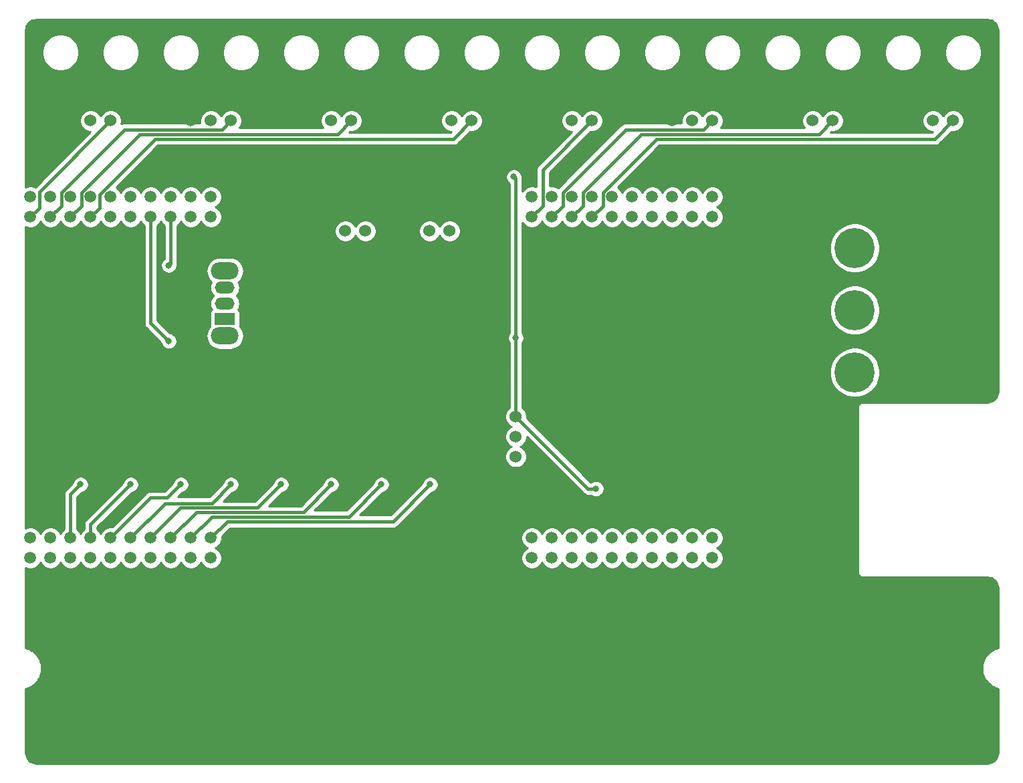
<source format=gbr>
G04 #@! TF.GenerationSoftware,KiCad,Pcbnew,(5.1.4)-1*
G04 #@! TF.CreationDate,2020-11-27T16:32:11-06:00*
G04 #@! TF.ProjectId,gimble_board,67696d62-6c65-45f6-926f-6172642e6b69,rev?*
G04 #@! TF.SameCoordinates,Original*
G04 #@! TF.FileFunction,Copper,L2,Bot*
G04 #@! TF.FilePolarity,Positive*
%FSLAX46Y46*%
G04 Gerber Fmt 4.6, Leading zero omitted, Abs format (unit mm)*
G04 Created by KiCad (PCBNEW (5.1.4)-1) date 2020-11-27 16:32:11*
%MOMM*%
%LPD*%
G04 APERTURE LIST*
%ADD10C,1.520000*%
%ADD11R,2.500000X1.500000*%
%ADD12O,2.500000X1.500000*%
%ADD13O,3.500000X2.200000*%
%ADD14C,5.080000*%
%ADD15C,1.524000*%
%ADD16C,0.800000*%
%ADD17C,0.381000*%
%ADD18C,0.254000*%
G04 APERTURE END LIST*
D10*
X110490000Y-119380000D03*
X133350000Y-73660000D03*
X130810000Y-73660000D03*
X123190000Y-73660000D03*
X120650000Y-116840000D03*
X125730000Y-73660000D03*
X128270000Y-73660000D03*
X125730000Y-119380000D03*
X130810000Y-116840000D03*
X120650000Y-73660000D03*
X118110000Y-73660000D03*
X130810000Y-119380000D03*
X125730000Y-116840000D03*
X123190000Y-116840000D03*
X110490000Y-116840000D03*
X113030000Y-116840000D03*
X115570000Y-116840000D03*
X118110000Y-116840000D03*
X128270000Y-116840000D03*
X133350000Y-116840000D03*
X113030000Y-119380000D03*
X115570000Y-119380000D03*
X118110000Y-119380000D03*
X120650000Y-119380000D03*
X123190000Y-119380000D03*
X128270000Y-119380000D03*
X133350000Y-119380000D03*
X110490000Y-76200000D03*
X113030000Y-76200000D03*
X115570000Y-76200000D03*
X118110000Y-76200000D03*
X120650000Y-76200000D03*
X123190000Y-76200000D03*
X125730000Y-76200000D03*
X128270000Y-76200000D03*
X130810000Y-76200000D03*
X133350000Y-76200000D03*
X110490000Y-73660000D03*
X113030000Y-73660000D03*
X115570000Y-73660000D03*
X46990000Y-116840000D03*
X49530000Y-116840000D03*
X52070000Y-116840000D03*
X54610000Y-116840000D03*
X57150000Y-116840000D03*
X59690000Y-116840000D03*
X62230000Y-116840000D03*
X64770000Y-116840000D03*
X67310000Y-116840000D03*
X69850000Y-116840000D03*
X46990000Y-119380000D03*
X49530000Y-119380000D03*
X52070000Y-119380000D03*
X54610000Y-119380000D03*
X57150000Y-119380000D03*
X59690000Y-119380000D03*
X62230000Y-119380000D03*
X64770000Y-119380000D03*
X67310000Y-119380000D03*
X69850000Y-119380000D03*
X46990000Y-76200000D03*
X49530000Y-76200000D03*
X52070000Y-76200000D03*
X54610000Y-76200000D03*
X57150000Y-76200000D03*
X59690000Y-76200000D03*
X62230000Y-76200000D03*
X64770000Y-76200000D03*
X67310000Y-76200000D03*
X69850000Y-76200000D03*
X46990000Y-73660000D03*
X49530000Y-73660000D03*
X52070000Y-73660000D03*
X54610000Y-73660000D03*
X57150000Y-73660000D03*
X59690000Y-73660000D03*
X62230000Y-73660000D03*
X64770000Y-73660000D03*
X67310000Y-73660000D03*
X69850000Y-73660000D03*
D11*
X71628000Y-89154000D03*
D12*
X71628000Y-87154000D03*
X71628000Y-85154000D03*
D13*
X71628000Y-91254000D03*
X71628000Y-83054000D03*
D14*
X151384000Y-80137000D03*
X151384000Y-88011000D03*
X151384000Y-95885000D03*
D15*
X57150000Y-64008000D03*
X54610000Y-64008000D03*
X52070000Y-64008000D03*
X67310000Y-64008000D03*
X69850000Y-64008000D03*
X72390000Y-64008000D03*
X87630000Y-64008000D03*
X85090000Y-64008000D03*
X82550000Y-64008000D03*
X97790000Y-64008000D03*
X100330000Y-64008000D03*
X102870000Y-64008000D03*
X118110000Y-64008000D03*
X115570000Y-64008000D03*
X113030000Y-64008000D03*
X128270000Y-64008000D03*
X130810000Y-64008000D03*
X133350000Y-64008000D03*
X143510000Y-64008000D03*
X146050000Y-64008000D03*
X148590000Y-64008000D03*
X163830000Y-64008000D03*
X161290000Y-64008000D03*
X158750000Y-64008000D03*
X108458000Y-106553000D03*
X108458000Y-104013000D03*
X108458000Y-101473000D03*
X97536000Y-77978000D03*
X100076000Y-77978000D03*
X102616000Y-77978000D03*
X86868000Y-77978000D03*
X89408000Y-77978000D03*
X91948000Y-77978000D03*
D16*
X108204000Y-71120000D03*
X118618000Y-110617000D03*
X108458000Y-91496500D03*
X64516000Y-91920000D03*
X64516000Y-82324000D03*
X53340000Y-110070000D03*
X59690000Y-110070000D03*
X66040000Y-110070000D03*
X72390000Y-110070000D03*
X78740000Y-110070000D03*
X85090000Y-110070000D03*
X91440000Y-110070000D03*
X97615001Y-110070000D03*
X83312000Y-90706000D03*
D17*
X108458000Y-71374000D02*
X108204000Y-71120000D01*
X108458000Y-101473000D02*
X108458000Y-71374000D01*
X117602000Y-110617000D02*
X118618000Y-110617000D01*
X108458000Y-101473000D02*
X117602000Y-110617000D01*
X62230000Y-89634000D02*
X64516000Y-91920000D01*
X62230000Y-76200000D02*
X62230000Y-89634000D01*
X64770000Y-82070000D02*
X64516000Y-82324000D01*
X64770000Y-76200000D02*
X64770000Y-82070000D01*
X52070000Y-111340000D02*
X53340000Y-110070000D01*
X52070000Y-116840000D02*
X52070000Y-111340000D01*
X54610000Y-115150000D02*
X59690000Y-110070000D01*
X54610000Y-116840000D02*
X54610000Y-115150000D01*
X57150000Y-116840000D02*
X62230000Y-111760000D01*
X64350000Y-111760000D02*
X66040000Y-110070000D01*
X62230000Y-111760000D02*
X64350000Y-111760000D01*
X70011010Y-112448990D02*
X72390000Y-110070000D01*
X64081010Y-112448990D02*
X70011010Y-112448990D01*
X59690000Y-116840000D02*
X64081010Y-112448990D01*
X62230000Y-116840000D02*
X66040000Y-113030000D01*
X75780000Y-113030000D02*
X78740000Y-110070000D01*
X66040000Y-113030000D02*
X75780000Y-113030000D01*
X64770000Y-116840000D02*
X67998990Y-113611010D01*
X81548990Y-113611010D02*
X85090000Y-110070000D01*
X67998990Y-113611010D02*
X81548990Y-113611010D01*
X67310000Y-116840000D02*
X69957980Y-114192020D01*
X87317980Y-114192020D02*
X91440000Y-110070000D01*
X69957980Y-114192020D02*
X87317980Y-114192020D01*
X69850000Y-116840000D02*
X71916970Y-114773030D01*
X92911971Y-114773030D02*
X97615001Y-110070000D01*
X71916970Y-114773030D02*
X92911971Y-114773030D01*
X91948000Y-82070000D02*
X83312000Y-90706000D01*
X91948000Y-77978000D02*
X91948000Y-82070000D01*
X48140501Y-75049499D02*
X46990000Y-76200000D01*
X48140501Y-73017499D02*
X48140501Y-75049499D01*
X57150000Y-64008000D02*
X48140501Y-73017499D01*
X71237499Y-65160501D02*
X72390000Y-64008000D01*
X58866757Y-65160501D02*
X71237499Y-65160501D01*
X50919499Y-73107759D02*
X58866757Y-65160501D01*
X50919499Y-74810501D02*
X50919499Y-73107759D01*
X49530000Y-76200000D02*
X50919499Y-74810501D01*
X85896489Y-65741511D02*
X87630000Y-64008000D01*
X60825747Y-65741511D02*
X85896489Y-65741511D01*
X53459499Y-73107759D02*
X60825747Y-65741511D01*
X53459499Y-74810501D02*
X53459499Y-73107759D01*
X52070000Y-76200000D02*
X53459499Y-74810501D01*
X100555479Y-66322521D02*
X102870000Y-64008000D01*
X62784737Y-66322521D02*
X100555479Y-66322521D01*
X55760501Y-73346757D02*
X62784737Y-66322521D01*
X55760501Y-75049499D02*
X55760501Y-73346757D01*
X54610000Y-76200000D02*
X55760501Y-75049499D01*
X111879499Y-74810501D02*
X110490000Y-76200000D01*
X111879499Y-70238501D02*
X111879499Y-74810501D01*
X118110000Y-64008000D02*
X111879499Y-70238501D01*
X132197499Y-65160501D02*
X133350000Y-64008000D01*
X122366757Y-65160501D02*
X132197499Y-65160501D01*
X114419499Y-73107759D02*
X122366757Y-65160501D01*
X114419499Y-74810501D02*
X114419499Y-73107759D01*
X113030000Y-76200000D02*
X114419499Y-74810501D01*
X146856489Y-65741511D02*
X148590000Y-64008000D01*
X124325747Y-65741511D02*
X146856489Y-65741511D01*
X116959499Y-74810501D02*
X116959499Y-73107759D01*
X116959499Y-73107759D02*
X124325747Y-65741511D01*
X115570000Y-76200000D02*
X116959499Y-74810501D01*
X161515479Y-66322521D02*
X163830000Y-64008000D01*
X126284737Y-66322521D02*
X161515479Y-66322521D01*
X119499499Y-73107759D02*
X126284737Y-66322521D01*
X119499499Y-74810501D02*
X119499499Y-73107759D01*
X118110000Y-76200000D02*
X119499499Y-74810501D01*
D18*
G36*
X168413875Y-51235234D02*
G01*
X168669622Y-51312448D01*
X168905504Y-51437869D01*
X169112530Y-51606716D01*
X169282813Y-51812554D01*
X169409879Y-52047556D01*
X169488876Y-52302756D01*
X169520001Y-52598891D01*
X169520000Y-98265721D01*
X169490766Y-98563876D01*
X169413551Y-98819624D01*
X169288131Y-99055504D01*
X169119289Y-99262525D01*
X168913446Y-99432813D01*
X168678444Y-99559879D01*
X168423240Y-99638877D01*
X168127118Y-99670000D01*
X152432419Y-99670000D01*
X152400000Y-99666807D01*
X152367581Y-99670000D01*
X152270617Y-99679550D01*
X152146207Y-99717290D01*
X152031550Y-99778575D01*
X151931052Y-99861052D01*
X151848575Y-99961550D01*
X151787290Y-100076207D01*
X151749550Y-100200617D01*
X151736807Y-100330000D01*
X151740001Y-100362429D01*
X151740000Y-121125581D01*
X151736807Y-121158000D01*
X151749550Y-121287383D01*
X151787290Y-121411793D01*
X151848575Y-121526450D01*
X151929645Y-121625233D01*
X151931052Y-121626948D01*
X152031550Y-121709425D01*
X152146207Y-121770710D01*
X152270617Y-121808450D01*
X152400000Y-121821193D01*
X152432419Y-121818000D01*
X168115721Y-121818000D01*
X168413875Y-121847234D01*
X168669622Y-121924448D01*
X168905504Y-122049869D01*
X169112530Y-122218716D01*
X169282813Y-122424554D01*
X169409879Y-122659556D01*
X169488876Y-122914756D01*
X169520001Y-123210891D01*
X169520000Y-130745339D01*
X169179946Y-130853211D01*
X169124974Y-130876772D01*
X169069659Y-130899571D01*
X169061553Y-130903954D01*
X168714030Y-131095006D01*
X168664674Y-131128801D01*
X168614847Y-131161906D01*
X168607747Y-131167780D01*
X168303951Y-131422695D01*
X168262105Y-131465428D01*
X168219653Y-131507584D01*
X168213829Y-131514725D01*
X167965332Y-131823794D01*
X167932606Y-131873805D01*
X167899127Y-131923439D01*
X167894801Y-131931576D01*
X167711068Y-132283022D01*
X167688656Y-132338494D01*
X167665478Y-132393632D01*
X167662815Y-132402454D01*
X167550845Y-132782896D01*
X167539645Y-132841612D01*
X167527607Y-132900254D01*
X167526708Y-132909425D01*
X167490766Y-133304370D01*
X167491184Y-133364186D01*
X167490766Y-133424003D01*
X167491665Y-133433174D01*
X167533118Y-133827577D01*
X167545148Y-133886183D01*
X167556355Y-133944935D01*
X167559019Y-133953757D01*
X167676290Y-134332599D01*
X167699474Y-134387750D01*
X167721880Y-134443208D01*
X167726206Y-134451345D01*
X167914828Y-134800193D01*
X167948283Y-134849792D01*
X167981032Y-134899838D01*
X167986855Y-134906977D01*
X167986858Y-134906981D01*
X167986862Y-134906985D01*
X168239644Y-135212547D01*
X168282061Y-135254669D01*
X168323943Y-135297438D01*
X168331044Y-135303311D01*
X168638369Y-135553960D01*
X168688178Y-135587052D01*
X168737550Y-135620859D01*
X168745656Y-135625241D01*
X169095813Y-135811423D01*
X169151105Y-135834212D01*
X169206101Y-135857784D01*
X169214905Y-135860509D01*
X169520001Y-135952623D01*
X169520000Y-143985721D01*
X169490766Y-144283876D01*
X169413551Y-144539624D01*
X169288131Y-144775504D01*
X169119289Y-144982525D01*
X168913446Y-145152813D01*
X168678444Y-145279879D01*
X168423240Y-145358877D01*
X168127118Y-145390000D01*
X47784279Y-145390000D01*
X47486124Y-145360766D01*
X47230376Y-145283551D01*
X46994496Y-145158131D01*
X46787475Y-144989289D01*
X46617187Y-144783446D01*
X46490121Y-144548444D01*
X46411123Y-144293240D01*
X46380000Y-143997118D01*
X46380000Y-135954661D01*
X46720055Y-135846789D01*
X46775040Y-135823222D01*
X46830341Y-135800429D01*
X46838447Y-135796046D01*
X47185970Y-135604994D01*
X47235327Y-135571199D01*
X47285153Y-135538094D01*
X47292254Y-135532220D01*
X47596049Y-135277305D01*
X47637912Y-135234555D01*
X47680347Y-135192416D01*
X47686171Y-135185274D01*
X47934668Y-134876206D01*
X47967415Y-134826164D01*
X48000873Y-134776561D01*
X48005199Y-134768425D01*
X48188932Y-134416978D01*
X48211337Y-134361523D01*
X48234522Y-134306368D01*
X48237185Y-134297546D01*
X48349155Y-133917104D01*
X48360355Y-133858388D01*
X48372393Y-133799746D01*
X48373292Y-133790575D01*
X48409234Y-133395630D01*
X48408816Y-133335814D01*
X48409234Y-133275997D01*
X48408334Y-133266826D01*
X48366882Y-132872422D01*
X48354855Y-132813829D01*
X48343645Y-132755065D01*
X48340981Y-132746243D01*
X48223710Y-132367401D01*
X48200526Y-132312250D01*
X48178120Y-132256792D01*
X48173794Y-132248655D01*
X47985172Y-131899807D01*
X47951717Y-131850208D01*
X47918968Y-131800162D01*
X47913144Y-131793021D01*
X47660356Y-131487453D01*
X47617923Y-131445315D01*
X47576057Y-131402562D01*
X47568962Y-131396694D01*
X47568957Y-131396689D01*
X47568952Y-131396685D01*
X47261631Y-131146041D01*
X47211838Y-131112959D01*
X47162449Y-131079141D01*
X47154343Y-131074759D01*
X46804187Y-130888577D01*
X46748867Y-130865776D01*
X46693899Y-130842216D01*
X46685099Y-130839492D01*
X46685093Y-130839490D01*
X46380000Y-130747378D01*
X46380000Y-120637267D01*
X46583093Y-120721391D01*
X46852604Y-120775000D01*
X47127396Y-120775000D01*
X47396907Y-120721391D01*
X47650780Y-120616233D01*
X47879261Y-120463567D01*
X48073567Y-120269261D01*
X48226233Y-120040780D01*
X48260000Y-119959260D01*
X48293767Y-120040780D01*
X48446433Y-120269261D01*
X48640739Y-120463567D01*
X48869220Y-120616233D01*
X49123093Y-120721391D01*
X49392604Y-120775000D01*
X49667396Y-120775000D01*
X49936907Y-120721391D01*
X50190780Y-120616233D01*
X50419261Y-120463567D01*
X50613567Y-120269261D01*
X50766233Y-120040780D01*
X50800000Y-119959260D01*
X50833767Y-120040780D01*
X50986433Y-120269261D01*
X51180739Y-120463567D01*
X51409220Y-120616233D01*
X51663093Y-120721391D01*
X51932604Y-120775000D01*
X52207396Y-120775000D01*
X52476907Y-120721391D01*
X52730780Y-120616233D01*
X52959261Y-120463567D01*
X53153567Y-120269261D01*
X53306233Y-120040780D01*
X53340000Y-119959260D01*
X53373767Y-120040780D01*
X53526433Y-120269261D01*
X53720739Y-120463567D01*
X53949220Y-120616233D01*
X54203093Y-120721391D01*
X54472604Y-120775000D01*
X54747396Y-120775000D01*
X55016907Y-120721391D01*
X55270780Y-120616233D01*
X55499261Y-120463567D01*
X55693567Y-120269261D01*
X55846233Y-120040780D01*
X55880000Y-119959260D01*
X55913767Y-120040780D01*
X56066433Y-120269261D01*
X56260739Y-120463567D01*
X56489220Y-120616233D01*
X56743093Y-120721391D01*
X57012604Y-120775000D01*
X57287396Y-120775000D01*
X57556907Y-120721391D01*
X57810780Y-120616233D01*
X58039261Y-120463567D01*
X58233567Y-120269261D01*
X58386233Y-120040780D01*
X58420000Y-119959260D01*
X58453767Y-120040780D01*
X58606433Y-120269261D01*
X58800739Y-120463567D01*
X59029220Y-120616233D01*
X59283093Y-120721391D01*
X59552604Y-120775000D01*
X59827396Y-120775000D01*
X60096907Y-120721391D01*
X60350780Y-120616233D01*
X60579261Y-120463567D01*
X60773567Y-120269261D01*
X60926233Y-120040780D01*
X60960000Y-119959260D01*
X60993767Y-120040780D01*
X61146433Y-120269261D01*
X61340739Y-120463567D01*
X61569220Y-120616233D01*
X61823093Y-120721391D01*
X62092604Y-120775000D01*
X62367396Y-120775000D01*
X62636907Y-120721391D01*
X62890780Y-120616233D01*
X63119261Y-120463567D01*
X63313567Y-120269261D01*
X63466233Y-120040780D01*
X63500000Y-119959260D01*
X63533767Y-120040780D01*
X63686433Y-120269261D01*
X63880739Y-120463567D01*
X64109220Y-120616233D01*
X64363093Y-120721391D01*
X64632604Y-120775000D01*
X64907396Y-120775000D01*
X65176907Y-120721391D01*
X65430780Y-120616233D01*
X65659261Y-120463567D01*
X65853567Y-120269261D01*
X66006233Y-120040780D01*
X66040000Y-119959260D01*
X66073767Y-120040780D01*
X66226433Y-120269261D01*
X66420739Y-120463567D01*
X66649220Y-120616233D01*
X66903093Y-120721391D01*
X67172604Y-120775000D01*
X67447396Y-120775000D01*
X67716907Y-120721391D01*
X67970780Y-120616233D01*
X68199261Y-120463567D01*
X68393567Y-120269261D01*
X68546233Y-120040780D01*
X68580000Y-119959260D01*
X68613767Y-120040780D01*
X68766433Y-120269261D01*
X68960739Y-120463567D01*
X69189220Y-120616233D01*
X69443093Y-120721391D01*
X69712604Y-120775000D01*
X69987396Y-120775000D01*
X70256907Y-120721391D01*
X70510780Y-120616233D01*
X70739261Y-120463567D01*
X70933567Y-120269261D01*
X71086233Y-120040780D01*
X71191391Y-119786907D01*
X71245000Y-119517396D01*
X71245000Y-119242604D01*
X71191391Y-118973093D01*
X71086233Y-118719220D01*
X70933567Y-118490739D01*
X70739261Y-118296433D01*
X70510780Y-118143767D01*
X70429260Y-118110000D01*
X70510780Y-118076233D01*
X70739261Y-117923567D01*
X70933567Y-117729261D01*
X71086233Y-117500780D01*
X71191391Y-117246907D01*
X71245000Y-116977396D01*
X71245000Y-116702604D01*
X109095000Y-116702604D01*
X109095000Y-116977396D01*
X109148609Y-117246907D01*
X109253767Y-117500780D01*
X109406433Y-117729261D01*
X109600739Y-117923567D01*
X109829220Y-118076233D01*
X109910740Y-118110000D01*
X109829220Y-118143767D01*
X109600739Y-118296433D01*
X109406433Y-118490739D01*
X109253767Y-118719220D01*
X109148609Y-118973093D01*
X109095000Y-119242604D01*
X109095000Y-119517396D01*
X109148609Y-119786907D01*
X109253767Y-120040780D01*
X109406433Y-120269261D01*
X109600739Y-120463567D01*
X109829220Y-120616233D01*
X110083093Y-120721391D01*
X110352604Y-120775000D01*
X110627396Y-120775000D01*
X110896907Y-120721391D01*
X111150780Y-120616233D01*
X111379261Y-120463567D01*
X111573567Y-120269261D01*
X111726233Y-120040780D01*
X111760000Y-119959260D01*
X111793767Y-120040780D01*
X111946433Y-120269261D01*
X112140739Y-120463567D01*
X112369220Y-120616233D01*
X112623093Y-120721391D01*
X112892604Y-120775000D01*
X113167396Y-120775000D01*
X113436907Y-120721391D01*
X113690780Y-120616233D01*
X113919261Y-120463567D01*
X114113567Y-120269261D01*
X114266233Y-120040780D01*
X114300000Y-119959260D01*
X114333767Y-120040780D01*
X114486433Y-120269261D01*
X114680739Y-120463567D01*
X114909220Y-120616233D01*
X115163093Y-120721391D01*
X115432604Y-120775000D01*
X115707396Y-120775000D01*
X115976907Y-120721391D01*
X116230780Y-120616233D01*
X116459261Y-120463567D01*
X116653567Y-120269261D01*
X116806233Y-120040780D01*
X116840000Y-119959260D01*
X116873767Y-120040780D01*
X117026433Y-120269261D01*
X117220739Y-120463567D01*
X117449220Y-120616233D01*
X117703093Y-120721391D01*
X117972604Y-120775000D01*
X118247396Y-120775000D01*
X118516907Y-120721391D01*
X118770780Y-120616233D01*
X118999261Y-120463567D01*
X119193567Y-120269261D01*
X119346233Y-120040780D01*
X119380000Y-119959260D01*
X119413767Y-120040780D01*
X119566433Y-120269261D01*
X119760739Y-120463567D01*
X119989220Y-120616233D01*
X120243093Y-120721391D01*
X120512604Y-120775000D01*
X120787396Y-120775000D01*
X121056907Y-120721391D01*
X121310780Y-120616233D01*
X121539261Y-120463567D01*
X121733567Y-120269261D01*
X121886233Y-120040780D01*
X121920000Y-119959260D01*
X121953767Y-120040780D01*
X122106433Y-120269261D01*
X122300739Y-120463567D01*
X122529220Y-120616233D01*
X122783093Y-120721391D01*
X123052604Y-120775000D01*
X123327396Y-120775000D01*
X123596907Y-120721391D01*
X123850780Y-120616233D01*
X124079261Y-120463567D01*
X124273567Y-120269261D01*
X124426233Y-120040780D01*
X124460000Y-119959260D01*
X124493767Y-120040780D01*
X124646433Y-120269261D01*
X124840739Y-120463567D01*
X125069220Y-120616233D01*
X125323093Y-120721391D01*
X125592604Y-120775000D01*
X125867396Y-120775000D01*
X126136907Y-120721391D01*
X126390780Y-120616233D01*
X126619261Y-120463567D01*
X126813567Y-120269261D01*
X126966233Y-120040780D01*
X127000000Y-119959260D01*
X127033767Y-120040780D01*
X127186433Y-120269261D01*
X127380739Y-120463567D01*
X127609220Y-120616233D01*
X127863093Y-120721391D01*
X128132604Y-120775000D01*
X128407396Y-120775000D01*
X128676907Y-120721391D01*
X128930780Y-120616233D01*
X129159261Y-120463567D01*
X129353567Y-120269261D01*
X129506233Y-120040780D01*
X129540000Y-119959260D01*
X129573767Y-120040780D01*
X129726433Y-120269261D01*
X129920739Y-120463567D01*
X130149220Y-120616233D01*
X130403093Y-120721391D01*
X130672604Y-120775000D01*
X130947396Y-120775000D01*
X131216907Y-120721391D01*
X131470780Y-120616233D01*
X131699261Y-120463567D01*
X131893567Y-120269261D01*
X132046233Y-120040780D01*
X132080000Y-119959260D01*
X132113767Y-120040780D01*
X132266433Y-120269261D01*
X132460739Y-120463567D01*
X132689220Y-120616233D01*
X132943093Y-120721391D01*
X133212604Y-120775000D01*
X133487396Y-120775000D01*
X133756907Y-120721391D01*
X134010780Y-120616233D01*
X134239261Y-120463567D01*
X134433567Y-120269261D01*
X134586233Y-120040780D01*
X134691391Y-119786907D01*
X134745000Y-119517396D01*
X134745000Y-119242604D01*
X134691391Y-118973093D01*
X134586233Y-118719220D01*
X134433567Y-118490739D01*
X134239261Y-118296433D01*
X134010780Y-118143767D01*
X133929260Y-118110000D01*
X134010780Y-118076233D01*
X134239261Y-117923567D01*
X134433567Y-117729261D01*
X134586233Y-117500780D01*
X134691391Y-117246907D01*
X134745000Y-116977396D01*
X134745000Y-116702604D01*
X134691391Y-116433093D01*
X134586233Y-116179220D01*
X134433567Y-115950739D01*
X134239261Y-115756433D01*
X134010780Y-115603767D01*
X133756907Y-115498609D01*
X133487396Y-115445000D01*
X133212604Y-115445000D01*
X132943093Y-115498609D01*
X132689220Y-115603767D01*
X132460739Y-115756433D01*
X132266433Y-115950739D01*
X132113767Y-116179220D01*
X132080000Y-116260740D01*
X132046233Y-116179220D01*
X131893567Y-115950739D01*
X131699261Y-115756433D01*
X131470780Y-115603767D01*
X131216907Y-115498609D01*
X130947396Y-115445000D01*
X130672604Y-115445000D01*
X130403093Y-115498609D01*
X130149220Y-115603767D01*
X129920739Y-115756433D01*
X129726433Y-115950739D01*
X129573767Y-116179220D01*
X129540000Y-116260740D01*
X129506233Y-116179220D01*
X129353567Y-115950739D01*
X129159261Y-115756433D01*
X128930780Y-115603767D01*
X128676907Y-115498609D01*
X128407396Y-115445000D01*
X128132604Y-115445000D01*
X127863093Y-115498609D01*
X127609220Y-115603767D01*
X127380739Y-115756433D01*
X127186433Y-115950739D01*
X127033767Y-116179220D01*
X127000000Y-116260740D01*
X126966233Y-116179220D01*
X126813567Y-115950739D01*
X126619261Y-115756433D01*
X126390780Y-115603767D01*
X126136907Y-115498609D01*
X125867396Y-115445000D01*
X125592604Y-115445000D01*
X125323093Y-115498609D01*
X125069220Y-115603767D01*
X124840739Y-115756433D01*
X124646433Y-115950739D01*
X124493767Y-116179220D01*
X124460000Y-116260740D01*
X124426233Y-116179220D01*
X124273567Y-115950739D01*
X124079261Y-115756433D01*
X123850780Y-115603767D01*
X123596907Y-115498609D01*
X123327396Y-115445000D01*
X123052604Y-115445000D01*
X122783093Y-115498609D01*
X122529220Y-115603767D01*
X122300739Y-115756433D01*
X122106433Y-115950739D01*
X121953767Y-116179220D01*
X121920000Y-116260740D01*
X121886233Y-116179220D01*
X121733567Y-115950739D01*
X121539261Y-115756433D01*
X121310780Y-115603767D01*
X121056907Y-115498609D01*
X120787396Y-115445000D01*
X120512604Y-115445000D01*
X120243093Y-115498609D01*
X119989220Y-115603767D01*
X119760739Y-115756433D01*
X119566433Y-115950739D01*
X119413767Y-116179220D01*
X119380000Y-116260740D01*
X119346233Y-116179220D01*
X119193567Y-115950739D01*
X118999261Y-115756433D01*
X118770780Y-115603767D01*
X118516907Y-115498609D01*
X118247396Y-115445000D01*
X117972604Y-115445000D01*
X117703093Y-115498609D01*
X117449220Y-115603767D01*
X117220739Y-115756433D01*
X117026433Y-115950739D01*
X116873767Y-116179220D01*
X116840000Y-116260740D01*
X116806233Y-116179220D01*
X116653567Y-115950739D01*
X116459261Y-115756433D01*
X116230780Y-115603767D01*
X115976907Y-115498609D01*
X115707396Y-115445000D01*
X115432604Y-115445000D01*
X115163093Y-115498609D01*
X114909220Y-115603767D01*
X114680739Y-115756433D01*
X114486433Y-115950739D01*
X114333767Y-116179220D01*
X114300000Y-116260740D01*
X114266233Y-116179220D01*
X114113567Y-115950739D01*
X113919261Y-115756433D01*
X113690780Y-115603767D01*
X113436907Y-115498609D01*
X113167396Y-115445000D01*
X112892604Y-115445000D01*
X112623093Y-115498609D01*
X112369220Y-115603767D01*
X112140739Y-115756433D01*
X111946433Y-115950739D01*
X111793767Y-116179220D01*
X111760000Y-116260740D01*
X111726233Y-116179220D01*
X111573567Y-115950739D01*
X111379261Y-115756433D01*
X111150780Y-115603767D01*
X110896907Y-115498609D01*
X110627396Y-115445000D01*
X110352604Y-115445000D01*
X110083093Y-115498609D01*
X109829220Y-115603767D01*
X109600739Y-115756433D01*
X109406433Y-115950739D01*
X109253767Y-116179220D01*
X109148609Y-116433093D01*
X109095000Y-116702604D01*
X71245000Y-116702604D01*
X71230040Y-116627393D01*
X72258903Y-115598530D01*
X92871421Y-115598530D01*
X92911971Y-115602524D01*
X92952521Y-115598530D01*
X92952524Y-115598530D01*
X93073797Y-115586586D01*
X93229405Y-115539383D01*
X93372813Y-115462729D01*
X93498512Y-115359571D01*
X93524369Y-115328064D01*
X97755007Y-111097428D01*
X97916899Y-111065226D01*
X98105257Y-110987205D01*
X98274775Y-110873937D01*
X98418938Y-110729774D01*
X98532206Y-110560256D01*
X98610227Y-110371898D01*
X98650001Y-110171939D01*
X98650001Y-109968061D01*
X98610227Y-109768102D01*
X98532206Y-109579744D01*
X98418938Y-109410226D01*
X98274775Y-109266063D01*
X98105257Y-109152795D01*
X97916899Y-109074774D01*
X97716940Y-109035000D01*
X97513062Y-109035000D01*
X97313103Y-109074774D01*
X97124745Y-109152795D01*
X96955227Y-109266063D01*
X96811064Y-109410226D01*
X96697796Y-109579744D01*
X96619775Y-109768102D01*
X96587573Y-109929994D01*
X92570039Y-113947530D01*
X88729902Y-113947530D01*
X91580006Y-111097428D01*
X91741898Y-111065226D01*
X91930256Y-110987205D01*
X92099774Y-110873937D01*
X92243937Y-110729774D01*
X92357205Y-110560256D01*
X92435226Y-110371898D01*
X92475000Y-110171939D01*
X92475000Y-109968061D01*
X92435226Y-109768102D01*
X92357205Y-109579744D01*
X92243937Y-109410226D01*
X92099774Y-109266063D01*
X91930256Y-109152795D01*
X91741898Y-109074774D01*
X91541939Y-109035000D01*
X91338061Y-109035000D01*
X91138102Y-109074774D01*
X90949744Y-109152795D01*
X90780226Y-109266063D01*
X90636063Y-109410226D01*
X90522795Y-109579744D01*
X90444774Y-109768102D01*
X90412572Y-109929994D01*
X86976048Y-113366520D01*
X82960912Y-113366520D01*
X85230005Y-111097428D01*
X85391898Y-111065226D01*
X85580256Y-110987205D01*
X85749774Y-110873937D01*
X85893937Y-110729774D01*
X86007205Y-110560256D01*
X86085226Y-110371898D01*
X86125000Y-110171939D01*
X86125000Y-109968061D01*
X86085226Y-109768102D01*
X86007205Y-109579744D01*
X85893937Y-109410226D01*
X85749774Y-109266063D01*
X85580256Y-109152795D01*
X85391898Y-109074774D01*
X85191939Y-109035000D01*
X84988061Y-109035000D01*
X84788102Y-109074774D01*
X84599744Y-109152795D01*
X84430226Y-109266063D01*
X84286063Y-109410226D01*
X84172795Y-109579744D01*
X84094774Y-109768102D01*
X84062572Y-109929995D01*
X81207058Y-112785510D01*
X77191922Y-112785510D01*
X78880004Y-111097428D01*
X79041898Y-111065226D01*
X79230256Y-110987205D01*
X79399774Y-110873937D01*
X79543937Y-110729774D01*
X79657205Y-110560256D01*
X79735226Y-110371898D01*
X79775000Y-110171939D01*
X79775000Y-109968061D01*
X79735226Y-109768102D01*
X79657205Y-109579744D01*
X79543937Y-109410226D01*
X79399774Y-109266063D01*
X79230256Y-109152795D01*
X79041898Y-109074774D01*
X78841939Y-109035000D01*
X78638061Y-109035000D01*
X78438102Y-109074774D01*
X78249744Y-109152795D01*
X78080226Y-109266063D01*
X77936063Y-109410226D01*
X77822795Y-109579744D01*
X77744774Y-109768102D01*
X77712572Y-109929996D01*
X75438068Y-112204500D01*
X71422933Y-112204500D01*
X72530005Y-111097428D01*
X72691898Y-111065226D01*
X72880256Y-110987205D01*
X73049774Y-110873937D01*
X73193937Y-110729774D01*
X73307205Y-110560256D01*
X73385226Y-110371898D01*
X73425000Y-110171939D01*
X73425000Y-109968061D01*
X73385226Y-109768102D01*
X73307205Y-109579744D01*
X73193937Y-109410226D01*
X73049774Y-109266063D01*
X72880256Y-109152795D01*
X72691898Y-109074774D01*
X72491939Y-109035000D01*
X72288061Y-109035000D01*
X72088102Y-109074774D01*
X71899744Y-109152795D01*
X71730226Y-109266063D01*
X71586063Y-109410226D01*
X71472795Y-109579744D01*
X71394774Y-109768102D01*
X71362572Y-109929995D01*
X69669078Y-111623490D01*
X65653943Y-111623490D01*
X66180005Y-111097428D01*
X66341898Y-111065226D01*
X66530256Y-110987205D01*
X66699774Y-110873937D01*
X66843937Y-110729774D01*
X66957205Y-110560256D01*
X67035226Y-110371898D01*
X67075000Y-110171939D01*
X67075000Y-109968061D01*
X67035226Y-109768102D01*
X66957205Y-109579744D01*
X66843937Y-109410226D01*
X66699774Y-109266063D01*
X66530256Y-109152795D01*
X66341898Y-109074774D01*
X66141939Y-109035000D01*
X65938061Y-109035000D01*
X65738102Y-109074774D01*
X65549744Y-109152795D01*
X65380226Y-109266063D01*
X65236063Y-109410226D01*
X65122795Y-109579744D01*
X65044774Y-109768102D01*
X65012572Y-109929995D01*
X64008068Y-110934500D01*
X62270550Y-110934500D01*
X62230000Y-110930506D01*
X62189449Y-110934500D01*
X62189447Y-110934500D01*
X62068174Y-110946444D01*
X61933803Y-110987205D01*
X61912566Y-110993647D01*
X61769157Y-111070301D01*
X61674958Y-111147608D01*
X61674955Y-111147611D01*
X61643459Y-111173459D01*
X61617611Y-111204955D01*
X57362607Y-115459960D01*
X57287396Y-115445000D01*
X57012604Y-115445000D01*
X56743093Y-115498609D01*
X56489220Y-115603767D01*
X56260739Y-115756433D01*
X56066433Y-115950739D01*
X55913767Y-116179220D01*
X55880000Y-116260740D01*
X55846233Y-116179220D01*
X55693567Y-115950739D01*
X55499261Y-115756433D01*
X55435500Y-115713829D01*
X55435500Y-115491932D01*
X59830006Y-111097428D01*
X59991898Y-111065226D01*
X60180256Y-110987205D01*
X60349774Y-110873937D01*
X60493937Y-110729774D01*
X60607205Y-110560256D01*
X60685226Y-110371898D01*
X60725000Y-110171939D01*
X60725000Y-109968061D01*
X60685226Y-109768102D01*
X60607205Y-109579744D01*
X60493937Y-109410226D01*
X60349774Y-109266063D01*
X60180256Y-109152795D01*
X59991898Y-109074774D01*
X59791939Y-109035000D01*
X59588061Y-109035000D01*
X59388102Y-109074774D01*
X59199744Y-109152795D01*
X59030226Y-109266063D01*
X58886063Y-109410226D01*
X58772795Y-109579744D01*
X58694774Y-109768102D01*
X58662572Y-109929994D01*
X54054961Y-114537607D01*
X54023460Y-114563459D01*
X53997609Y-114594959D01*
X53920301Y-114689158D01*
X53843647Y-114832567D01*
X53796445Y-114988174D01*
X53780506Y-115150000D01*
X53784501Y-115190560D01*
X53784501Y-115713829D01*
X53720739Y-115756433D01*
X53526433Y-115950739D01*
X53373767Y-116179220D01*
X53340000Y-116260740D01*
X53306233Y-116179220D01*
X53153567Y-115950739D01*
X52959261Y-115756433D01*
X52895500Y-115713829D01*
X52895500Y-111681932D01*
X53480004Y-111097428D01*
X53641898Y-111065226D01*
X53830256Y-110987205D01*
X53999774Y-110873937D01*
X54143937Y-110729774D01*
X54257205Y-110560256D01*
X54335226Y-110371898D01*
X54375000Y-110171939D01*
X54375000Y-109968061D01*
X54335226Y-109768102D01*
X54257205Y-109579744D01*
X54143937Y-109410226D01*
X53999774Y-109266063D01*
X53830256Y-109152795D01*
X53641898Y-109074774D01*
X53441939Y-109035000D01*
X53238061Y-109035000D01*
X53038102Y-109074774D01*
X52849744Y-109152795D01*
X52680226Y-109266063D01*
X52536063Y-109410226D01*
X52422795Y-109579744D01*
X52344774Y-109768102D01*
X52312572Y-109929996D01*
X51514961Y-110727607D01*
X51483460Y-110753459D01*
X51457609Y-110784959D01*
X51380301Y-110879158D01*
X51303647Y-111022567D01*
X51256445Y-111178174D01*
X51240506Y-111340000D01*
X51244501Y-111380560D01*
X51244500Y-115713829D01*
X51180739Y-115756433D01*
X50986433Y-115950739D01*
X50833767Y-116179220D01*
X50800000Y-116260740D01*
X50766233Y-116179220D01*
X50613567Y-115950739D01*
X50419261Y-115756433D01*
X50190780Y-115603767D01*
X49936907Y-115498609D01*
X49667396Y-115445000D01*
X49392604Y-115445000D01*
X49123093Y-115498609D01*
X48869220Y-115603767D01*
X48640739Y-115756433D01*
X48446433Y-115950739D01*
X48293767Y-116179220D01*
X48260000Y-116260740D01*
X48226233Y-116179220D01*
X48073567Y-115950739D01*
X47879261Y-115756433D01*
X47650780Y-115603767D01*
X47396907Y-115498609D01*
X47127396Y-115445000D01*
X46852604Y-115445000D01*
X46583093Y-115498609D01*
X46380000Y-115582733D01*
X46380000Y-101335408D01*
X107061000Y-101335408D01*
X107061000Y-101610592D01*
X107114686Y-101880490D01*
X107219995Y-102134727D01*
X107372880Y-102363535D01*
X107567465Y-102558120D01*
X107796273Y-102711005D01*
X107873515Y-102743000D01*
X107796273Y-102774995D01*
X107567465Y-102927880D01*
X107372880Y-103122465D01*
X107219995Y-103351273D01*
X107114686Y-103605510D01*
X107061000Y-103875408D01*
X107061000Y-104150592D01*
X107114686Y-104420490D01*
X107219995Y-104674727D01*
X107372880Y-104903535D01*
X107567465Y-105098120D01*
X107796273Y-105251005D01*
X107873515Y-105283000D01*
X107796273Y-105314995D01*
X107567465Y-105467880D01*
X107372880Y-105662465D01*
X107219995Y-105891273D01*
X107114686Y-106145510D01*
X107061000Y-106415408D01*
X107061000Y-106690592D01*
X107114686Y-106960490D01*
X107219995Y-107214727D01*
X107372880Y-107443535D01*
X107567465Y-107638120D01*
X107796273Y-107791005D01*
X108050510Y-107896314D01*
X108320408Y-107950000D01*
X108595592Y-107950000D01*
X108865490Y-107896314D01*
X109119727Y-107791005D01*
X109348535Y-107638120D01*
X109543120Y-107443535D01*
X109696005Y-107214727D01*
X109801314Y-106960490D01*
X109855000Y-106690592D01*
X109855000Y-106415408D01*
X109801314Y-106145510D01*
X109696005Y-105891273D01*
X109543120Y-105662465D01*
X109348535Y-105467880D01*
X109119727Y-105314995D01*
X109042485Y-105283000D01*
X109119727Y-105251005D01*
X109348535Y-105098120D01*
X109543120Y-104903535D01*
X109696005Y-104674727D01*
X109801314Y-104420490D01*
X109855000Y-104150592D01*
X109855000Y-104037432D01*
X116989611Y-111172045D01*
X117015459Y-111203541D01*
X117046955Y-111229389D01*
X117046958Y-111229392D01*
X117141157Y-111306699D01*
X117203459Y-111340000D01*
X117284566Y-111383353D01*
X117440174Y-111430556D01*
X117561447Y-111442500D01*
X117561449Y-111442500D01*
X117602000Y-111446494D01*
X117642550Y-111442500D01*
X117990497Y-111442500D01*
X118127744Y-111534205D01*
X118316102Y-111612226D01*
X118516061Y-111652000D01*
X118719939Y-111652000D01*
X118919898Y-111612226D01*
X119108256Y-111534205D01*
X119277774Y-111420937D01*
X119421937Y-111276774D01*
X119535205Y-111107256D01*
X119613226Y-110918898D01*
X119653000Y-110718939D01*
X119653000Y-110515061D01*
X119613226Y-110315102D01*
X119535205Y-110126744D01*
X119421937Y-109957226D01*
X119277774Y-109813063D01*
X119108256Y-109699795D01*
X118919898Y-109621774D01*
X118719939Y-109582000D01*
X118516061Y-109582000D01*
X118316102Y-109621774D01*
X118127744Y-109699795D01*
X117990497Y-109791500D01*
X117943934Y-109791500D01*
X109839740Y-101687308D01*
X109855000Y-101610592D01*
X109855000Y-101335408D01*
X109801314Y-101065510D01*
X109696005Y-100811273D01*
X109543120Y-100582465D01*
X109348535Y-100387880D01*
X109283500Y-100344425D01*
X109283500Y-95572290D01*
X148209000Y-95572290D01*
X148209000Y-96197710D01*
X148331014Y-96811113D01*
X148570352Y-97388926D01*
X148917817Y-97908944D01*
X149360056Y-98351183D01*
X149880074Y-98698648D01*
X150457887Y-98937986D01*
X151071290Y-99060000D01*
X151696710Y-99060000D01*
X152310113Y-98937986D01*
X152887926Y-98698648D01*
X153407944Y-98351183D01*
X153850183Y-97908944D01*
X154197648Y-97388926D01*
X154436986Y-96811113D01*
X154559000Y-96197710D01*
X154559000Y-95572290D01*
X154436986Y-94958887D01*
X154197648Y-94381074D01*
X153850183Y-93861056D01*
X153407944Y-93418817D01*
X152887926Y-93071352D01*
X152310113Y-92832014D01*
X151696710Y-92710000D01*
X151071290Y-92710000D01*
X150457887Y-92832014D01*
X149880074Y-93071352D01*
X149360056Y-93418817D01*
X148917817Y-93861056D01*
X148570352Y-94381074D01*
X148331014Y-94958887D01*
X148209000Y-95572290D01*
X109283500Y-95572290D01*
X109283500Y-92124003D01*
X109375205Y-91986756D01*
X109453226Y-91798398D01*
X109493000Y-91598439D01*
X109493000Y-91394561D01*
X109453226Y-91194602D01*
X109375205Y-91006244D01*
X109283500Y-90868997D01*
X109283500Y-87698290D01*
X148209000Y-87698290D01*
X148209000Y-88323710D01*
X148331014Y-88937113D01*
X148570352Y-89514926D01*
X148917817Y-90034944D01*
X149360056Y-90477183D01*
X149880074Y-90824648D01*
X150457887Y-91063986D01*
X151071290Y-91186000D01*
X151696710Y-91186000D01*
X152310113Y-91063986D01*
X152887926Y-90824648D01*
X153407944Y-90477183D01*
X153850183Y-90034944D01*
X154197648Y-89514926D01*
X154436986Y-88937113D01*
X154559000Y-88323710D01*
X154559000Y-87698290D01*
X154436986Y-87084887D01*
X154197648Y-86507074D01*
X153850183Y-85987056D01*
X153407944Y-85544817D01*
X152887926Y-85197352D01*
X152310113Y-84958014D01*
X151696710Y-84836000D01*
X151071290Y-84836000D01*
X150457887Y-84958014D01*
X149880074Y-85197352D01*
X149360056Y-85544817D01*
X148917817Y-85987056D01*
X148570352Y-86507074D01*
X148331014Y-87084887D01*
X148209000Y-87698290D01*
X109283500Y-87698290D01*
X109283500Y-79824290D01*
X148209000Y-79824290D01*
X148209000Y-80449710D01*
X148331014Y-81063113D01*
X148570352Y-81640926D01*
X148917817Y-82160944D01*
X149360056Y-82603183D01*
X149880074Y-82950648D01*
X150457887Y-83189986D01*
X151071290Y-83312000D01*
X151696710Y-83312000D01*
X152310113Y-83189986D01*
X152887926Y-82950648D01*
X153407944Y-82603183D01*
X153850183Y-82160944D01*
X154197648Y-81640926D01*
X154436986Y-81063113D01*
X154559000Y-80449710D01*
X154559000Y-79824290D01*
X154436986Y-79210887D01*
X154197648Y-78633074D01*
X153850183Y-78113056D01*
X153407944Y-77670817D01*
X152887926Y-77323352D01*
X152310113Y-77084014D01*
X151696710Y-76962000D01*
X151071290Y-76962000D01*
X150457887Y-77084014D01*
X149880074Y-77323352D01*
X149360056Y-77670817D01*
X148917817Y-78113056D01*
X148570352Y-78633074D01*
X148331014Y-79210887D01*
X148209000Y-79824290D01*
X109283500Y-79824290D01*
X109283500Y-76905279D01*
X109406433Y-77089261D01*
X109600739Y-77283567D01*
X109829220Y-77436233D01*
X110083093Y-77541391D01*
X110352604Y-77595000D01*
X110627396Y-77595000D01*
X110896907Y-77541391D01*
X111150780Y-77436233D01*
X111379261Y-77283567D01*
X111573567Y-77089261D01*
X111726233Y-76860780D01*
X111760000Y-76779260D01*
X111793767Y-76860780D01*
X111946433Y-77089261D01*
X112140739Y-77283567D01*
X112369220Y-77436233D01*
X112623093Y-77541391D01*
X112892604Y-77595000D01*
X113167396Y-77595000D01*
X113436907Y-77541391D01*
X113690780Y-77436233D01*
X113919261Y-77283567D01*
X114113567Y-77089261D01*
X114266233Y-76860780D01*
X114300000Y-76779260D01*
X114333767Y-76860780D01*
X114486433Y-77089261D01*
X114680739Y-77283567D01*
X114909220Y-77436233D01*
X115163093Y-77541391D01*
X115432604Y-77595000D01*
X115707396Y-77595000D01*
X115976907Y-77541391D01*
X116230780Y-77436233D01*
X116459261Y-77283567D01*
X116653567Y-77089261D01*
X116806233Y-76860780D01*
X116840000Y-76779260D01*
X116873767Y-76860780D01*
X117026433Y-77089261D01*
X117220739Y-77283567D01*
X117449220Y-77436233D01*
X117703093Y-77541391D01*
X117972604Y-77595000D01*
X118247396Y-77595000D01*
X118516907Y-77541391D01*
X118770780Y-77436233D01*
X118999261Y-77283567D01*
X119193567Y-77089261D01*
X119346233Y-76860780D01*
X119380000Y-76779260D01*
X119413767Y-76860780D01*
X119566433Y-77089261D01*
X119760739Y-77283567D01*
X119989220Y-77436233D01*
X120243093Y-77541391D01*
X120512604Y-77595000D01*
X120787396Y-77595000D01*
X121056907Y-77541391D01*
X121310780Y-77436233D01*
X121539261Y-77283567D01*
X121733567Y-77089261D01*
X121886233Y-76860780D01*
X121920000Y-76779260D01*
X121953767Y-76860780D01*
X122106433Y-77089261D01*
X122300739Y-77283567D01*
X122529220Y-77436233D01*
X122783093Y-77541391D01*
X123052604Y-77595000D01*
X123327396Y-77595000D01*
X123596907Y-77541391D01*
X123850780Y-77436233D01*
X124079261Y-77283567D01*
X124273567Y-77089261D01*
X124426233Y-76860780D01*
X124460000Y-76779260D01*
X124493767Y-76860780D01*
X124646433Y-77089261D01*
X124840739Y-77283567D01*
X125069220Y-77436233D01*
X125323093Y-77541391D01*
X125592604Y-77595000D01*
X125867396Y-77595000D01*
X126136907Y-77541391D01*
X126390780Y-77436233D01*
X126619261Y-77283567D01*
X126813567Y-77089261D01*
X126966233Y-76860780D01*
X127000000Y-76779260D01*
X127033767Y-76860780D01*
X127186433Y-77089261D01*
X127380739Y-77283567D01*
X127609220Y-77436233D01*
X127863093Y-77541391D01*
X128132604Y-77595000D01*
X128407396Y-77595000D01*
X128676907Y-77541391D01*
X128930780Y-77436233D01*
X129159261Y-77283567D01*
X129353567Y-77089261D01*
X129506233Y-76860780D01*
X129540000Y-76779260D01*
X129573767Y-76860780D01*
X129726433Y-77089261D01*
X129920739Y-77283567D01*
X130149220Y-77436233D01*
X130403093Y-77541391D01*
X130672604Y-77595000D01*
X130947396Y-77595000D01*
X131216907Y-77541391D01*
X131470780Y-77436233D01*
X131699261Y-77283567D01*
X131893567Y-77089261D01*
X132046233Y-76860780D01*
X132080000Y-76779260D01*
X132113767Y-76860780D01*
X132266433Y-77089261D01*
X132460739Y-77283567D01*
X132689220Y-77436233D01*
X132943093Y-77541391D01*
X133212604Y-77595000D01*
X133487396Y-77595000D01*
X133756907Y-77541391D01*
X134010780Y-77436233D01*
X134239261Y-77283567D01*
X134433567Y-77089261D01*
X134586233Y-76860780D01*
X134691391Y-76606907D01*
X134745000Y-76337396D01*
X134745000Y-76062604D01*
X134691391Y-75793093D01*
X134586233Y-75539220D01*
X134433567Y-75310739D01*
X134239261Y-75116433D01*
X134010780Y-74963767D01*
X133929260Y-74930000D01*
X134010780Y-74896233D01*
X134239261Y-74743567D01*
X134433567Y-74549261D01*
X134586233Y-74320780D01*
X134691391Y-74066907D01*
X134745000Y-73797396D01*
X134745000Y-73522604D01*
X134691391Y-73253093D01*
X134586233Y-72999220D01*
X134433567Y-72770739D01*
X134239261Y-72576433D01*
X134010780Y-72423767D01*
X133756907Y-72318609D01*
X133487396Y-72265000D01*
X133212604Y-72265000D01*
X132943093Y-72318609D01*
X132689220Y-72423767D01*
X132460739Y-72576433D01*
X132266433Y-72770739D01*
X132113767Y-72999220D01*
X132080000Y-73080740D01*
X132046233Y-72999220D01*
X131893567Y-72770739D01*
X131699261Y-72576433D01*
X131470780Y-72423767D01*
X131216907Y-72318609D01*
X130947396Y-72265000D01*
X130672604Y-72265000D01*
X130403093Y-72318609D01*
X130149220Y-72423767D01*
X129920739Y-72576433D01*
X129726433Y-72770739D01*
X129573767Y-72999220D01*
X129540000Y-73080740D01*
X129506233Y-72999220D01*
X129353567Y-72770739D01*
X129159261Y-72576433D01*
X128930780Y-72423767D01*
X128676907Y-72318609D01*
X128407396Y-72265000D01*
X128132604Y-72265000D01*
X127863093Y-72318609D01*
X127609220Y-72423767D01*
X127380739Y-72576433D01*
X127186433Y-72770739D01*
X127033767Y-72999220D01*
X127000000Y-73080740D01*
X126966233Y-72999220D01*
X126813567Y-72770739D01*
X126619261Y-72576433D01*
X126390780Y-72423767D01*
X126136907Y-72318609D01*
X125867396Y-72265000D01*
X125592604Y-72265000D01*
X125323093Y-72318609D01*
X125069220Y-72423767D01*
X124840739Y-72576433D01*
X124646433Y-72770739D01*
X124493767Y-72999220D01*
X124460000Y-73080740D01*
X124426233Y-72999220D01*
X124273567Y-72770739D01*
X124079261Y-72576433D01*
X123850780Y-72423767D01*
X123596907Y-72318609D01*
X123327396Y-72265000D01*
X123052604Y-72265000D01*
X122783093Y-72318609D01*
X122529220Y-72423767D01*
X122300739Y-72576433D01*
X122106433Y-72770739D01*
X121953767Y-72999220D01*
X121920000Y-73080740D01*
X121886233Y-72999220D01*
X121733567Y-72770739D01*
X121539261Y-72576433D01*
X121334844Y-72439846D01*
X126626671Y-67148021D01*
X161474929Y-67148021D01*
X161515479Y-67152015D01*
X161556029Y-67148021D01*
X161556032Y-67148021D01*
X161677305Y-67136077D01*
X161832913Y-67088874D01*
X161976321Y-67012220D01*
X162102020Y-66909062D01*
X162127877Y-66877555D01*
X163615692Y-65389740D01*
X163692408Y-65405000D01*
X163967592Y-65405000D01*
X164237490Y-65351314D01*
X164491727Y-65246005D01*
X164720535Y-65093120D01*
X164915120Y-64898535D01*
X165068005Y-64669727D01*
X165173314Y-64415490D01*
X165227000Y-64145592D01*
X165227000Y-63870408D01*
X165173314Y-63600510D01*
X165068005Y-63346273D01*
X164915120Y-63117465D01*
X164720535Y-62922880D01*
X164491727Y-62769995D01*
X164237490Y-62664686D01*
X163967592Y-62611000D01*
X163692408Y-62611000D01*
X163422510Y-62664686D01*
X163168273Y-62769995D01*
X162939465Y-62922880D01*
X162744880Y-63117465D01*
X162591995Y-63346273D01*
X162560000Y-63423515D01*
X162528005Y-63346273D01*
X162375120Y-63117465D01*
X162180535Y-62922880D01*
X161951727Y-62769995D01*
X161697490Y-62664686D01*
X161427592Y-62611000D01*
X161152408Y-62611000D01*
X160882510Y-62664686D01*
X160628273Y-62769995D01*
X160399465Y-62922880D01*
X160204880Y-63117465D01*
X160051995Y-63346273D01*
X159946686Y-63600510D01*
X159893000Y-63870408D01*
X159893000Y-64145592D01*
X159946686Y-64415490D01*
X160051995Y-64669727D01*
X160204880Y-64898535D01*
X160399465Y-65093120D01*
X160628273Y-65246005D01*
X160882510Y-65351314D01*
X161152408Y-65405000D01*
X161265568Y-65405000D01*
X161173547Y-65497021D01*
X148268412Y-65497021D01*
X148375693Y-65389740D01*
X148452408Y-65405000D01*
X148727592Y-65405000D01*
X148997490Y-65351314D01*
X149251727Y-65246005D01*
X149480535Y-65093120D01*
X149675120Y-64898535D01*
X149828005Y-64669727D01*
X149933314Y-64415490D01*
X149987000Y-64145592D01*
X149987000Y-63870408D01*
X149933314Y-63600510D01*
X149828005Y-63346273D01*
X149675120Y-63117465D01*
X149480535Y-62922880D01*
X149251727Y-62769995D01*
X148997490Y-62664686D01*
X148727592Y-62611000D01*
X148452408Y-62611000D01*
X148182510Y-62664686D01*
X147928273Y-62769995D01*
X147699465Y-62922880D01*
X147504880Y-63117465D01*
X147351995Y-63346273D01*
X147320000Y-63423515D01*
X147288005Y-63346273D01*
X147135120Y-63117465D01*
X146940535Y-62922880D01*
X146711727Y-62769995D01*
X146457490Y-62664686D01*
X146187592Y-62611000D01*
X145912408Y-62611000D01*
X145642510Y-62664686D01*
X145388273Y-62769995D01*
X145159465Y-62922880D01*
X144964880Y-63117465D01*
X144811995Y-63346273D01*
X144706686Y-63600510D01*
X144653000Y-63870408D01*
X144653000Y-64145592D01*
X144706686Y-64415490D01*
X144811995Y-64669727D01*
X144964880Y-64898535D01*
X144982356Y-64916011D01*
X134417644Y-64916011D01*
X134435120Y-64898535D01*
X134588005Y-64669727D01*
X134693314Y-64415490D01*
X134747000Y-64145592D01*
X134747000Y-63870408D01*
X134693314Y-63600510D01*
X134588005Y-63346273D01*
X134435120Y-63117465D01*
X134240535Y-62922880D01*
X134011727Y-62769995D01*
X133757490Y-62664686D01*
X133487592Y-62611000D01*
X133212408Y-62611000D01*
X132942510Y-62664686D01*
X132688273Y-62769995D01*
X132459465Y-62922880D01*
X132264880Y-63117465D01*
X132111995Y-63346273D01*
X132080000Y-63423515D01*
X132048005Y-63346273D01*
X131895120Y-63117465D01*
X131700535Y-62922880D01*
X131471727Y-62769995D01*
X131217490Y-62664686D01*
X130947592Y-62611000D01*
X130672408Y-62611000D01*
X130402510Y-62664686D01*
X130148273Y-62769995D01*
X129919465Y-62922880D01*
X129724880Y-63117465D01*
X129571995Y-63346273D01*
X129466686Y-63600510D01*
X129413000Y-63870408D01*
X129413000Y-64145592D01*
X129450676Y-64335001D01*
X122407307Y-64335001D01*
X122366756Y-64331007D01*
X122326206Y-64335001D01*
X122326204Y-64335001D01*
X122204931Y-64346945D01*
X122049323Y-64394148D01*
X121905914Y-64470802D01*
X121844353Y-64521324D01*
X121780216Y-64573960D01*
X121754365Y-64605460D01*
X113864460Y-72495366D01*
X113834605Y-72519867D01*
X113690780Y-72423767D01*
X113436907Y-72318609D01*
X113167396Y-72265000D01*
X112892604Y-72265000D01*
X112704999Y-72302317D01*
X112704999Y-70580433D01*
X117895693Y-65389740D01*
X117972408Y-65405000D01*
X118247592Y-65405000D01*
X118517490Y-65351314D01*
X118771727Y-65246005D01*
X119000535Y-65093120D01*
X119195120Y-64898535D01*
X119348005Y-64669727D01*
X119453314Y-64415490D01*
X119507000Y-64145592D01*
X119507000Y-63870408D01*
X119453314Y-63600510D01*
X119348005Y-63346273D01*
X119195120Y-63117465D01*
X119000535Y-62922880D01*
X118771727Y-62769995D01*
X118517490Y-62664686D01*
X118247592Y-62611000D01*
X117972408Y-62611000D01*
X117702510Y-62664686D01*
X117448273Y-62769995D01*
X117219465Y-62922880D01*
X117024880Y-63117465D01*
X116871995Y-63346273D01*
X116840000Y-63423515D01*
X116808005Y-63346273D01*
X116655120Y-63117465D01*
X116460535Y-62922880D01*
X116231727Y-62769995D01*
X115977490Y-62664686D01*
X115707592Y-62611000D01*
X115432408Y-62611000D01*
X115162510Y-62664686D01*
X114908273Y-62769995D01*
X114679465Y-62922880D01*
X114484880Y-63117465D01*
X114331995Y-63346273D01*
X114226686Y-63600510D01*
X114173000Y-63870408D01*
X114173000Y-64145592D01*
X114226686Y-64415490D01*
X114331995Y-64669727D01*
X114484880Y-64898535D01*
X114679465Y-65093120D01*
X114908273Y-65246005D01*
X115162510Y-65351314D01*
X115432408Y-65405000D01*
X115545567Y-65405000D01*
X111324465Y-69626103D01*
X111292958Y-69651960D01*
X111223713Y-69736336D01*
X111189800Y-69777659D01*
X111113147Y-69921067D01*
X111113146Y-69921068D01*
X111065943Y-70076676D01*
X111053999Y-70197948D01*
X111050005Y-70238501D01*
X111053999Y-70279052D01*
X111053999Y-72383679D01*
X110896907Y-72318609D01*
X110627396Y-72265000D01*
X110352604Y-72265000D01*
X110083093Y-72318609D01*
X109829220Y-72423767D01*
X109600739Y-72576433D01*
X109406433Y-72770739D01*
X109283500Y-72954721D01*
X109283500Y-71414550D01*
X109287494Y-71373999D01*
X109283500Y-71333447D01*
X109271556Y-71212174D01*
X109239000Y-71104851D01*
X109239000Y-71018061D01*
X109199226Y-70818102D01*
X109121205Y-70629744D01*
X109007937Y-70460226D01*
X108863774Y-70316063D01*
X108694256Y-70202795D01*
X108505898Y-70124774D01*
X108305939Y-70085000D01*
X108102061Y-70085000D01*
X107902102Y-70124774D01*
X107713744Y-70202795D01*
X107544226Y-70316063D01*
X107400063Y-70460226D01*
X107286795Y-70629744D01*
X107208774Y-70818102D01*
X107169000Y-71018061D01*
X107169000Y-71221939D01*
X107208774Y-71421898D01*
X107286795Y-71610256D01*
X107400063Y-71779774D01*
X107544226Y-71923937D01*
X107632501Y-71982920D01*
X107632500Y-90868997D01*
X107540795Y-91006244D01*
X107462774Y-91194602D01*
X107423000Y-91394561D01*
X107423000Y-91598439D01*
X107462774Y-91798398D01*
X107540795Y-91986756D01*
X107632500Y-92124003D01*
X107632500Y-100344425D01*
X107567465Y-100387880D01*
X107372880Y-100582465D01*
X107219995Y-100811273D01*
X107114686Y-101065510D01*
X107061000Y-101335408D01*
X46380000Y-101335408D01*
X46380000Y-77457267D01*
X46583093Y-77541391D01*
X46852604Y-77595000D01*
X47127396Y-77595000D01*
X47396907Y-77541391D01*
X47650780Y-77436233D01*
X47879261Y-77283567D01*
X48073567Y-77089261D01*
X48226233Y-76860780D01*
X48260000Y-76779260D01*
X48293767Y-76860780D01*
X48446433Y-77089261D01*
X48640739Y-77283567D01*
X48869220Y-77436233D01*
X49123093Y-77541391D01*
X49392604Y-77595000D01*
X49667396Y-77595000D01*
X49936907Y-77541391D01*
X50190780Y-77436233D01*
X50419261Y-77283567D01*
X50613567Y-77089261D01*
X50766233Y-76860780D01*
X50800000Y-76779260D01*
X50833767Y-76860780D01*
X50986433Y-77089261D01*
X51180739Y-77283567D01*
X51409220Y-77436233D01*
X51663093Y-77541391D01*
X51932604Y-77595000D01*
X52207396Y-77595000D01*
X52476907Y-77541391D01*
X52730780Y-77436233D01*
X52959261Y-77283567D01*
X53153567Y-77089261D01*
X53306233Y-76860780D01*
X53340000Y-76779260D01*
X53373767Y-76860780D01*
X53526433Y-77089261D01*
X53720739Y-77283567D01*
X53949220Y-77436233D01*
X54203093Y-77541391D01*
X54472604Y-77595000D01*
X54747396Y-77595000D01*
X55016907Y-77541391D01*
X55270780Y-77436233D01*
X55499261Y-77283567D01*
X55693567Y-77089261D01*
X55846233Y-76860780D01*
X55880000Y-76779260D01*
X55913767Y-76860780D01*
X56066433Y-77089261D01*
X56260739Y-77283567D01*
X56489220Y-77436233D01*
X56743093Y-77541391D01*
X57012604Y-77595000D01*
X57287396Y-77595000D01*
X57556907Y-77541391D01*
X57810780Y-77436233D01*
X58039261Y-77283567D01*
X58233567Y-77089261D01*
X58386233Y-76860780D01*
X58420000Y-76779260D01*
X58453767Y-76860780D01*
X58606433Y-77089261D01*
X58800739Y-77283567D01*
X59029220Y-77436233D01*
X59283093Y-77541391D01*
X59552604Y-77595000D01*
X59827396Y-77595000D01*
X60096907Y-77541391D01*
X60350780Y-77436233D01*
X60579261Y-77283567D01*
X60773567Y-77089261D01*
X60926233Y-76860780D01*
X60960000Y-76779260D01*
X60993767Y-76860780D01*
X61146433Y-77089261D01*
X61340739Y-77283567D01*
X61404500Y-77326171D01*
X61404501Y-89593439D01*
X61400506Y-89634000D01*
X61416445Y-89795826D01*
X61463647Y-89951433D01*
X61540301Y-90094842D01*
X61584075Y-90148180D01*
X61643460Y-90220541D01*
X61674961Y-90246393D01*
X63488572Y-92060004D01*
X63520774Y-92221898D01*
X63598795Y-92410256D01*
X63712063Y-92579774D01*
X63856226Y-92723937D01*
X64025744Y-92837205D01*
X64214102Y-92915226D01*
X64414061Y-92955000D01*
X64617939Y-92955000D01*
X64817898Y-92915226D01*
X65006256Y-92837205D01*
X65175774Y-92723937D01*
X65319937Y-92579774D01*
X65433205Y-92410256D01*
X65511226Y-92221898D01*
X65551000Y-92021939D01*
X65551000Y-91818061D01*
X65511226Y-91618102D01*
X65433205Y-91429744D01*
X65319937Y-91260226D01*
X65175774Y-91116063D01*
X65006256Y-91002795D01*
X64817898Y-90924774D01*
X64656004Y-90892572D01*
X63055500Y-89292068D01*
X63055500Y-77326171D01*
X63119261Y-77283567D01*
X63313567Y-77089261D01*
X63466233Y-76860780D01*
X63500000Y-76779260D01*
X63533767Y-76860780D01*
X63686433Y-77089261D01*
X63880739Y-77283567D01*
X63944500Y-77326171D01*
X63944501Y-81461080D01*
X63856226Y-81520063D01*
X63712063Y-81664226D01*
X63598795Y-81833744D01*
X63520774Y-82022102D01*
X63481000Y-82222061D01*
X63481000Y-82425939D01*
X63520774Y-82625898D01*
X63598795Y-82814256D01*
X63712063Y-82983774D01*
X63856226Y-83127937D01*
X64025744Y-83241205D01*
X64214102Y-83319226D01*
X64414061Y-83359000D01*
X64617939Y-83359000D01*
X64817898Y-83319226D01*
X65006256Y-83241205D01*
X65175774Y-83127937D01*
X65249711Y-83054000D01*
X69234606Y-83054000D01*
X69268105Y-83394119D01*
X69367314Y-83721168D01*
X69528421Y-84022578D01*
X69745234Y-84286766D01*
X69936994Y-84444139D01*
X69842236Y-84621419D01*
X69763040Y-84882493D01*
X69736299Y-85154000D01*
X69763040Y-85425507D01*
X69842236Y-85686581D01*
X69970843Y-85927188D01*
X70143919Y-86138081D01*
X70163316Y-86154000D01*
X70143919Y-86169919D01*
X69970843Y-86380812D01*
X69842236Y-86621419D01*
X69763040Y-86882493D01*
X69736299Y-87154000D01*
X69763040Y-87425507D01*
X69842236Y-87686581D01*
X69966940Y-87919886D01*
X69926815Y-87952815D01*
X69847463Y-88049506D01*
X69788498Y-88159820D01*
X69752188Y-88279518D01*
X69739928Y-88404000D01*
X69739928Y-89904000D01*
X69751008Y-90016496D01*
X69745234Y-90021234D01*
X69528421Y-90285422D01*
X69367314Y-90586832D01*
X69268105Y-90913881D01*
X69234606Y-91254000D01*
X69268105Y-91594119D01*
X69367314Y-91921168D01*
X69528421Y-92222578D01*
X69745234Y-92486766D01*
X70009422Y-92703579D01*
X70310832Y-92864686D01*
X70637881Y-92963895D01*
X70892775Y-92989000D01*
X72363225Y-92989000D01*
X72618119Y-92963895D01*
X72945168Y-92864686D01*
X73246578Y-92703579D01*
X73510766Y-92486766D01*
X73727579Y-92222578D01*
X73888686Y-91921168D01*
X73987895Y-91594119D01*
X74021394Y-91254000D01*
X73987895Y-90913881D01*
X73888686Y-90586832D01*
X73727579Y-90285422D01*
X73510766Y-90021234D01*
X73504992Y-90016496D01*
X73516072Y-89904000D01*
X73516072Y-88404000D01*
X73503812Y-88279518D01*
X73467502Y-88159820D01*
X73408537Y-88049506D01*
X73329185Y-87952815D01*
X73289060Y-87919886D01*
X73413764Y-87686581D01*
X73492960Y-87425507D01*
X73519701Y-87154000D01*
X73492960Y-86882493D01*
X73413764Y-86621419D01*
X73285157Y-86380812D01*
X73112081Y-86169919D01*
X73092684Y-86154000D01*
X73112081Y-86138081D01*
X73285157Y-85927188D01*
X73413764Y-85686581D01*
X73492960Y-85425507D01*
X73519701Y-85154000D01*
X73492960Y-84882493D01*
X73413764Y-84621419D01*
X73319006Y-84444139D01*
X73510766Y-84286766D01*
X73727579Y-84022578D01*
X73888686Y-83721168D01*
X73987895Y-83394119D01*
X74021394Y-83054000D01*
X73987895Y-82713881D01*
X73888686Y-82386832D01*
X73727579Y-82085422D01*
X73510766Y-81821234D01*
X73246578Y-81604421D01*
X72945168Y-81443314D01*
X72618119Y-81344105D01*
X72363225Y-81319000D01*
X70892775Y-81319000D01*
X70637881Y-81344105D01*
X70310832Y-81443314D01*
X70009422Y-81604421D01*
X69745234Y-81821234D01*
X69528421Y-82085422D01*
X69367314Y-82386832D01*
X69268105Y-82713881D01*
X69234606Y-83054000D01*
X65249711Y-83054000D01*
X65319937Y-82983774D01*
X65433205Y-82814256D01*
X65511226Y-82625898D01*
X65551000Y-82425939D01*
X65551000Y-82339149D01*
X65583556Y-82231826D01*
X65595500Y-82110553D01*
X65595500Y-82110551D01*
X65599494Y-82070001D01*
X65595500Y-82029450D01*
X65595500Y-77840408D01*
X85471000Y-77840408D01*
X85471000Y-78115592D01*
X85524686Y-78385490D01*
X85629995Y-78639727D01*
X85782880Y-78868535D01*
X85977465Y-79063120D01*
X86206273Y-79216005D01*
X86460510Y-79321314D01*
X86730408Y-79375000D01*
X87005592Y-79375000D01*
X87275490Y-79321314D01*
X87529727Y-79216005D01*
X87758535Y-79063120D01*
X87953120Y-78868535D01*
X88106005Y-78639727D01*
X88138000Y-78562485D01*
X88169995Y-78639727D01*
X88322880Y-78868535D01*
X88517465Y-79063120D01*
X88746273Y-79216005D01*
X89000510Y-79321314D01*
X89270408Y-79375000D01*
X89545592Y-79375000D01*
X89815490Y-79321314D01*
X90069727Y-79216005D01*
X90298535Y-79063120D01*
X90493120Y-78868535D01*
X90646005Y-78639727D01*
X90751314Y-78385490D01*
X90805000Y-78115592D01*
X90805000Y-77840408D01*
X96139000Y-77840408D01*
X96139000Y-78115592D01*
X96192686Y-78385490D01*
X96297995Y-78639727D01*
X96450880Y-78868535D01*
X96645465Y-79063120D01*
X96874273Y-79216005D01*
X97128510Y-79321314D01*
X97398408Y-79375000D01*
X97673592Y-79375000D01*
X97943490Y-79321314D01*
X98197727Y-79216005D01*
X98426535Y-79063120D01*
X98621120Y-78868535D01*
X98774005Y-78639727D01*
X98806000Y-78562485D01*
X98837995Y-78639727D01*
X98990880Y-78868535D01*
X99185465Y-79063120D01*
X99414273Y-79216005D01*
X99668510Y-79321314D01*
X99938408Y-79375000D01*
X100213592Y-79375000D01*
X100483490Y-79321314D01*
X100737727Y-79216005D01*
X100966535Y-79063120D01*
X101161120Y-78868535D01*
X101314005Y-78639727D01*
X101419314Y-78385490D01*
X101473000Y-78115592D01*
X101473000Y-77840408D01*
X101419314Y-77570510D01*
X101314005Y-77316273D01*
X101161120Y-77087465D01*
X100966535Y-76892880D01*
X100737727Y-76739995D01*
X100483490Y-76634686D01*
X100213592Y-76581000D01*
X99938408Y-76581000D01*
X99668510Y-76634686D01*
X99414273Y-76739995D01*
X99185465Y-76892880D01*
X98990880Y-77087465D01*
X98837995Y-77316273D01*
X98806000Y-77393515D01*
X98774005Y-77316273D01*
X98621120Y-77087465D01*
X98426535Y-76892880D01*
X98197727Y-76739995D01*
X97943490Y-76634686D01*
X97673592Y-76581000D01*
X97398408Y-76581000D01*
X97128510Y-76634686D01*
X96874273Y-76739995D01*
X96645465Y-76892880D01*
X96450880Y-77087465D01*
X96297995Y-77316273D01*
X96192686Y-77570510D01*
X96139000Y-77840408D01*
X90805000Y-77840408D01*
X90751314Y-77570510D01*
X90646005Y-77316273D01*
X90493120Y-77087465D01*
X90298535Y-76892880D01*
X90069727Y-76739995D01*
X89815490Y-76634686D01*
X89545592Y-76581000D01*
X89270408Y-76581000D01*
X89000510Y-76634686D01*
X88746273Y-76739995D01*
X88517465Y-76892880D01*
X88322880Y-77087465D01*
X88169995Y-77316273D01*
X88138000Y-77393515D01*
X88106005Y-77316273D01*
X87953120Y-77087465D01*
X87758535Y-76892880D01*
X87529727Y-76739995D01*
X87275490Y-76634686D01*
X87005592Y-76581000D01*
X86730408Y-76581000D01*
X86460510Y-76634686D01*
X86206273Y-76739995D01*
X85977465Y-76892880D01*
X85782880Y-77087465D01*
X85629995Y-77316273D01*
X85524686Y-77570510D01*
X85471000Y-77840408D01*
X65595500Y-77840408D01*
X65595500Y-77326171D01*
X65659261Y-77283567D01*
X65853567Y-77089261D01*
X66006233Y-76860780D01*
X66040000Y-76779260D01*
X66073767Y-76860780D01*
X66226433Y-77089261D01*
X66420739Y-77283567D01*
X66649220Y-77436233D01*
X66903093Y-77541391D01*
X67172604Y-77595000D01*
X67447396Y-77595000D01*
X67716907Y-77541391D01*
X67970780Y-77436233D01*
X68199261Y-77283567D01*
X68393567Y-77089261D01*
X68546233Y-76860780D01*
X68580000Y-76779260D01*
X68613767Y-76860780D01*
X68766433Y-77089261D01*
X68960739Y-77283567D01*
X69189220Y-77436233D01*
X69443093Y-77541391D01*
X69712604Y-77595000D01*
X69987396Y-77595000D01*
X70256907Y-77541391D01*
X70510780Y-77436233D01*
X70739261Y-77283567D01*
X70933567Y-77089261D01*
X71086233Y-76860780D01*
X71191391Y-76606907D01*
X71245000Y-76337396D01*
X71245000Y-76062604D01*
X71191391Y-75793093D01*
X71086233Y-75539220D01*
X70933567Y-75310739D01*
X70739261Y-75116433D01*
X70510780Y-74963767D01*
X70429260Y-74930000D01*
X70510780Y-74896233D01*
X70739261Y-74743567D01*
X70933567Y-74549261D01*
X71086233Y-74320780D01*
X71191391Y-74066907D01*
X71245000Y-73797396D01*
X71245000Y-73522604D01*
X71191391Y-73253093D01*
X71086233Y-72999220D01*
X70933567Y-72770739D01*
X70739261Y-72576433D01*
X70510780Y-72423767D01*
X70256907Y-72318609D01*
X69987396Y-72265000D01*
X69712604Y-72265000D01*
X69443093Y-72318609D01*
X69189220Y-72423767D01*
X68960739Y-72576433D01*
X68766433Y-72770739D01*
X68613767Y-72999220D01*
X68580000Y-73080740D01*
X68546233Y-72999220D01*
X68393567Y-72770739D01*
X68199261Y-72576433D01*
X67970780Y-72423767D01*
X67716907Y-72318609D01*
X67447396Y-72265000D01*
X67172604Y-72265000D01*
X66903093Y-72318609D01*
X66649220Y-72423767D01*
X66420739Y-72576433D01*
X66226433Y-72770739D01*
X66073767Y-72999220D01*
X66040000Y-73080740D01*
X66006233Y-72999220D01*
X65853567Y-72770739D01*
X65659261Y-72576433D01*
X65430780Y-72423767D01*
X65176907Y-72318609D01*
X64907396Y-72265000D01*
X64632604Y-72265000D01*
X64363093Y-72318609D01*
X64109220Y-72423767D01*
X63880739Y-72576433D01*
X63686433Y-72770739D01*
X63533767Y-72999220D01*
X63500000Y-73080740D01*
X63466233Y-72999220D01*
X63313567Y-72770739D01*
X63119261Y-72576433D01*
X62890780Y-72423767D01*
X62636907Y-72318609D01*
X62367396Y-72265000D01*
X62092604Y-72265000D01*
X61823093Y-72318609D01*
X61569220Y-72423767D01*
X61340739Y-72576433D01*
X61146433Y-72770739D01*
X60993767Y-72999220D01*
X60960000Y-73080740D01*
X60926233Y-72999220D01*
X60773567Y-72770739D01*
X60579261Y-72576433D01*
X60350780Y-72423767D01*
X60096907Y-72318609D01*
X59827396Y-72265000D01*
X59552604Y-72265000D01*
X59283093Y-72318609D01*
X59029220Y-72423767D01*
X58800739Y-72576433D01*
X58606433Y-72770739D01*
X58453767Y-72999220D01*
X58420000Y-73080740D01*
X58386233Y-72999220D01*
X58233567Y-72770739D01*
X58039261Y-72576433D01*
X57834844Y-72439846D01*
X63126671Y-67148021D01*
X100514929Y-67148021D01*
X100555479Y-67152015D01*
X100596029Y-67148021D01*
X100596032Y-67148021D01*
X100717305Y-67136077D01*
X100872913Y-67088874D01*
X101016321Y-67012220D01*
X101142020Y-66909062D01*
X101167877Y-66877555D01*
X102655692Y-65389740D01*
X102732408Y-65405000D01*
X103007592Y-65405000D01*
X103277490Y-65351314D01*
X103531727Y-65246005D01*
X103760535Y-65093120D01*
X103955120Y-64898535D01*
X104108005Y-64669727D01*
X104213314Y-64415490D01*
X104267000Y-64145592D01*
X104267000Y-63870408D01*
X104213314Y-63600510D01*
X104108005Y-63346273D01*
X103955120Y-63117465D01*
X103760535Y-62922880D01*
X103531727Y-62769995D01*
X103277490Y-62664686D01*
X103007592Y-62611000D01*
X102732408Y-62611000D01*
X102462510Y-62664686D01*
X102208273Y-62769995D01*
X101979465Y-62922880D01*
X101784880Y-63117465D01*
X101631995Y-63346273D01*
X101600000Y-63423515D01*
X101568005Y-63346273D01*
X101415120Y-63117465D01*
X101220535Y-62922880D01*
X100991727Y-62769995D01*
X100737490Y-62664686D01*
X100467592Y-62611000D01*
X100192408Y-62611000D01*
X99922510Y-62664686D01*
X99668273Y-62769995D01*
X99439465Y-62922880D01*
X99244880Y-63117465D01*
X99091995Y-63346273D01*
X98986686Y-63600510D01*
X98933000Y-63870408D01*
X98933000Y-64145592D01*
X98986686Y-64415490D01*
X99091995Y-64669727D01*
X99244880Y-64898535D01*
X99439465Y-65093120D01*
X99668273Y-65246005D01*
X99922510Y-65351314D01*
X100192408Y-65405000D01*
X100305568Y-65405000D01*
X100213547Y-65497021D01*
X87308412Y-65497021D01*
X87415693Y-65389740D01*
X87492408Y-65405000D01*
X87767592Y-65405000D01*
X88037490Y-65351314D01*
X88291727Y-65246005D01*
X88520535Y-65093120D01*
X88715120Y-64898535D01*
X88868005Y-64669727D01*
X88973314Y-64415490D01*
X89027000Y-64145592D01*
X89027000Y-63870408D01*
X88973314Y-63600510D01*
X88868005Y-63346273D01*
X88715120Y-63117465D01*
X88520535Y-62922880D01*
X88291727Y-62769995D01*
X88037490Y-62664686D01*
X87767592Y-62611000D01*
X87492408Y-62611000D01*
X87222510Y-62664686D01*
X86968273Y-62769995D01*
X86739465Y-62922880D01*
X86544880Y-63117465D01*
X86391995Y-63346273D01*
X86360000Y-63423515D01*
X86328005Y-63346273D01*
X86175120Y-63117465D01*
X85980535Y-62922880D01*
X85751727Y-62769995D01*
X85497490Y-62664686D01*
X85227592Y-62611000D01*
X84952408Y-62611000D01*
X84682510Y-62664686D01*
X84428273Y-62769995D01*
X84199465Y-62922880D01*
X84004880Y-63117465D01*
X83851995Y-63346273D01*
X83746686Y-63600510D01*
X83693000Y-63870408D01*
X83693000Y-64145592D01*
X83746686Y-64415490D01*
X83851995Y-64669727D01*
X84004880Y-64898535D01*
X84022356Y-64916011D01*
X73457644Y-64916011D01*
X73475120Y-64898535D01*
X73628005Y-64669727D01*
X73733314Y-64415490D01*
X73787000Y-64145592D01*
X73787000Y-63870408D01*
X73733314Y-63600510D01*
X73628005Y-63346273D01*
X73475120Y-63117465D01*
X73280535Y-62922880D01*
X73051727Y-62769995D01*
X72797490Y-62664686D01*
X72527592Y-62611000D01*
X72252408Y-62611000D01*
X71982510Y-62664686D01*
X71728273Y-62769995D01*
X71499465Y-62922880D01*
X71304880Y-63117465D01*
X71151995Y-63346273D01*
X71120000Y-63423515D01*
X71088005Y-63346273D01*
X70935120Y-63117465D01*
X70740535Y-62922880D01*
X70511727Y-62769995D01*
X70257490Y-62664686D01*
X69987592Y-62611000D01*
X69712408Y-62611000D01*
X69442510Y-62664686D01*
X69188273Y-62769995D01*
X68959465Y-62922880D01*
X68764880Y-63117465D01*
X68611995Y-63346273D01*
X68506686Y-63600510D01*
X68453000Y-63870408D01*
X68453000Y-64145592D01*
X68490676Y-64335001D01*
X58907307Y-64335001D01*
X58866756Y-64331007D01*
X58826206Y-64335001D01*
X58826204Y-64335001D01*
X58704931Y-64346945D01*
X58549323Y-64394148D01*
X58488741Y-64426530D01*
X58493314Y-64415490D01*
X58547000Y-64145592D01*
X58547000Y-63870408D01*
X58493314Y-63600510D01*
X58388005Y-63346273D01*
X58235120Y-63117465D01*
X58040535Y-62922880D01*
X57811727Y-62769995D01*
X57557490Y-62664686D01*
X57287592Y-62611000D01*
X57012408Y-62611000D01*
X56742510Y-62664686D01*
X56488273Y-62769995D01*
X56259465Y-62922880D01*
X56064880Y-63117465D01*
X55911995Y-63346273D01*
X55880000Y-63423515D01*
X55848005Y-63346273D01*
X55695120Y-63117465D01*
X55500535Y-62922880D01*
X55271727Y-62769995D01*
X55017490Y-62664686D01*
X54747592Y-62611000D01*
X54472408Y-62611000D01*
X54202510Y-62664686D01*
X53948273Y-62769995D01*
X53719465Y-62922880D01*
X53524880Y-63117465D01*
X53371995Y-63346273D01*
X53266686Y-63600510D01*
X53213000Y-63870408D01*
X53213000Y-64145592D01*
X53266686Y-64415490D01*
X53371995Y-64669727D01*
X53524880Y-64898535D01*
X53719465Y-65093120D01*
X53948273Y-65246005D01*
X54202510Y-65351314D01*
X54472408Y-65405000D01*
X54585566Y-65405000D01*
X47591398Y-72399170D01*
X47396907Y-72318609D01*
X47127396Y-72265000D01*
X46852604Y-72265000D01*
X46583093Y-72318609D01*
X46380000Y-72402733D01*
X46380000Y-55139560D01*
X48440000Y-55139560D01*
X48440000Y-55604440D01*
X48530694Y-56060387D01*
X48708595Y-56489879D01*
X48966868Y-56876412D01*
X49295588Y-57205132D01*
X49682121Y-57463405D01*
X50111613Y-57641306D01*
X50567560Y-57732000D01*
X51032440Y-57732000D01*
X51488387Y-57641306D01*
X51917879Y-57463405D01*
X52304412Y-57205132D01*
X52633132Y-56876412D01*
X52891405Y-56489879D01*
X53069306Y-56060387D01*
X53160000Y-55604440D01*
X53160000Y-55139560D01*
X56060000Y-55139560D01*
X56060000Y-55604440D01*
X56150694Y-56060387D01*
X56328595Y-56489879D01*
X56586868Y-56876412D01*
X56915588Y-57205132D01*
X57302121Y-57463405D01*
X57731613Y-57641306D01*
X58187560Y-57732000D01*
X58652440Y-57732000D01*
X59108387Y-57641306D01*
X59537879Y-57463405D01*
X59924412Y-57205132D01*
X60253132Y-56876412D01*
X60511405Y-56489879D01*
X60689306Y-56060387D01*
X60780000Y-55604440D01*
X60780000Y-55139560D01*
X63680000Y-55139560D01*
X63680000Y-55604440D01*
X63770694Y-56060387D01*
X63948595Y-56489879D01*
X64206868Y-56876412D01*
X64535588Y-57205132D01*
X64922121Y-57463405D01*
X65351613Y-57641306D01*
X65807560Y-57732000D01*
X66272440Y-57732000D01*
X66728387Y-57641306D01*
X67157879Y-57463405D01*
X67544412Y-57205132D01*
X67873132Y-56876412D01*
X68131405Y-56489879D01*
X68309306Y-56060387D01*
X68400000Y-55604440D01*
X68400000Y-55139560D01*
X71300000Y-55139560D01*
X71300000Y-55604440D01*
X71390694Y-56060387D01*
X71568595Y-56489879D01*
X71826868Y-56876412D01*
X72155588Y-57205132D01*
X72542121Y-57463405D01*
X72971613Y-57641306D01*
X73427560Y-57732000D01*
X73892440Y-57732000D01*
X74348387Y-57641306D01*
X74777879Y-57463405D01*
X75164412Y-57205132D01*
X75493132Y-56876412D01*
X75751405Y-56489879D01*
X75929306Y-56060387D01*
X76020000Y-55604440D01*
X76020000Y-55139560D01*
X78920000Y-55139560D01*
X78920000Y-55604440D01*
X79010694Y-56060387D01*
X79188595Y-56489879D01*
X79446868Y-56876412D01*
X79775588Y-57205132D01*
X80162121Y-57463405D01*
X80591613Y-57641306D01*
X81047560Y-57732000D01*
X81512440Y-57732000D01*
X81968387Y-57641306D01*
X82397879Y-57463405D01*
X82784412Y-57205132D01*
X83113132Y-56876412D01*
X83371405Y-56489879D01*
X83549306Y-56060387D01*
X83640000Y-55604440D01*
X83640000Y-55139560D01*
X86540000Y-55139560D01*
X86540000Y-55604440D01*
X86630694Y-56060387D01*
X86808595Y-56489879D01*
X87066868Y-56876412D01*
X87395588Y-57205132D01*
X87782121Y-57463405D01*
X88211613Y-57641306D01*
X88667560Y-57732000D01*
X89132440Y-57732000D01*
X89588387Y-57641306D01*
X90017879Y-57463405D01*
X90404412Y-57205132D01*
X90733132Y-56876412D01*
X90991405Y-56489879D01*
X91169306Y-56060387D01*
X91260000Y-55604440D01*
X91260000Y-55139560D01*
X94160000Y-55139560D01*
X94160000Y-55604440D01*
X94250694Y-56060387D01*
X94428595Y-56489879D01*
X94686868Y-56876412D01*
X95015588Y-57205132D01*
X95402121Y-57463405D01*
X95831613Y-57641306D01*
X96287560Y-57732000D01*
X96752440Y-57732000D01*
X97208387Y-57641306D01*
X97637879Y-57463405D01*
X98024412Y-57205132D01*
X98353132Y-56876412D01*
X98611405Y-56489879D01*
X98789306Y-56060387D01*
X98880000Y-55604440D01*
X98880000Y-55139560D01*
X101780000Y-55139560D01*
X101780000Y-55604440D01*
X101870694Y-56060387D01*
X102048595Y-56489879D01*
X102306868Y-56876412D01*
X102635588Y-57205132D01*
X103022121Y-57463405D01*
X103451613Y-57641306D01*
X103907560Y-57732000D01*
X104372440Y-57732000D01*
X104828387Y-57641306D01*
X105257879Y-57463405D01*
X105644412Y-57205132D01*
X105973132Y-56876412D01*
X106231405Y-56489879D01*
X106409306Y-56060387D01*
X106500000Y-55604440D01*
X106500000Y-55139560D01*
X109400000Y-55139560D01*
X109400000Y-55604440D01*
X109490694Y-56060387D01*
X109668595Y-56489879D01*
X109926868Y-56876412D01*
X110255588Y-57205132D01*
X110642121Y-57463405D01*
X111071613Y-57641306D01*
X111527560Y-57732000D01*
X111992440Y-57732000D01*
X112448387Y-57641306D01*
X112877879Y-57463405D01*
X113264412Y-57205132D01*
X113593132Y-56876412D01*
X113851405Y-56489879D01*
X114029306Y-56060387D01*
X114120000Y-55604440D01*
X114120000Y-55139560D01*
X117020000Y-55139560D01*
X117020000Y-55604440D01*
X117110694Y-56060387D01*
X117288595Y-56489879D01*
X117546868Y-56876412D01*
X117875588Y-57205132D01*
X118262121Y-57463405D01*
X118691613Y-57641306D01*
X119147560Y-57732000D01*
X119612440Y-57732000D01*
X120068387Y-57641306D01*
X120497879Y-57463405D01*
X120884412Y-57205132D01*
X121213132Y-56876412D01*
X121471405Y-56489879D01*
X121649306Y-56060387D01*
X121740000Y-55604440D01*
X121740000Y-55139560D01*
X124640000Y-55139560D01*
X124640000Y-55604440D01*
X124730694Y-56060387D01*
X124908595Y-56489879D01*
X125166868Y-56876412D01*
X125495588Y-57205132D01*
X125882121Y-57463405D01*
X126311613Y-57641306D01*
X126767560Y-57732000D01*
X127232440Y-57732000D01*
X127688387Y-57641306D01*
X128117879Y-57463405D01*
X128504412Y-57205132D01*
X128833132Y-56876412D01*
X129091405Y-56489879D01*
X129269306Y-56060387D01*
X129360000Y-55604440D01*
X129360000Y-55139560D01*
X132260000Y-55139560D01*
X132260000Y-55604440D01*
X132350694Y-56060387D01*
X132528595Y-56489879D01*
X132786868Y-56876412D01*
X133115588Y-57205132D01*
X133502121Y-57463405D01*
X133931613Y-57641306D01*
X134387560Y-57732000D01*
X134852440Y-57732000D01*
X135308387Y-57641306D01*
X135737879Y-57463405D01*
X136124412Y-57205132D01*
X136453132Y-56876412D01*
X136711405Y-56489879D01*
X136889306Y-56060387D01*
X136980000Y-55604440D01*
X136980000Y-55139560D01*
X139880000Y-55139560D01*
X139880000Y-55604440D01*
X139970694Y-56060387D01*
X140148595Y-56489879D01*
X140406868Y-56876412D01*
X140735588Y-57205132D01*
X141122121Y-57463405D01*
X141551613Y-57641306D01*
X142007560Y-57732000D01*
X142472440Y-57732000D01*
X142928387Y-57641306D01*
X143357879Y-57463405D01*
X143744412Y-57205132D01*
X144073132Y-56876412D01*
X144331405Y-56489879D01*
X144509306Y-56060387D01*
X144600000Y-55604440D01*
X144600000Y-55139560D01*
X147500000Y-55139560D01*
X147500000Y-55604440D01*
X147590694Y-56060387D01*
X147768595Y-56489879D01*
X148026868Y-56876412D01*
X148355588Y-57205132D01*
X148742121Y-57463405D01*
X149171613Y-57641306D01*
X149627560Y-57732000D01*
X150092440Y-57732000D01*
X150548387Y-57641306D01*
X150977879Y-57463405D01*
X151364412Y-57205132D01*
X151693132Y-56876412D01*
X151951405Y-56489879D01*
X152129306Y-56060387D01*
X152220000Y-55604440D01*
X152220000Y-55139560D01*
X155120000Y-55139560D01*
X155120000Y-55604440D01*
X155210694Y-56060387D01*
X155388595Y-56489879D01*
X155646868Y-56876412D01*
X155975588Y-57205132D01*
X156362121Y-57463405D01*
X156791613Y-57641306D01*
X157247560Y-57732000D01*
X157712440Y-57732000D01*
X158168387Y-57641306D01*
X158597879Y-57463405D01*
X158984412Y-57205132D01*
X159313132Y-56876412D01*
X159571405Y-56489879D01*
X159749306Y-56060387D01*
X159840000Y-55604440D01*
X159840000Y-55139560D01*
X162740000Y-55139560D01*
X162740000Y-55604440D01*
X162830694Y-56060387D01*
X163008595Y-56489879D01*
X163266868Y-56876412D01*
X163595588Y-57205132D01*
X163982121Y-57463405D01*
X164411613Y-57641306D01*
X164867560Y-57732000D01*
X165332440Y-57732000D01*
X165788387Y-57641306D01*
X166217879Y-57463405D01*
X166604412Y-57205132D01*
X166933132Y-56876412D01*
X167191405Y-56489879D01*
X167369306Y-56060387D01*
X167460000Y-55604440D01*
X167460000Y-55139560D01*
X167369306Y-54683613D01*
X167191405Y-54254121D01*
X166933132Y-53867588D01*
X166604412Y-53538868D01*
X166217879Y-53280595D01*
X165788387Y-53102694D01*
X165332440Y-53012000D01*
X164867560Y-53012000D01*
X164411613Y-53102694D01*
X163982121Y-53280595D01*
X163595588Y-53538868D01*
X163266868Y-53867588D01*
X163008595Y-54254121D01*
X162830694Y-54683613D01*
X162740000Y-55139560D01*
X159840000Y-55139560D01*
X159749306Y-54683613D01*
X159571405Y-54254121D01*
X159313132Y-53867588D01*
X158984412Y-53538868D01*
X158597879Y-53280595D01*
X158168387Y-53102694D01*
X157712440Y-53012000D01*
X157247560Y-53012000D01*
X156791613Y-53102694D01*
X156362121Y-53280595D01*
X155975588Y-53538868D01*
X155646868Y-53867588D01*
X155388595Y-54254121D01*
X155210694Y-54683613D01*
X155120000Y-55139560D01*
X152220000Y-55139560D01*
X152129306Y-54683613D01*
X151951405Y-54254121D01*
X151693132Y-53867588D01*
X151364412Y-53538868D01*
X150977879Y-53280595D01*
X150548387Y-53102694D01*
X150092440Y-53012000D01*
X149627560Y-53012000D01*
X149171613Y-53102694D01*
X148742121Y-53280595D01*
X148355588Y-53538868D01*
X148026868Y-53867588D01*
X147768595Y-54254121D01*
X147590694Y-54683613D01*
X147500000Y-55139560D01*
X144600000Y-55139560D01*
X144509306Y-54683613D01*
X144331405Y-54254121D01*
X144073132Y-53867588D01*
X143744412Y-53538868D01*
X143357879Y-53280595D01*
X142928387Y-53102694D01*
X142472440Y-53012000D01*
X142007560Y-53012000D01*
X141551613Y-53102694D01*
X141122121Y-53280595D01*
X140735588Y-53538868D01*
X140406868Y-53867588D01*
X140148595Y-54254121D01*
X139970694Y-54683613D01*
X139880000Y-55139560D01*
X136980000Y-55139560D01*
X136889306Y-54683613D01*
X136711405Y-54254121D01*
X136453132Y-53867588D01*
X136124412Y-53538868D01*
X135737879Y-53280595D01*
X135308387Y-53102694D01*
X134852440Y-53012000D01*
X134387560Y-53012000D01*
X133931613Y-53102694D01*
X133502121Y-53280595D01*
X133115588Y-53538868D01*
X132786868Y-53867588D01*
X132528595Y-54254121D01*
X132350694Y-54683613D01*
X132260000Y-55139560D01*
X129360000Y-55139560D01*
X129269306Y-54683613D01*
X129091405Y-54254121D01*
X128833132Y-53867588D01*
X128504412Y-53538868D01*
X128117879Y-53280595D01*
X127688387Y-53102694D01*
X127232440Y-53012000D01*
X126767560Y-53012000D01*
X126311613Y-53102694D01*
X125882121Y-53280595D01*
X125495588Y-53538868D01*
X125166868Y-53867588D01*
X124908595Y-54254121D01*
X124730694Y-54683613D01*
X124640000Y-55139560D01*
X121740000Y-55139560D01*
X121649306Y-54683613D01*
X121471405Y-54254121D01*
X121213132Y-53867588D01*
X120884412Y-53538868D01*
X120497879Y-53280595D01*
X120068387Y-53102694D01*
X119612440Y-53012000D01*
X119147560Y-53012000D01*
X118691613Y-53102694D01*
X118262121Y-53280595D01*
X117875588Y-53538868D01*
X117546868Y-53867588D01*
X117288595Y-54254121D01*
X117110694Y-54683613D01*
X117020000Y-55139560D01*
X114120000Y-55139560D01*
X114029306Y-54683613D01*
X113851405Y-54254121D01*
X113593132Y-53867588D01*
X113264412Y-53538868D01*
X112877879Y-53280595D01*
X112448387Y-53102694D01*
X111992440Y-53012000D01*
X111527560Y-53012000D01*
X111071613Y-53102694D01*
X110642121Y-53280595D01*
X110255588Y-53538868D01*
X109926868Y-53867588D01*
X109668595Y-54254121D01*
X109490694Y-54683613D01*
X109400000Y-55139560D01*
X106500000Y-55139560D01*
X106409306Y-54683613D01*
X106231405Y-54254121D01*
X105973132Y-53867588D01*
X105644412Y-53538868D01*
X105257879Y-53280595D01*
X104828387Y-53102694D01*
X104372440Y-53012000D01*
X103907560Y-53012000D01*
X103451613Y-53102694D01*
X103022121Y-53280595D01*
X102635588Y-53538868D01*
X102306868Y-53867588D01*
X102048595Y-54254121D01*
X101870694Y-54683613D01*
X101780000Y-55139560D01*
X98880000Y-55139560D01*
X98789306Y-54683613D01*
X98611405Y-54254121D01*
X98353132Y-53867588D01*
X98024412Y-53538868D01*
X97637879Y-53280595D01*
X97208387Y-53102694D01*
X96752440Y-53012000D01*
X96287560Y-53012000D01*
X95831613Y-53102694D01*
X95402121Y-53280595D01*
X95015588Y-53538868D01*
X94686868Y-53867588D01*
X94428595Y-54254121D01*
X94250694Y-54683613D01*
X94160000Y-55139560D01*
X91260000Y-55139560D01*
X91169306Y-54683613D01*
X90991405Y-54254121D01*
X90733132Y-53867588D01*
X90404412Y-53538868D01*
X90017879Y-53280595D01*
X89588387Y-53102694D01*
X89132440Y-53012000D01*
X88667560Y-53012000D01*
X88211613Y-53102694D01*
X87782121Y-53280595D01*
X87395588Y-53538868D01*
X87066868Y-53867588D01*
X86808595Y-54254121D01*
X86630694Y-54683613D01*
X86540000Y-55139560D01*
X83640000Y-55139560D01*
X83549306Y-54683613D01*
X83371405Y-54254121D01*
X83113132Y-53867588D01*
X82784412Y-53538868D01*
X82397879Y-53280595D01*
X81968387Y-53102694D01*
X81512440Y-53012000D01*
X81047560Y-53012000D01*
X80591613Y-53102694D01*
X80162121Y-53280595D01*
X79775588Y-53538868D01*
X79446868Y-53867588D01*
X79188595Y-54254121D01*
X79010694Y-54683613D01*
X78920000Y-55139560D01*
X76020000Y-55139560D01*
X75929306Y-54683613D01*
X75751405Y-54254121D01*
X75493132Y-53867588D01*
X75164412Y-53538868D01*
X74777879Y-53280595D01*
X74348387Y-53102694D01*
X73892440Y-53012000D01*
X73427560Y-53012000D01*
X72971613Y-53102694D01*
X72542121Y-53280595D01*
X72155588Y-53538868D01*
X71826868Y-53867588D01*
X71568595Y-54254121D01*
X71390694Y-54683613D01*
X71300000Y-55139560D01*
X68400000Y-55139560D01*
X68309306Y-54683613D01*
X68131405Y-54254121D01*
X67873132Y-53867588D01*
X67544412Y-53538868D01*
X67157879Y-53280595D01*
X66728387Y-53102694D01*
X66272440Y-53012000D01*
X65807560Y-53012000D01*
X65351613Y-53102694D01*
X64922121Y-53280595D01*
X64535588Y-53538868D01*
X64206868Y-53867588D01*
X63948595Y-54254121D01*
X63770694Y-54683613D01*
X63680000Y-55139560D01*
X60780000Y-55139560D01*
X60689306Y-54683613D01*
X60511405Y-54254121D01*
X60253132Y-53867588D01*
X59924412Y-53538868D01*
X59537879Y-53280595D01*
X59108387Y-53102694D01*
X58652440Y-53012000D01*
X58187560Y-53012000D01*
X57731613Y-53102694D01*
X57302121Y-53280595D01*
X56915588Y-53538868D01*
X56586868Y-53867588D01*
X56328595Y-54254121D01*
X56150694Y-54683613D01*
X56060000Y-55139560D01*
X53160000Y-55139560D01*
X53069306Y-54683613D01*
X52891405Y-54254121D01*
X52633132Y-53867588D01*
X52304412Y-53538868D01*
X51917879Y-53280595D01*
X51488387Y-53102694D01*
X51032440Y-53012000D01*
X50567560Y-53012000D01*
X50111613Y-53102694D01*
X49682121Y-53280595D01*
X49295588Y-53538868D01*
X48966868Y-53867588D01*
X48708595Y-54254121D01*
X48530694Y-54683613D01*
X48440000Y-55139560D01*
X46380000Y-55139560D01*
X46380000Y-52610279D01*
X46409234Y-52312125D01*
X46486448Y-52056378D01*
X46611869Y-51820496D01*
X46780716Y-51613470D01*
X46986554Y-51443187D01*
X47221556Y-51316121D01*
X47476756Y-51237124D01*
X47772882Y-51206000D01*
X168115721Y-51206000D01*
X168413875Y-51235234D01*
X168413875Y-51235234D01*
G37*
X168413875Y-51235234D02*
X168669622Y-51312448D01*
X168905504Y-51437869D01*
X169112530Y-51606716D01*
X169282813Y-51812554D01*
X169409879Y-52047556D01*
X169488876Y-52302756D01*
X169520001Y-52598891D01*
X169520000Y-98265721D01*
X169490766Y-98563876D01*
X169413551Y-98819624D01*
X169288131Y-99055504D01*
X169119289Y-99262525D01*
X168913446Y-99432813D01*
X168678444Y-99559879D01*
X168423240Y-99638877D01*
X168127118Y-99670000D01*
X152432419Y-99670000D01*
X152400000Y-99666807D01*
X152367581Y-99670000D01*
X152270617Y-99679550D01*
X152146207Y-99717290D01*
X152031550Y-99778575D01*
X151931052Y-99861052D01*
X151848575Y-99961550D01*
X151787290Y-100076207D01*
X151749550Y-100200617D01*
X151736807Y-100330000D01*
X151740001Y-100362429D01*
X151740000Y-121125581D01*
X151736807Y-121158000D01*
X151749550Y-121287383D01*
X151787290Y-121411793D01*
X151848575Y-121526450D01*
X151929645Y-121625233D01*
X151931052Y-121626948D01*
X152031550Y-121709425D01*
X152146207Y-121770710D01*
X152270617Y-121808450D01*
X152400000Y-121821193D01*
X152432419Y-121818000D01*
X168115721Y-121818000D01*
X168413875Y-121847234D01*
X168669622Y-121924448D01*
X168905504Y-122049869D01*
X169112530Y-122218716D01*
X169282813Y-122424554D01*
X169409879Y-122659556D01*
X169488876Y-122914756D01*
X169520001Y-123210891D01*
X169520000Y-130745339D01*
X169179946Y-130853211D01*
X169124974Y-130876772D01*
X169069659Y-130899571D01*
X169061553Y-130903954D01*
X168714030Y-131095006D01*
X168664674Y-131128801D01*
X168614847Y-131161906D01*
X168607747Y-131167780D01*
X168303951Y-131422695D01*
X168262105Y-131465428D01*
X168219653Y-131507584D01*
X168213829Y-131514725D01*
X167965332Y-131823794D01*
X167932606Y-131873805D01*
X167899127Y-131923439D01*
X167894801Y-131931576D01*
X167711068Y-132283022D01*
X167688656Y-132338494D01*
X167665478Y-132393632D01*
X167662815Y-132402454D01*
X167550845Y-132782896D01*
X167539645Y-132841612D01*
X167527607Y-132900254D01*
X167526708Y-132909425D01*
X167490766Y-133304370D01*
X167491184Y-133364186D01*
X167490766Y-133424003D01*
X167491665Y-133433174D01*
X167533118Y-133827577D01*
X167545148Y-133886183D01*
X167556355Y-133944935D01*
X167559019Y-133953757D01*
X167676290Y-134332599D01*
X167699474Y-134387750D01*
X167721880Y-134443208D01*
X167726206Y-134451345D01*
X167914828Y-134800193D01*
X167948283Y-134849792D01*
X167981032Y-134899838D01*
X167986855Y-134906977D01*
X167986858Y-134906981D01*
X167986862Y-134906985D01*
X168239644Y-135212547D01*
X168282061Y-135254669D01*
X168323943Y-135297438D01*
X168331044Y-135303311D01*
X168638369Y-135553960D01*
X168688178Y-135587052D01*
X168737550Y-135620859D01*
X168745656Y-135625241D01*
X169095813Y-135811423D01*
X169151105Y-135834212D01*
X169206101Y-135857784D01*
X169214905Y-135860509D01*
X169520001Y-135952623D01*
X169520000Y-143985721D01*
X169490766Y-144283876D01*
X169413551Y-144539624D01*
X169288131Y-144775504D01*
X169119289Y-144982525D01*
X168913446Y-145152813D01*
X168678444Y-145279879D01*
X168423240Y-145358877D01*
X168127118Y-145390000D01*
X47784279Y-145390000D01*
X47486124Y-145360766D01*
X47230376Y-145283551D01*
X46994496Y-145158131D01*
X46787475Y-144989289D01*
X46617187Y-144783446D01*
X46490121Y-144548444D01*
X46411123Y-144293240D01*
X46380000Y-143997118D01*
X46380000Y-135954661D01*
X46720055Y-135846789D01*
X46775040Y-135823222D01*
X46830341Y-135800429D01*
X46838447Y-135796046D01*
X47185970Y-135604994D01*
X47235327Y-135571199D01*
X47285153Y-135538094D01*
X47292254Y-135532220D01*
X47596049Y-135277305D01*
X47637912Y-135234555D01*
X47680347Y-135192416D01*
X47686171Y-135185274D01*
X47934668Y-134876206D01*
X47967415Y-134826164D01*
X48000873Y-134776561D01*
X48005199Y-134768425D01*
X48188932Y-134416978D01*
X48211337Y-134361523D01*
X48234522Y-134306368D01*
X48237185Y-134297546D01*
X48349155Y-133917104D01*
X48360355Y-133858388D01*
X48372393Y-133799746D01*
X48373292Y-133790575D01*
X48409234Y-133395630D01*
X48408816Y-133335814D01*
X48409234Y-133275997D01*
X48408334Y-133266826D01*
X48366882Y-132872422D01*
X48354855Y-132813829D01*
X48343645Y-132755065D01*
X48340981Y-132746243D01*
X48223710Y-132367401D01*
X48200526Y-132312250D01*
X48178120Y-132256792D01*
X48173794Y-132248655D01*
X47985172Y-131899807D01*
X47951717Y-131850208D01*
X47918968Y-131800162D01*
X47913144Y-131793021D01*
X47660356Y-131487453D01*
X47617923Y-131445315D01*
X47576057Y-131402562D01*
X47568962Y-131396694D01*
X47568957Y-131396689D01*
X47568952Y-131396685D01*
X47261631Y-131146041D01*
X47211838Y-131112959D01*
X47162449Y-131079141D01*
X47154343Y-131074759D01*
X46804187Y-130888577D01*
X46748867Y-130865776D01*
X46693899Y-130842216D01*
X46685099Y-130839492D01*
X46685093Y-130839490D01*
X46380000Y-130747378D01*
X46380000Y-120637267D01*
X46583093Y-120721391D01*
X46852604Y-120775000D01*
X47127396Y-120775000D01*
X47396907Y-120721391D01*
X47650780Y-120616233D01*
X47879261Y-120463567D01*
X48073567Y-120269261D01*
X48226233Y-120040780D01*
X48260000Y-119959260D01*
X48293767Y-120040780D01*
X48446433Y-120269261D01*
X48640739Y-120463567D01*
X48869220Y-120616233D01*
X49123093Y-120721391D01*
X49392604Y-120775000D01*
X49667396Y-120775000D01*
X49936907Y-120721391D01*
X50190780Y-120616233D01*
X50419261Y-120463567D01*
X50613567Y-120269261D01*
X50766233Y-120040780D01*
X50800000Y-119959260D01*
X50833767Y-120040780D01*
X50986433Y-120269261D01*
X51180739Y-120463567D01*
X51409220Y-120616233D01*
X51663093Y-120721391D01*
X51932604Y-120775000D01*
X52207396Y-120775000D01*
X52476907Y-120721391D01*
X52730780Y-120616233D01*
X52959261Y-120463567D01*
X53153567Y-120269261D01*
X53306233Y-120040780D01*
X53340000Y-119959260D01*
X53373767Y-120040780D01*
X53526433Y-120269261D01*
X53720739Y-120463567D01*
X53949220Y-120616233D01*
X54203093Y-120721391D01*
X54472604Y-120775000D01*
X54747396Y-120775000D01*
X55016907Y-120721391D01*
X55270780Y-120616233D01*
X55499261Y-120463567D01*
X55693567Y-120269261D01*
X55846233Y-120040780D01*
X55880000Y-119959260D01*
X55913767Y-120040780D01*
X56066433Y-120269261D01*
X56260739Y-120463567D01*
X56489220Y-120616233D01*
X56743093Y-120721391D01*
X57012604Y-120775000D01*
X57287396Y-120775000D01*
X57556907Y-120721391D01*
X57810780Y-120616233D01*
X58039261Y-120463567D01*
X58233567Y-120269261D01*
X58386233Y-120040780D01*
X58420000Y-119959260D01*
X58453767Y-120040780D01*
X58606433Y-120269261D01*
X58800739Y-120463567D01*
X59029220Y-120616233D01*
X59283093Y-120721391D01*
X59552604Y-120775000D01*
X59827396Y-120775000D01*
X60096907Y-120721391D01*
X60350780Y-120616233D01*
X60579261Y-120463567D01*
X60773567Y-120269261D01*
X60926233Y-120040780D01*
X60960000Y-119959260D01*
X60993767Y-120040780D01*
X61146433Y-120269261D01*
X61340739Y-120463567D01*
X61569220Y-120616233D01*
X61823093Y-120721391D01*
X62092604Y-120775000D01*
X62367396Y-120775000D01*
X62636907Y-120721391D01*
X62890780Y-120616233D01*
X63119261Y-120463567D01*
X63313567Y-120269261D01*
X63466233Y-120040780D01*
X63500000Y-119959260D01*
X63533767Y-120040780D01*
X63686433Y-120269261D01*
X63880739Y-120463567D01*
X64109220Y-120616233D01*
X64363093Y-120721391D01*
X64632604Y-120775000D01*
X64907396Y-120775000D01*
X65176907Y-120721391D01*
X65430780Y-120616233D01*
X65659261Y-120463567D01*
X65853567Y-120269261D01*
X66006233Y-120040780D01*
X66040000Y-119959260D01*
X66073767Y-120040780D01*
X66226433Y-120269261D01*
X66420739Y-120463567D01*
X66649220Y-120616233D01*
X66903093Y-120721391D01*
X67172604Y-120775000D01*
X67447396Y-120775000D01*
X67716907Y-120721391D01*
X67970780Y-120616233D01*
X68199261Y-120463567D01*
X68393567Y-120269261D01*
X68546233Y-120040780D01*
X68580000Y-119959260D01*
X68613767Y-120040780D01*
X68766433Y-120269261D01*
X68960739Y-120463567D01*
X69189220Y-120616233D01*
X69443093Y-120721391D01*
X69712604Y-120775000D01*
X69987396Y-120775000D01*
X70256907Y-120721391D01*
X70510780Y-120616233D01*
X70739261Y-120463567D01*
X70933567Y-120269261D01*
X71086233Y-120040780D01*
X71191391Y-119786907D01*
X71245000Y-119517396D01*
X71245000Y-119242604D01*
X71191391Y-118973093D01*
X71086233Y-118719220D01*
X70933567Y-118490739D01*
X70739261Y-118296433D01*
X70510780Y-118143767D01*
X70429260Y-118110000D01*
X70510780Y-118076233D01*
X70739261Y-117923567D01*
X70933567Y-117729261D01*
X71086233Y-117500780D01*
X71191391Y-117246907D01*
X71245000Y-116977396D01*
X71245000Y-116702604D01*
X109095000Y-116702604D01*
X109095000Y-116977396D01*
X109148609Y-117246907D01*
X109253767Y-117500780D01*
X109406433Y-117729261D01*
X109600739Y-117923567D01*
X109829220Y-118076233D01*
X109910740Y-118110000D01*
X109829220Y-118143767D01*
X109600739Y-118296433D01*
X109406433Y-118490739D01*
X109253767Y-118719220D01*
X109148609Y-118973093D01*
X109095000Y-119242604D01*
X109095000Y-119517396D01*
X109148609Y-119786907D01*
X109253767Y-120040780D01*
X109406433Y-120269261D01*
X109600739Y-120463567D01*
X109829220Y-120616233D01*
X110083093Y-120721391D01*
X110352604Y-120775000D01*
X110627396Y-120775000D01*
X110896907Y-120721391D01*
X111150780Y-120616233D01*
X111379261Y-120463567D01*
X111573567Y-120269261D01*
X111726233Y-120040780D01*
X111760000Y-119959260D01*
X111793767Y-120040780D01*
X111946433Y-120269261D01*
X112140739Y-120463567D01*
X112369220Y-120616233D01*
X112623093Y-120721391D01*
X112892604Y-120775000D01*
X113167396Y-120775000D01*
X113436907Y-120721391D01*
X113690780Y-120616233D01*
X113919261Y-120463567D01*
X114113567Y-120269261D01*
X114266233Y-120040780D01*
X114300000Y-119959260D01*
X114333767Y-120040780D01*
X114486433Y-120269261D01*
X114680739Y-120463567D01*
X114909220Y-120616233D01*
X115163093Y-120721391D01*
X115432604Y-120775000D01*
X115707396Y-120775000D01*
X115976907Y-120721391D01*
X116230780Y-120616233D01*
X116459261Y-120463567D01*
X116653567Y-120269261D01*
X116806233Y-120040780D01*
X116840000Y-119959260D01*
X116873767Y-120040780D01*
X117026433Y-120269261D01*
X117220739Y-120463567D01*
X117449220Y-120616233D01*
X117703093Y-120721391D01*
X117972604Y-120775000D01*
X118247396Y-120775000D01*
X118516907Y-120721391D01*
X118770780Y-120616233D01*
X118999261Y-120463567D01*
X119193567Y-120269261D01*
X119346233Y-120040780D01*
X119380000Y-119959260D01*
X119413767Y-120040780D01*
X119566433Y-120269261D01*
X119760739Y-120463567D01*
X119989220Y-120616233D01*
X120243093Y-120721391D01*
X120512604Y-120775000D01*
X120787396Y-120775000D01*
X121056907Y-120721391D01*
X121310780Y-120616233D01*
X121539261Y-120463567D01*
X121733567Y-120269261D01*
X121886233Y-120040780D01*
X121920000Y-119959260D01*
X121953767Y-120040780D01*
X122106433Y-120269261D01*
X122300739Y-120463567D01*
X122529220Y-120616233D01*
X122783093Y-120721391D01*
X123052604Y-120775000D01*
X123327396Y-120775000D01*
X123596907Y-120721391D01*
X123850780Y-120616233D01*
X124079261Y-120463567D01*
X124273567Y-120269261D01*
X124426233Y-120040780D01*
X124460000Y-119959260D01*
X124493767Y-120040780D01*
X124646433Y-120269261D01*
X124840739Y-120463567D01*
X125069220Y-120616233D01*
X125323093Y-120721391D01*
X125592604Y-120775000D01*
X125867396Y-120775000D01*
X126136907Y-120721391D01*
X126390780Y-120616233D01*
X126619261Y-120463567D01*
X126813567Y-120269261D01*
X126966233Y-120040780D01*
X127000000Y-119959260D01*
X127033767Y-120040780D01*
X127186433Y-120269261D01*
X127380739Y-120463567D01*
X127609220Y-120616233D01*
X127863093Y-120721391D01*
X128132604Y-120775000D01*
X128407396Y-120775000D01*
X128676907Y-120721391D01*
X128930780Y-120616233D01*
X129159261Y-120463567D01*
X129353567Y-120269261D01*
X129506233Y-120040780D01*
X129540000Y-119959260D01*
X129573767Y-120040780D01*
X129726433Y-120269261D01*
X129920739Y-120463567D01*
X130149220Y-120616233D01*
X130403093Y-120721391D01*
X130672604Y-120775000D01*
X130947396Y-120775000D01*
X131216907Y-120721391D01*
X131470780Y-120616233D01*
X131699261Y-120463567D01*
X131893567Y-120269261D01*
X132046233Y-120040780D01*
X132080000Y-119959260D01*
X132113767Y-120040780D01*
X132266433Y-120269261D01*
X132460739Y-120463567D01*
X132689220Y-120616233D01*
X132943093Y-120721391D01*
X133212604Y-120775000D01*
X133487396Y-120775000D01*
X133756907Y-120721391D01*
X134010780Y-120616233D01*
X134239261Y-120463567D01*
X134433567Y-120269261D01*
X134586233Y-120040780D01*
X134691391Y-119786907D01*
X134745000Y-119517396D01*
X134745000Y-119242604D01*
X134691391Y-118973093D01*
X134586233Y-118719220D01*
X134433567Y-118490739D01*
X134239261Y-118296433D01*
X134010780Y-118143767D01*
X133929260Y-118110000D01*
X134010780Y-118076233D01*
X134239261Y-117923567D01*
X134433567Y-117729261D01*
X134586233Y-117500780D01*
X134691391Y-117246907D01*
X134745000Y-116977396D01*
X134745000Y-116702604D01*
X134691391Y-116433093D01*
X134586233Y-116179220D01*
X134433567Y-115950739D01*
X134239261Y-115756433D01*
X134010780Y-115603767D01*
X133756907Y-115498609D01*
X133487396Y-115445000D01*
X133212604Y-115445000D01*
X132943093Y-115498609D01*
X132689220Y-115603767D01*
X132460739Y-115756433D01*
X132266433Y-115950739D01*
X132113767Y-116179220D01*
X132080000Y-116260740D01*
X132046233Y-116179220D01*
X131893567Y-115950739D01*
X131699261Y-115756433D01*
X131470780Y-115603767D01*
X131216907Y-115498609D01*
X130947396Y-115445000D01*
X130672604Y-115445000D01*
X130403093Y-115498609D01*
X130149220Y-115603767D01*
X129920739Y-115756433D01*
X129726433Y-115950739D01*
X129573767Y-116179220D01*
X129540000Y-116260740D01*
X129506233Y-116179220D01*
X129353567Y-115950739D01*
X129159261Y-115756433D01*
X128930780Y-115603767D01*
X128676907Y-115498609D01*
X128407396Y-115445000D01*
X128132604Y-115445000D01*
X127863093Y-115498609D01*
X127609220Y-115603767D01*
X127380739Y-115756433D01*
X127186433Y-115950739D01*
X127033767Y-116179220D01*
X127000000Y-116260740D01*
X126966233Y-116179220D01*
X126813567Y-115950739D01*
X126619261Y-115756433D01*
X126390780Y-115603767D01*
X126136907Y-115498609D01*
X125867396Y-115445000D01*
X125592604Y-115445000D01*
X125323093Y-115498609D01*
X125069220Y-115603767D01*
X124840739Y-115756433D01*
X124646433Y-115950739D01*
X124493767Y-116179220D01*
X124460000Y-116260740D01*
X124426233Y-116179220D01*
X124273567Y-115950739D01*
X124079261Y-115756433D01*
X123850780Y-115603767D01*
X123596907Y-115498609D01*
X123327396Y-115445000D01*
X123052604Y-115445000D01*
X122783093Y-115498609D01*
X122529220Y-115603767D01*
X122300739Y-115756433D01*
X122106433Y-115950739D01*
X121953767Y-116179220D01*
X121920000Y-116260740D01*
X121886233Y-116179220D01*
X121733567Y-115950739D01*
X121539261Y-115756433D01*
X121310780Y-115603767D01*
X121056907Y-115498609D01*
X120787396Y-115445000D01*
X120512604Y-115445000D01*
X120243093Y-115498609D01*
X119989220Y-115603767D01*
X119760739Y-115756433D01*
X119566433Y-115950739D01*
X119413767Y-116179220D01*
X119380000Y-116260740D01*
X119346233Y-116179220D01*
X119193567Y-115950739D01*
X118999261Y-115756433D01*
X118770780Y-115603767D01*
X118516907Y-115498609D01*
X118247396Y-115445000D01*
X117972604Y-115445000D01*
X117703093Y-115498609D01*
X117449220Y-115603767D01*
X117220739Y-115756433D01*
X117026433Y-115950739D01*
X116873767Y-116179220D01*
X116840000Y-116260740D01*
X116806233Y-116179220D01*
X116653567Y-115950739D01*
X116459261Y-115756433D01*
X116230780Y-115603767D01*
X115976907Y-115498609D01*
X115707396Y-115445000D01*
X115432604Y-115445000D01*
X115163093Y-115498609D01*
X114909220Y-115603767D01*
X114680739Y-115756433D01*
X114486433Y-115950739D01*
X114333767Y-116179220D01*
X114300000Y-116260740D01*
X114266233Y-116179220D01*
X114113567Y-115950739D01*
X113919261Y-115756433D01*
X113690780Y-115603767D01*
X113436907Y-115498609D01*
X113167396Y-115445000D01*
X112892604Y-115445000D01*
X112623093Y-115498609D01*
X112369220Y-115603767D01*
X112140739Y-115756433D01*
X111946433Y-115950739D01*
X111793767Y-116179220D01*
X111760000Y-116260740D01*
X111726233Y-116179220D01*
X111573567Y-115950739D01*
X111379261Y-115756433D01*
X111150780Y-115603767D01*
X110896907Y-115498609D01*
X110627396Y-115445000D01*
X110352604Y-115445000D01*
X110083093Y-115498609D01*
X109829220Y-115603767D01*
X109600739Y-115756433D01*
X109406433Y-115950739D01*
X109253767Y-116179220D01*
X109148609Y-116433093D01*
X109095000Y-116702604D01*
X71245000Y-116702604D01*
X71230040Y-116627393D01*
X72258903Y-115598530D01*
X92871421Y-115598530D01*
X92911971Y-115602524D01*
X92952521Y-115598530D01*
X92952524Y-115598530D01*
X93073797Y-115586586D01*
X93229405Y-115539383D01*
X93372813Y-115462729D01*
X93498512Y-115359571D01*
X93524369Y-115328064D01*
X97755007Y-111097428D01*
X97916899Y-111065226D01*
X98105257Y-110987205D01*
X98274775Y-110873937D01*
X98418938Y-110729774D01*
X98532206Y-110560256D01*
X98610227Y-110371898D01*
X98650001Y-110171939D01*
X98650001Y-109968061D01*
X98610227Y-109768102D01*
X98532206Y-109579744D01*
X98418938Y-109410226D01*
X98274775Y-109266063D01*
X98105257Y-109152795D01*
X97916899Y-109074774D01*
X97716940Y-109035000D01*
X97513062Y-109035000D01*
X97313103Y-109074774D01*
X97124745Y-109152795D01*
X96955227Y-109266063D01*
X96811064Y-109410226D01*
X96697796Y-109579744D01*
X96619775Y-109768102D01*
X96587573Y-109929994D01*
X92570039Y-113947530D01*
X88729902Y-113947530D01*
X91580006Y-111097428D01*
X91741898Y-111065226D01*
X91930256Y-110987205D01*
X92099774Y-110873937D01*
X92243937Y-110729774D01*
X92357205Y-110560256D01*
X92435226Y-110371898D01*
X92475000Y-110171939D01*
X92475000Y-109968061D01*
X92435226Y-109768102D01*
X92357205Y-109579744D01*
X92243937Y-109410226D01*
X92099774Y-109266063D01*
X91930256Y-109152795D01*
X91741898Y-109074774D01*
X91541939Y-109035000D01*
X91338061Y-109035000D01*
X91138102Y-109074774D01*
X90949744Y-109152795D01*
X90780226Y-109266063D01*
X90636063Y-109410226D01*
X90522795Y-109579744D01*
X90444774Y-109768102D01*
X90412572Y-109929994D01*
X86976048Y-113366520D01*
X82960912Y-113366520D01*
X85230005Y-111097428D01*
X85391898Y-111065226D01*
X85580256Y-110987205D01*
X85749774Y-110873937D01*
X85893937Y-110729774D01*
X86007205Y-110560256D01*
X86085226Y-110371898D01*
X86125000Y-110171939D01*
X86125000Y-109968061D01*
X86085226Y-109768102D01*
X86007205Y-109579744D01*
X85893937Y-109410226D01*
X85749774Y-109266063D01*
X85580256Y-109152795D01*
X85391898Y-109074774D01*
X85191939Y-109035000D01*
X84988061Y-109035000D01*
X84788102Y-109074774D01*
X84599744Y-109152795D01*
X84430226Y-109266063D01*
X84286063Y-109410226D01*
X84172795Y-109579744D01*
X84094774Y-109768102D01*
X84062572Y-109929995D01*
X81207058Y-112785510D01*
X77191922Y-112785510D01*
X78880004Y-111097428D01*
X79041898Y-111065226D01*
X79230256Y-110987205D01*
X79399774Y-110873937D01*
X79543937Y-110729774D01*
X79657205Y-110560256D01*
X79735226Y-110371898D01*
X79775000Y-110171939D01*
X79775000Y-109968061D01*
X79735226Y-109768102D01*
X79657205Y-109579744D01*
X79543937Y-109410226D01*
X79399774Y-109266063D01*
X79230256Y-109152795D01*
X79041898Y-109074774D01*
X78841939Y-109035000D01*
X78638061Y-109035000D01*
X78438102Y-109074774D01*
X78249744Y-109152795D01*
X78080226Y-109266063D01*
X77936063Y-109410226D01*
X77822795Y-109579744D01*
X77744774Y-109768102D01*
X77712572Y-109929996D01*
X75438068Y-112204500D01*
X71422933Y-112204500D01*
X72530005Y-111097428D01*
X72691898Y-111065226D01*
X72880256Y-110987205D01*
X73049774Y-110873937D01*
X73193937Y-110729774D01*
X73307205Y-110560256D01*
X73385226Y-110371898D01*
X73425000Y-110171939D01*
X73425000Y-109968061D01*
X73385226Y-109768102D01*
X73307205Y-109579744D01*
X73193937Y-109410226D01*
X73049774Y-109266063D01*
X72880256Y-109152795D01*
X72691898Y-109074774D01*
X72491939Y-109035000D01*
X72288061Y-109035000D01*
X72088102Y-109074774D01*
X71899744Y-109152795D01*
X71730226Y-109266063D01*
X71586063Y-109410226D01*
X71472795Y-109579744D01*
X71394774Y-109768102D01*
X71362572Y-109929995D01*
X69669078Y-111623490D01*
X65653943Y-111623490D01*
X66180005Y-111097428D01*
X66341898Y-111065226D01*
X66530256Y-110987205D01*
X66699774Y-110873937D01*
X66843937Y-110729774D01*
X66957205Y-110560256D01*
X67035226Y-110371898D01*
X67075000Y-110171939D01*
X67075000Y-109968061D01*
X67035226Y-109768102D01*
X66957205Y-109579744D01*
X66843937Y-109410226D01*
X66699774Y-109266063D01*
X66530256Y-109152795D01*
X66341898Y-109074774D01*
X66141939Y-109035000D01*
X65938061Y-109035000D01*
X65738102Y-109074774D01*
X65549744Y-109152795D01*
X65380226Y-109266063D01*
X65236063Y-109410226D01*
X65122795Y-109579744D01*
X65044774Y-109768102D01*
X65012572Y-109929995D01*
X64008068Y-110934500D01*
X62270550Y-110934500D01*
X62230000Y-110930506D01*
X62189449Y-110934500D01*
X62189447Y-110934500D01*
X62068174Y-110946444D01*
X61933803Y-110987205D01*
X61912566Y-110993647D01*
X61769157Y-111070301D01*
X61674958Y-111147608D01*
X61674955Y-111147611D01*
X61643459Y-111173459D01*
X61617611Y-111204955D01*
X57362607Y-115459960D01*
X57287396Y-115445000D01*
X57012604Y-115445000D01*
X56743093Y-115498609D01*
X56489220Y-115603767D01*
X56260739Y-115756433D01*
X56066433Y-115950739D01*
X55913767Y-116179220D01*
X55880000Y-116260740D01*
X55846233Y-116179220D01*
X55693567Y-115950739D01*
X55499261Y-115756433D01*
X55435500Y-115713829D01*
X55435500Y-115491932D01*
X59830006Y-111097428D01*
X59991898Y-111065226D01*
X60180256Y-110987205D01*
X60349774Y-110873937D01*
X60493937Y-110729774D01*
X60607205Y-110560256D01*
X60685226Y-110371898D01*
X60725000Y-110171939D01*
X60725000Y-109968061D01*
X60685226Y-109768102D01*
X60607205Y-109579744D01*
X60493937Y-109410226D01*
X60349774Y-109266063D01*
X60180256Y-109152795D01*
X59991898Y-109074774D01*
X59791939Y-109035000D01*
X59588061Y-109035000D01*
X59388102Y-109074774D01*
X59199744Y-109152795D01*
X59030226Y-109266063D01*
X58886063Y-109410226D01*
X58772795Y-109579744D01*
X58694774Y-109768102D01*
X58662572Y-109929994D01*
X54054961Y-114537607D01*
X54023460Y-114563459D01*
X53997609Y-114594959D01*
X53920301Y-114689158D01*
X53843647Y-114832567D01*
X53796445Y-114988174D01*
X53780506Y-115150000D01*
X53784501Y-115190560D01*
X53784501Y-115713829D01*
X53720739Y-115756433D01*
X53526433Y-115950739D01*
X53373767Y-116179220D01*
X53340000Y-116260740D01*
X53306233Y-116179220D01*
X53153567Y-115950739D01*
X52959261Y-115756433D01*
X52895500Y-115713829D01*
X52895500Y-111681932D01*
X53480004Y-111097428D01*
X53641898Y-111065226D01*
X53830256Y-110987205D01*
X53999774Y-110873937D01*
X54143937Y-110729774D01*
X54257205Y-110560256D01*
X54335226Y-110371898D01*
X54375000Y-110171939D01*
X54375000Y-109968061D01*
X54335226Y-109768102D01*
X54257205Y-109579744D01*
X54143937Y-109410226D01*
X53999774Y-109266063D01*
X53830256Y-109152795D01*
X53641898Y-109074774D01*
X53441939Y-109035000D01*
X53238061Y-109035000D01*
X53038102Y-109074774D01*
X52849744Y-109152795D01*
X52680226Y-109266063D01*
X52536063Y-109410226D01*
X52422795Y-109579744D01*
X52344774Y-109768102D01*
X52312572Y-109929996D01*
X51514961Y-110727607D01*
X51483460Y-110753459D01*
X51457609Y-110784959D01*
X51380301Y-110879158D01*
X51303647Y-111022567D01*
X51256445Y-111178174D01*
X51240506Y-111340000D01*
X51244501Y-111380560D01*
X51244500Y-115713829D01*
X51180739Y-115756433D01*
X50986433Y-115950739D01*
X50833767Y-116179220D01*
X50800000Y-116260740D01*
X50766233Y-116179220D01*
X50613567Y-115950739D01*
X50419261Y-115756433D01*
X50190780Y-115603767D01*
X49936907Y-115498609D01*
X49667396Y-115445000D01*
X49392604Y-115445000D01*
X49123093Y-115498609D01*
X48869220Y-115603767D01*
X48640739Y-115756433D01*
X48446433Y-115950739D01*
X48293767Y-116179220D01*
X48260000Y-116260740D01*
X48226233Y-116179220D01*
X48073567Y-115950739D01*
X47879261Y-115756433D01*
X47650780Y-115603767D01*
X47396907Y-115498609D01*
X47127396Y-115445000D01*
X46852604Y-115445000D01*
X46583093Y-115498609D01*
X46380000Y-115582733D01*
X46380000Y-101335408D01*
X107061000Y-101335408D01*
X107061000Y-101610592D01*
X107114686Y-101880490D01*
X107219995Y-102134727D01*
X107372880Y-102363535D01*
X107567465Y-102558120D01*
X107796273Y-102711005D01*
X107873515Y-102743000D01*
X107796273Y-102774995D01*
X107567465Y-102927880D01*
X107372880Y-103122465D01*
X107219995Y-103351273D01*
X107114686Y-103605510D01*
X107061000Y-103875408D01*
X107061000Y-104150592D01*
X107114686Y-104420490D01*
X107219995Y-104674727D01*
X107372880Y-104903535D01*
X107567465Y-105098120D01*
X107796273Y-105251005D01*
X107873515Y-105283000D01*
X107796273Y-105314995D01*
X107567465Y-105467880D01*
X107372880Y-105662465D01*
X107219995Y-105891273D01*
X107114686Y-106145510D01*
X107061000Y-106415408D01*
X107061000Y-106690592D01*
X107114686Y-106960490D01*
X107219995Y-107214727D01*
X107372880Y-107443535D01*
X107567465Y-107638120D01*
X107796273Y-107791005D01*
X108050510Y-107896314D01*
X108320408Y-107950000D01*
X108595592Y-107950000D01*
X108865490Y-107896314D01*
X109119727Y-107791005D01*
X109348535Y-107638120D01*
X109543120Y-107443535D01*
X109696005Y-107214727D01*
X109801314Y-106960490D01*
X109855000Y-106690592D01*
X109855000Y-106415408D01*
X109801314Y-106145510D01*
X109696005Y-105891273D01*
X109543120Y-105662465D01*
X109348535Y-105467880D01*
X109119727Y-105314995D01*
X109042485Y-105283000D01*
X109119727Y-105251005D01*
X109348535Y-105098120D01*
X109543120Y-104903535D01*
X109696005Y-104674727D01*
X109801314Y-104420490D01*
X109855000Y-104150592D01*
X109855000Y-104037432D01*
X116989611Y-111172045D01*
X117015459Y-111203541D01*
X117046955Y-111229389D01*
X117046958Y-111229392D01*
X117141157Y-111306699D01*
X117203459Y-111340000D01*
X117284566Y-111383353D01*
X117440174Y-111430556D01*
X117561447Y-111442500D01*
X117561449Y-111442500D01*
X117602000Y-111446494D01*
X117642550Y-111442500D01*
X117990497Y-111442500D01*
X118127744Y-111534205D01*
X118316102Y-111612226D01*
X118516061Y-111652000D01*
X118719939Y-111652000D01*
X118919898Y-111612226D01*
X119108256Y-111534205D01*
X119277774Y-111420937D01*
X119421937Y-111276774D01*
X119535205Y-111107256D01*
X119613226Y-110918898D01*
X119653000Y-110718939D01*
X119653000Y-110515061D01*
X119613226Y-110315102D01*
X119535205Y-110126744D01*
X119421937Y-109957226D01*
X119277774Y-109813063D01*
X119108256Y-109699795D01*
X118919898Y-109621774D01*
X118719939Y-109582000D01*
X118516061Y-109582000D01*
X118316102Y-109621774D01*
X118127744Y-109699795D01*
X117990497Y-109791500D01*
X117943934Y-109791500D01*
X109839740Y-101687308D01*
X109855000Y-101610592D01*
X109855000Y-101335408D01*
X109801314Y-101065510D01*
X109696005Y-100811273D01*
X109543120Y-100582465D01*
X109348535Y-100387880D01*
X109283500Y-100344425D01*
X109283500Y-95572290D01*
X148209000Y-95572290D01*
X148209000Y-96197710D01*
X148331014Y-96811113D01*
X148570352Y-97388926D01*
X148917817Y-97908944D01*
X149360056Y-98351183D01*
X149880074Y-98698648D01*
X150457887Y-98937986D01*
X151071290Y-99060000D01*
X151696710Y-99060000D01*
X152310113Y-98937986D01*
X152887926Y-98698648D01*
X153407944Y-98351183D01*
X153850183Y-97908944D01*
X154197648Y-97388926D01*
X154436986Y-96811113D01*
X154559000Y-96197710D01*
X154559000Y-95572290D01*
X154436986Y-94958887D01*
X154197648Y-94381074D01*
X153850183Y-93861056D01*
X153407944Y-93418817D01*
X152887926Y-93071352D01*
X152310113Y-92832014D01*
X151696710Y-92710000D01*
X151071290Y-92710000D01*
X150457887Y-92832014D01*
X149880074Y-93071352D01*
X149360056Y-93418817D01*
X148917817Y-93861056D01*
X148570352Y-94381074D01*
X148331014Y-94958887D01*
X148209000Y-95572290D01*
X109283500Y-95572290D01*
X109283500Y-92124003D01*
X109375205Y-91986756D01*
X109453226Y-91798398D01*
X109493000Y-91598439D01*
X109493000Y-91394561D01*
X109453226Y-91194602D01*
X109375205Y-91006244D01*
X109283500Y-90868997D01*
X109283500Y-87698290D01*
X148209000Y-87698290D01*
X148209000Y-88323710D01*
X148331014Y-88937113D01*
X148570352Y-89514926D01*
X148917817Y-90034944D01*
X149360056Y-90477183D01*
X149880074Y-90824648D01*
X150457887Y-91063986D01*
X151071290Y-91186000D01*
X151696710Y-91186000D01*
X152310113Y-91063986D01*
X152887926Y-90824648D01*
X153407944Y-90477183D01*
X153850183Y-90034944D01*
X154197648Y-89514926D01*
X154436986Y-88937113D01*
X154559000Y-88323710D01*
X154559000Y-87698290D01*
X154436986Y-87084887D01*
X154197648Y-86507074D01*
X153850183Y-85987056D01*
X153407944Y-85544817D01*
X152887926Y-85197352D01*
X152310113Y-84958014D01*
X151696710Y-84836000D01*
X151071290Y-84836000D01*
X150457887Y-84958014D01*
X149880074Y-85197352D01*
X149360056Y-85544817D01*
X148917817Y-85987056D01*
X148570352Y-86507074D01*
X148331014Y-87084887D01*
X148209000Y-87698290D01*
X109283500Y-87698290D01*
X109283500Y-79824290D01*
X148209000Y-79824290D01*
X148209000Y-80449710D01*
X148331014Y-81063113D01*
X148570352Y-81640926D01*
X148917817Y-82160944D01*
X149360056Y-82603183D01*
X149880074Y-82950648D01*
X150457887Y-83189986D01*
X151071290Y-83312000D01*
X151696710Y-83312000D01*
X152310113Y-83189986D01*
X152887926Y-82950648D01*
X153407944Y-82603183D01*
X153850183Y-82160944D01*
X154197648Y-81640926D01*
X154436986Y-81063113D01*
X154559000Y-80449710D01*
X154559000Y-79824290D01*
X154436986Y-79210887D01*
X154197648Y-78633074D01*
X153850183Y-78113056D01*
X153407944Y-77670817D01*
X152887926Y-77323352D01*
X152310113Y-77084014D01*
X151696710Y-76962000D01*
X151071290Y-76962000D01*
X150457887Y-77084014D01*
X149880074Y-77323352D01*
X149360056Y-77670817D01*
X148917817Y-78113056D01*
X148570352Y-78633074D01*
X148331014Y-79210887D01*
X148209000Y-79824290D01*
X109283500Y-79824290D01*
X109283500Y-76905279D01*
X109406433Y-77089261D01*
X109600739Y-77283567D01*
X109829220Y-77436233D01*
X110083093Y-77541391D01*
X110352604Y-77595000D01*
X110627396Y-77595000D01*
X110896907Y-77541391D01*
X111150780Y-77436233D01*
X111379261Y-77283567D01*
X111573567Y-77089261D01*
X111726233Y-76860780D01*
X111760000Y-76779260D01*
X111793767Y-76860780D01*
X111946433Y-77089261D01*
X112140739Y-77283567D01*
X112369220Y-77436233D01*
X112623093Y-77541391D01*
X112892604Y-77595000D01*
X113167396Y-77595000D01*
X113436907Y-77541391D01*
X113690780Y-77436233D01*
X113919261Y-77283567D01*
X114113567Y-77089261D01*
X114266233Y-76860780D01*
X114300000Y-76779260D01*
X114333767Y-76860780D01*
X114486433Y-77089261D01*
X114680739Y-77283567D01*
X114909220Y-77436233D01*
X115163093Y-77541391D01*
X115432604Y-77595000D01*
X115707396Y-77595000D01*
X115976907Y-77541391D01*
X116230780Y-77436233D01*
X116459261Y-77283567D01*
X116653567Y-77089261D01*
X116806233Y-76860780D01*
X116840000Y-76779260D01*
X116873767Y-76860780D01*
X117026433Y-77089261D01*
X117220739Y-77283567D01*
X117449220Y-77436233D01*
X117703093Y-77541391D01*
X117972604Y-77595000D01*
X118247396Y-77595000D01*
X118516907Y-77541391D01*
X118770780Y-77436233D01*
X118999261Y-77283567D01*
X119193567Y-77089261D01*
X119346233Y-76860780D01*
X119380000Y-76779260D01*
X119413767Y-76860780D01*
X119566433Y-77089261D01*
X119760739Y-77283567D01*
X119989220Y-77436233D01*
X120243093Y-77541391D01*
X120512604Y-77595000D01*
X120787396Y-77595000D01*
X121056907Y-77541391D01*
X121310780Y-77436233D01*
X121539261Y-77283567D01*
X121733567Y-77089261D01*
X121886233Y-76860780D01*
X121920000Y-76779260D01*
X121953767Y-76860780D01*
X122106433Y-77089261D01*
X122300739Y-77283567D01*
X122529220Y-77436233D01*
X122783093Y-77541391D01*
X123052604Y-77595000D01*
X123327396Y-77595000D01*
X123596907Y-77541391D01*
X123850780Y-77436233D01*
X124079261Y-77283567D01*
X124273567Y-77089261D01*
X124426233Y-76860780D01*
X124460000Y-76779260D01*
X124493767Y-76860780D01*
X124646433Y-77089261D01*
X124840739Y-77283567D01*
X125069220Y-77436233D01*
X125323093Y-77541391D01*
X125592604Y-77595000D01*
X125867396Y-77595000D01*
X126136907Y-77541391D01*
X126390780Y-77436233D01*
X126619261Y-77283567D01*
X126813567Y-77089261D01*
X126966233Y-76860780D01*
X127000000Y-76779260D01*
X127033767Y-76860780D01*
X127186433Y-77089261D01*
X127380739Y-77283567D01*
X127609220Y-77436233D01*
X127863093Y-77541391D01*
X128132604Y-77595000D01*
X128407396Y-77595000D01*
X128676907Y-77541391D01*
X128930780Y-77436233D01*
X129159261Y-77283567D01*
X129353567Y-77089261D01*
X129506233Y-76860780D01*
X129540000Y-76779260D01*
X129573767Y-76860780D01*
X129726433Y-77089261D01*
X129920739Y-77283567D01*
X130149220Y-77436233D01*
X130403093Y-77541391D01*
X130672604Y-77595000D01*
X130947396Y-77595000D01*
X131216907Y-77541391D01*
X131470780Y-77436233D01*
X131699261Y-77283567D01*
X131893567Y-77089261D01*
X132046233Y-76860780D01*
X132080000Y-76779260D01*
X132113767Y-76860780D01*
X132266433Y-77089261D01*
X132460739Y-77283567D01*
X132689220Y-77436233D01*
X132943093Y-77541391D01*
X133212604Y-77595000D01*
X133487396Y-77595000D01*
X133756907Y-77541391D01*
X134010780Y-77436233D01*
X134239261Y-77283567D01*
X134433567Y-77089261D01*
X134586233Y-76860780D01*
X134691391Y-76606907D01*
X134745000Y-76337396D01*
X134745000Y-76062604D01*
X134691391Y-75793093D01*
X134586233Y-75539220D01*
X134433567Y-75310739D01*
X134239261Y-75116433D01*
X134010780Y-74963767D01*
X133929260Y-74930000D01*
X134010780Y-74896233D01*
X134239261Y-74743567D01*
X134433567Y-74549261D01*
X134586233Y-74320780D01*
X134691391Y-74066907D01*
X134745000Y-73797396D01*
X134745000Y-73522604D01*
X134691391Y-73253093D01*
X134586233Y-72999220D01*
X134433567Y-72770739D01*
X134239261Y-72576433D01*
X134010780Y-72423767D01*
X133756907Y-72318609D01*
X133487396Y-72265000D01*
X133212604Y-72265000D01*
X132943093Y-72318609D01*
X132689220Y-72423767D01*
X132460739Y-72576433D01*
X132266433Y-72770739D01*
X132113767Y-72999220D01*
X132080000Y-73080740D01*
X132046233Y-72999220D01*
X131893567Y-72770739D01*
X131699261Y-72576433D01*
X131470780Y-72423767D01*
X131216907Y-72318609D01*
X130947396Y-72265000D01*
X130672604Y-72265000D01*
X130403093Y-72318609D01*
X130149220Y-72423767D01*
X129920739Y-72576433D01*
X129726433Y-72770739D01*
X129573767Y-72999220D01*
X129540000Y-73080740D01*
X129506233Y-72999220D01*
X129353567Y-72770739D01*
X129159261Y-72576433D01*
X128930780Y-72423767D01*
X128676907Y-72318609D01*
X128407396Y-72265000D01*
X128132604Y-72265000D01*
X127863093Y-72318609D01*
X127609220Y-72423767D01*
X127380739Y-72576433D01*
X127186433Y-72770739D01*
X127033767Y-72999220D01*
X127000000Y-73080740D01*
X126966233Y-72999220D01*
X126813567Y-72770739D01*
X126619261Y-72576433D01*
X126390780Y-72423767D01*
X126136907Y-72318609D01*
X125867396Y-72265000D01*
X125592604Y-72265000D01*
X125323093Y-72318609D01*
X125069220Y-72423767D01*
X124840739Y-72576433D01*
X124646433Y-72770739D01*
X124493767Y-72999220D01*
X124460000Y-73080740D01*
X124426233Y-72999220D01*
X124273567Y-72770739D01*
X124079261Y-72576433D01*
X123850780Y-72423767D01*
X123596907Y-72318609D01*
X123327396Y-72265000D01*
X123052604Y-72265000D01*
X122783093Y-72318609D01*
X122529220Y-72423767D01*
X122300739Y-72576433D01*
X122106433Y-72770739D01*
X121953767Y-72999220D01*
X121920000Y-73080740D01*
X121886233Y-72999220D01*
X121733567Y-72770739D01*
X121539261Y-72576433D01*
X121334844Y-72439846D01*
X126626671Y-67148021D01*
X161474929Y-67148021D01*
X161515479Y-67152015D01*
X161556029Y-67148021D01*
X161556032Y-67148021D01*
X161677305Y-67136077D01*
X161832913Y-67088874D01*
X161976321Y-67012220D01*
X162102020Y-66909062D01*
X162127877Y-66877555D01*
X163615692Y-65389740D01*
X163692408Y-65405000D01*
X163967592Y-65405000D01*
X164237490Y-65351314D01*
X164491727Y-65246005D01*
X164720535Y-65093120D01*
X164915120Y-64898535D01*
X165068005Y-64669727D01*
X165173314Y-64415490D01*
X165227000Y-64145592D01*
X165227000Y-63870408D01*
X165173314Y-63600510D01*
X165068005Y-63346273D01*
X164915120Y-63117465D01*
X164720535Y-62922880D01*
X164491727Y-62769995D01*
X164237490Y-62664686D01*
X163967592Y-62611000D01*
X163692408Y-62611000D01*
X163422510Y-62664686D01*
X163168273Y-62769995D01*
X162939465Y-62922880D01*
X162744880Y-63117465D01*
X162591995Y-63346273D01*
X162560000Y-63423515D01*
X162528005Y-63346273D01*
X162375120Y-63117465D01*
X162180535Y-62922880D01*
X161951727Y-62769995D01*
X161697490Y-62664686D01*
X161427592Y-62611000D01*
X161152408Y-62611000D01*
X160882510Y-62664686D01*
X160628273Y-62769995D01*
X160399465Y-62922880D01*
X160204880Y-63117465D01*
X160051995Y-63346273D01*
X159946686Y-63600510D01*
X159893000Y-63870408D01*
X159893000Y-64145592D01*
X159946686Y-64415490D01*
X160051995Y-64669727D01*
X160204880Y-64898535D01*
X160399465Y-65093120D01*
X160628273Y-65246005D01*
X160882510Y-65351314D01*
X161152408Y-65405000D01*
X161265568Y-65405000D01*
X161173547Y-65497021D01*
X148268412Y-65497021D01*
X148375693Y-65389740D01*
X148452408Y-65405000D01*
X148727592Y-65405000D01*
X148997490Y-65351314D01*
X149251727Y-65246005D01*
X149480535Y-65093120D01*
X149675120Y-64898535D01*
X149828005Y-64669727D01*
X149933314Y-64415490D01*
X149987000Y-64145592D01*
X149987000Y-63870408D01*
X149933314Y-63600510D01*
X149828005Y-63346273D01*
X149675120Y-63117465D01*
X149480535Y-62922880D01*
X149251727Y-62769995D01*
X148997490Y-62664686D01*
X148727592Y-62611000D01*
X148452408Y-62611000D01*
X148182510Y-62664686D01*
X147928273Y-62769995D01*
X147699465Y-62922880D01*
X147504880Y-63117465D01*
X147351995Y-63346273D01*
X147320000Y-63423515D01*
X147288005Y-63346273D01*
X147135120Y-63117465D01*
X146940535Y-62922880D01*
X146711727Y-62769995D01*
X146457490Y-62664686D01*
X146187592Y-62611000D01*
X145912408Y-62611000D01*
X145642510Y-62664686D01*
X145388273Y-62769995D01*
X145159465Y-62922880D01*
X144964880Y-63117465D01*
X144811995Y-63346273D01*
X144706686Y-63600510D01*
X144653000Y-63870408D01*
X144653000Y-64145592D01*
X144706686Y-64415490D01*
X144811995Y-64669727D01*
X144964880Y-64898535D01*
X144982356Y-64916011D01*
X134417644Y-64916011D01*
X134435120Y-64898535D01*
X134588005Y-64669727D01*
X134693314Y-64415490D01*
X134747000Y-64145592D01*
X134747000Y-63870408D01*
X134693314Y-63600510D01*
X134588005Y-63346273D01*
X134435120Y-63117465D01*
X134240535Y-62922880D01*
X134011727Y-62769995D01*
X133757490Y-62664686D01*
X133487592Y-62611000D01*
X133212408Y-62611000D01*
X132942510Y-62664686D01*
X132688273Y-62769995D01*
X132459465Y-62922880D01*
X132264880Y-63117465D01*
X132111995Y-63346273D01*
X132080000Y-63423515D01*
X132048005Y-63346273D01*
X131895120Y-63117465D01*
X131700535Y-62922880D01*
X131471727Y-62769995D01*
X131217490Y-62664686D01*
X130947592Y-62611000D01*
X130672408Y-62611000D01*
X130402510Y-62664686D01*
X130148273Y-62769995D01*
X129919465Y-62922880D01*
X129724880Y-63117465D01*
X129571995Y-63346273D01*
X129466686Y-63600510D01*
X129413000Y-63870408D01*
X129413000Y-64145592D01*
X129450676Y-64335001D01*
X122407307Y-64335001D01*
X122366756Y-64331007D01*
X122326206Y-64335001D01*
X122326204Y-64335001D01*
X122204931Y-64346945D01*
X122049323Y-64394148D01*
X121905914Y-64470802D01*
X121844353Y-64521324D01*
X121780216Y-64573960D01*
X121754365Y-64605460D01*
X113864460Y-72495366D01*
X113834605Y-72519867D01*
X113690780Y-72423767D01*
X113436907Y-72318609D01*
X113167396Y-72265000D01*
X112892604Y-72265000D01*
X112704999Y-72302317D01*
X112704999Y-70580433D01*
X117895693Y-65389740D01*
X117972408Y-65405000D01*
X118247592Y-65405000D01*
X118517490Y-65351314D01*
X118771727Y-65246005D01*
X119000535Y-65093120D01*
X119195120Y-64898535D01*
X119348005Y-64669727D01*
X119453314Y-64415490D01*
X119507000Y-64145592D01*
X119507000Y-63870408D01*
X119453314Y-63600510D01*
X119348005Y-63346273D01*
X119195120Y-63117465D01*
X119000535Y-62922880D01*
X118771727Y-62769995D01*
X118517490Y-62664686D01*
X118247592Y-62611000D01*
X117972408Y-62611000D01*
X117702510Y-62664686D01*
X117448273Y-62769995D01*
X117219465Y-62922880D01*
X117024880Y-63117465D01*
X116871995Y-63346273D01*
X116840000Y-63423515D01*
X116808005Y-63346273D01*
X116655120Y-63117465D01*
X116460535Y-62922880D01*
X116231727Y-62769995D01*
X115977490Y-62664686D01*
X115707592Y-62611000D01*
X115432408Y-62611000D01*
X115162510Y-62664686D01*
X114908273Y-62769995D01*
X114679465Y-62922880D01*
X114484880Y-63117465D01*
X114331995Y-63346273D01*
X114226686Y-63600510D01*
X114173000Y-63870408D01*
X114173000Y-64145592D01*
X114226686Y-64415490D01*
X114331995Y-64669727D01*
X114484880Y-64898535D01*
X114679465Y-65093120D01*
X114908273Y-65246005D01*
X115162510Y-65351314D01*
X115432408Y-65405000D01*
X115545567Y-65405000D01*
X111324465Y-69626103D01*
X111292958Y-69651960D01*
X111223713Y-69736336D01*
X111189800Y-69777659D01*
X111113147Y-69921067D01*
X111113146Y-69921068D01*
X111065943Y-70076676D01*
X111053999Y-70197948D01*
X111050005Y-70238501D01*
X111053999Y-70279052D01*
X111053999Y-72383679D01*
X110896907Y-72318609D01*
X110627396Y-72265000D01*
X110352604Y-72265000D01*
X110083093Y-72318609D01*
X109829220Y-72423767D01*
X109600739Y-72576433D01*
X109406433Y-72770739D01*
X109283500Y-72954721D01*
X109283500Y-71414550D01*
X109287494Y-71373999D01*
X109283500Y-71333447D01*
X109271556Y-71212174D01*
X109239000Y-71104851D01*
X109239000Y-71018061D01*
X109199226Y-70818102D01*
X109121205Y-70629744D01*
X109007937Y-70460226D01*
X108863774Y-70316063D01*
X108694256Y-70202795D01*
X108505898Y-70124774D01*
X108305939Y-70085000D01*
X108102061Y-70085000D01*
X107902102Y-70124774D01*
X107713744Y-70202795D01*
X107544226Y-70316063D01*
X107400063Y-70460226D01*
X107286795Y-70629744D01*
X107208774Y-70818102D01*
X107169000Y-71018061D01*
X107169000Y-71221939D01*
X107208774Y-71421898D01*
X107286795Y-71610256D01*
X107400063Y-71779774D01*
X107544226Y-71923937D01*
X107632501Y-71982920D01*
X107632500Y-90868997D01*
X107540795Y-91006244D01*
X107462774Y-91194602D01*
X107423000Y-91394561D01*
X107423000Y-91598439D01*
X107462774Y-91798398D01*
X107540795Y-91986756D01*
X107632500Y-92124003D01*
X107632500Y-100344425D01*
X107567465Y-100387880D01*
X107372880Y-100582465D01*
X107219995Y-100811273D01*
X107114686Y-101065510D01*
X107061000Y-101335408D01*
X46380000Y-101335408D01*
X46380000Y-77457267D01*
X46583093Y-77541391D01*
X46852604Y-77595000D01*
X47127396Y-77595000D01*
X47396907Y-77541391D01*
X47650780Y-77436233D01*
X47879261Y-77283567D01*
X48073567Y-77089261D01*
X48226233Y-76860780D01*
X48260000Y-76779260D01*
X48293767Y-76860780D01*
X48446433Y-77089261D01*
X48640739Y-77283567D01*
X48869220Y-77436233D01*
X49123093Y-77541391D01*
X49392604Y-77595000D01*
X49667396Y-77595000D01*
X49936907Y-77541391D01*
X50190780Y-77436233D01*
X50419261Y-77283567D01*
X50613567Y-77089261D01*
X50766233Y-76860780D01*
X50800000Y-76779260D01*
X50833767Y-76860780D01*
X50986433Y-77089261D01*
X51180739Y-77283567D01*
X51409220Y-77436233D01*
X51663093Y-77541391D01*
X51932604Y-77595000D01*
X52207396Y-77595000D01*
X52476907Y-77541391D01*
X52730780Y-77436233D01*
X52959261Y-77283567D01*
X53153567Y-77089261D01*
X53306233Y-76860780D01*
X53340000Y-76779260D01*
X53373767Y-76860780D01*
X53526433Y-77089261D01*
X53720739Y-77283567D01*
X53949220Y-77436233D01*
X54203093Y-77541391D01*
X54472604Y-77595000D01*
X54747396Y-77595000D01*
X55016907Y-77541391D01*
X55270780Y-77436233D01*
X55499261Y-77283567D01*
X55693567Y-77089261D01*
X55846233Y-76860780D01*
X55880000Y-76779260D01*
X55913767Y-76860780D01*
X56066433Y-77089261D01*
X56260739Y-77283567D01*
X56489220Y-77436233D01*
X56743093Y-77541391D01*
X57012604Y-77595000D01*
X57287396Y-77595000D01*
X57556907Y-77541391D01*
X57810780Y-77436233D01*
X58039261Y-77283567D01*
X58233567Y-77089261D01*
X58386233Y-76860780D01*
X58420000Y-76779260D01*
X58453767Y-76860780D01*
X58606433Y-77089261D01*
X58800739Y-77283567D01*
X59029220Y-77436233D01*
X59283093Y-77541391D01*
X59552604Y-77595000D01*
X59827396Y-77595000D01*
X60096907Y-77541391D01*
X60350780Y-77436233D01*
X60579261Y-77283567D01*
X60773567Y-77089261D01*
X60926233Y-76860780D01*
X60960000Y-76779260D01*
X60993767Y-76860780D01*
X61146433Y-77089261D01*
X61340739Y-77283567D01*
X61404500Y-77326171D01*
X61404501Y-89593439D01*
X61400506Y-89634000D01*
X61416445Y-89795826D01*
X61463647Y-89951433D01*
X61540301Y-90094842D01*
X61584075Y-90148180D01*
X61643460Y-90220541D01*
X61674961Y-90246393D01*
X63488572Y-92060004D01*
X63520774Y-92221898D01*
X63598795Y-92410256D01*
X63712063Y-92579774D01*
X63856226Y-92723937D01*
X64025744Y-92837205D01*
X64214102Y-92915226D01*
X64414061Y-92955000D01*
X64617939Y-92955000D01*
X64817898Y-92915226D01*
X65006256Y-92837205D01*
X65175774Y-92723937D01*
X65319937Y-92579774D01*
X65433205Y-92410256D01*
X65511226Y-92221898D01*
X65551000Y-92021939D01*
X65551000Y-91818061D01*
X65511226Y-91618102D01*
X65433205Y-91429744D01*
X65319937Y-91260226D01*
X65175774Y-91116063D01*
X65006256Y-91002795D01*
X64817898Y-90924774D01*
X64656004Y-90892572D01*
X63055500Y-89292068D01*
X63055500Y-77326171D01*
X63119261Y-77283567D01*
X63313567Y-77089261D01*
X63466233Y-76860780D01*
X63500000Y-76779260D01*
X63533767Y-76860780D01*
X63686433Y-77089261D01*
X63880739Y-77283567D01*
X63944500Y-77326171D01*
X63944501Y-81461080D01*
X63856226Y-81520063D01*
X63712063Y-81664226D01*
X63598795Y-81833744D01*
X63520774Y-82022102D01*
X63481000Y-82222061D01*
X63481000Y-82425939D01*
X63520774Y-82625898D01*
X63598795Y-82814256D01*
X63712063Y-82983774D01*
X63856226Y-83127937D01*
X64025744Y-83241205D01*
X64214102Y-83319226D01*
X64414061Y-83359000D01*
X64617939Y-83359000D01*
X64817898Y-83319226D01*
X65006256Y-83241205D01*
X65175774Y-83127937D01*
X65249711Y-83054000D01*
X69234606Y-83054000D01*
X69268105Y-83394119D01*
X69367314Y-83721168D01*
X69528421Y-84022578D01*
X69745234Y-84286766D01*
X69936994Y-84444139D01*
X69842236Y-84621419D01*
X69763040Y-84882493D01*
X69736299Y-85154000D01*
X69763040Y-85425507D01*
X69842236Y-85686581D01*
X69970843Y-85927188D01*
X70143919Y-86138081D01*
X70163316Y-86154000D01*
X70143919Y-86169919D01*
X69970843Y-86380812D01*
X69842236Y-86621419D01*
X69763040Y-86882493D01*
X69736299Y-87154000D01*
X69763040Y-87425507D01*
X69842236Y-87686581D01*
X69966940Y-87919886D01*
X69926815Y-87952815D01*
X69847463Y-88049506D01*
X69788498Y-88159820D01*
X69752188Y-88279518D01*
X69739928Y-88404000D01*
X69739928Y-89904000D01*
X69751008Y-90016496D01*
X69745234Y-90021234D01*
X69528421Y-90285422D01*
X69367314Y-90586832D01*
X69268105Y-90913881D01*
X69234606Y-91254000D01*
X69268105Y-91594119D01*
X69367314Y-91921168D01*
X69528421Y-92222578D01*
X69745234Y-92486766D01*
X70009422Y-92703579D01*
X70310832Y-92864686D01*
X70637881Y-92963895D01*
X70892775Y-92989000D01*
X72363225Y-92989000D01*
X72618119Y-92963895D01*
X72945168Y-92864686D01*
X73246578Y-92703579D01*
X73510766Y-92486766D01*
X73727579Y-92222578D01*
X73888686Y-91921168D01*
X73987895Y-91594119D01*
X74021394Y-91254000D01*
X73987895Y-90913881D01*
X73888686Y-90586832D01*
X73727579Y-90285422D01*
X73510766Y-90021234D01*
X73504992Y-90016496D01*
X73516072Y-89904000D01*
X73516072Y-88404000D01*
X73503812Y-88279518D01*
X73467502Y-88159820D01*
X73408537Y-88049506D01*
X73329185Y-87952815D01*
X73289060Y-87919886D01*
X73413764Y-87686581D01*
X73492960Y-87425507D01*
X73519701Y-87154000D01*
X73492960Y-86882493D01*
X73413764Y-86621419D01*
X73285157Y-86380812D01*
X73112081Y-86169919D01*
X73092684Y-86154000D01*
X73112081Y-86138081D01*
X73285157Y-85927188D01*
X73413764Y-85686581D01*
X73492960Y-85425507D01*
X73519701Y-85154000D01*
X73492960Y-84882493D01*
X73413764Y-84621419D01*
X73319006Y-84444139D01*
X73510766Y-84286766D01*
X73727579Y-84022578D01*
X73888686Y-83721168D01*
X73987895Y-83394119D01*
X74021394Y-83054000D01*
X73987895Y-82713881D01*
X73888686Y-82386832D01*
X73727579Y-82085422D01*
X73510766Y-81821234D01*
X73246578Y-81604421D01*
X72945168Y-81443314D01*
X72618119Y-81344105D01*
X72363225Y-81319000D01*
X70892775Y-81319000D01*
X70637881Y-81344105D01*
X70310832Y-81443314D01*
X70009422Y-81604421D01*
X69745234Y-81821234D01*
X69528421Y-82085422D01*
X69367314Y-82386832D01*
X69268105Y-82713881D01*
X69234606Y-83054000D01*
X65249711Y-83054000D01*
X65319937Y-82983774D01*
X65433205Y-82814256D01*
X65511226Y-82625898D01*
X65551000Y-82425939D01*
X65551000Y-82339149D01*
X65583556Y-82231826D01*
X65595500Y-82110553D01*
X65595500Y-82110551D01*
X65599494Y-82070001D01*
X65595500Y-82029450D01*
X65595500Y-77840408D01*
X85471000Y-77840408D01*
X85471000Y-78115592D01*
X85524686Y-78385490D01*
X85629995Y-78639727D01*
X85782880Y-78868535D01*
X85977465Y-79063120D01*
X86206273Y-79216005D01*
X86460510Y-79321314D01*
X86730408Y-79375000D01*
X87005592Y-79375000D01*
X87275490Y-79321314D01*
X87529727Y-79216005D01*
X87758535Y-79063120D01*
X87953120Y-78868535D01*
X88106005Y-78639727D01*
X88138000Y-78562485D01*
X88169995Y-78639727D01*
X88322880Y-78868535D01*
X88517465Y-79063120D01*
X88746273Y-79216005D01*
X89000510Y-79321314D01*
X89270408Y-79375000D01*
X89545592Y-79375000D01*
X89815490Y-79321314D01*
X90069727Y-79216005D01*
X90298535Y-79063120D01*
X90493120Y-78868535D01*
X90646005Y-78639727D01*
X90751314Y-78385490D01*
X90805000Y-78115592D01*
X90805000Y-77840408D01*
X96139000Y-77840408D01*
X96139000Y-78115592D01*
X96192686Y-78385490D01*
X96297995Y-78639727D01*
X96450880Y-78868535D01*
X96645465Y-79063120D01*
X96874273Y-79216005D01*
X97128510Y-79321314D01*
X97398408Y-79375000D01*
X97673592Y-79375000D01*
X97943490Y-79321314D01*
X98197727Y-79216005D01*
X98426535Y-79063120D01*
X98621120Y-78868535D01*
X98774005Y-78639727D01*
X98806000Y-78562485D01*
X98837995Y-78639727D01*
X98990880Y-78868535D01*
X99185465Y-79063120D01*
X99414273Y-79216005D01*
X99668510Y-79321314D01*
X99938408Y-79375000D01*
X100213592Y-79375000D01*
X100483490Y-79321314D01*
X100737727Y-79216005D01*
X100966535Y-79063120D01*
X101161120Y-78868535D01*
X101314005Y-78639727D01*
X101419314Y-78385490D01*
X101473000Y-78115592D01*
X101473000Y-77840408D01*
X101419314Y-77570510D01*
X101314005Y-77316273D01*
X101161120Y-77087465D01*
X100966535Y-76892880D01*
X100737727Y-76739995D01*
X100483490Y-76634686D01*
X100213592Y-76581000D01*
X99938408Y-76581000D01*
X99668510Y-76634686D01*
X99414273Y-76739995D01*
X99185465Y-76892880D01*
X98990880Y-77087465D01*
X98837995Y-77316273D01*
X98806000Y-77393515D01*
X98774005Y-77316273D01*
X98621120Y-77087465D01*
X98426535Y-76892880D01*
X98197727Y-76739995D01*
X97943490Y-76634686D01*
X97673592Y-76581000D01*
X97398408Y-76581000D01*
X97128510Y-76634686D01*
X96874273Y-76739995D01*
X96645465Y-76892880D01*
X96450880Y-77087465D01*
X96297995Y-77316273D01*
X96192686Y-77570510D01*
X96139000Y-77840408D01*
X90805000Y-77840408D01*
X90751314Y-77570510D01*
X90646005Y-77316273D01*
X90493120Y-77087465D01*
X90298535Y-76892880D01*
X90069727Y-76739995D01*
X89815490Y-76634686D01*
X89545592Y-76581000D01*
X89270408Y-76581000D01*
X89000510Y-76634686D01*
X88746273Y-76739995D01*
X88517465Y-76892880D01*
X88322880Y-77087465D01*
X88169995Y-77316273D01*
X88138000Y-77393515D01*
X88106005Y-77316273D01*
X87953120Y-77087465D01*
X87758535Y-76892880D01*
X87529727Y-76739995D01*
X87275490Y-76634686D01*
X87005592Y-76581000D01*
X86730408Y-76581000D01*
X86460510Y-76634686D01*
X86206273Y-76739995D01*
X85977465Y-76892880D01*
X85782880Y-77087465D01*
X85629995Y-77316273D01*
X85524686Y-77570510D01*
X85471000Y-77840408D01*
X65595500Y-77840408D01*
X65595500Y-77326171D01*
X65659261Y-77283567D01*
X65853567Y-77089261D01*
X66006233Y-76860780D01*
X66040000Y-76779260D01*
X66073767Y-76860780D01*
X66226433Y-77089261D01*
X66420739Y-77283567D01*
X66649220Y-77436233D01*
X66903093Y-77541391D01*
X67172604Y-77595000D01*
X67447396Y-77595000D01*
X67716907Y-77541391D01*
X67970780Y-77436233D01*
X68199261Y-77283567D01*
X68393567Y-77089261D01*
X68546233Y-76860780D01*
X68580000Y-76779260D01*
X68613767Y-76860780D01*
X68766433Y-77089261D01*
X68960739Y-77283567D01*
X69189220Y-77436233D01*
X69443093Y-77541391D01*
X69712604Y-77595000D01*
X69987396Y-77595000D01*
X70256907Y-77541391D01*
X70510780Y-77436233D01*
X70739261Y-77283567D01*
X70933567Y-77089261D01*
X71086233Y-76860780D01*
X71191391Y-76606907D01*
X71245000Y-76337396D01*
X71245000Y-76062604D01*
X71191391Y-75793093D01*
X71086233Y-75539220D01*
X70933567Y-75310739D01*
X70739261Y-75116433D01*
X70510780Y-74963767D01*
X70429260Y-74930000D01*
X70510780Y-74896233D01*
X70739261Y-74743567D01*
X70933567Y-74549261D01*
X71086233Y-74320780D01*
X71191391Y-74066907D01*
X71245000Y-73797396D01*
X71245000Y-73522604D01*
X71191391Y-73253093D01*
X71086233Y-72999220D01*
X70933567Y-72770739D01*
X70739261Y-72576433D01*
X70510780Y-72423767D01*
X70256907Y-72318609D01*
X69987396Y-72265000D01*
X69712604Y-72265000D01*
X69443093Y-72318609D01*
X69189220Y-72423767D01*
X68960739Y-72576433D01*
X68766433Y-72770739D01*
X68613767Y-72999220D01*
X68580000Y-73080740D01*
X68546233Y-72999220D01*
X68393567Y-72770739D01*
X68199261Y-72576433D01*
X67970780Y-72423767D01*
X67716907Y-72318609D01*
X67447396Y-72265000D01*
X67172604Y-72265000D01*
X66903093Y-72318609D01*
X66649220Y-72423767D01*
X66420739Y-72576433D01*
X66226433Y-72770739D01*
X66073767Y-72999220D01*
X66040000Y-73080740D01*
X66006233Y-72999220D01*
X65853567Y-72770739D01*
X65659261Y-72576433D01*
X65430780Y-72423767D01*
X65176907Y-72318609D01*
X64907396Y-72265000D01*
X64632604Y-72265000D01*
X64363093Y-72318609D01*
X64109220Y-72423767D01*
X63880739Y-72576433D01*
X63686433Y-72770739D01*
X63533767Y-72999220D01*
X63500000Y-73080740D01*
X63466233Y-72999220D01*
X63313567Y-72770739D01*
X63119261Y-72576433D01*
X62890780Y-72423767D01*
X62636907Y-72318609D01*
X62367396Y-72265000D01*
X62092604Y-72265000D01*
X61823093Y-72318609D01*
X61569220Y-72423767D01*
X61340739Y-72576433D01*
X61146433Y-72770739D01*
X60993767Y-72999220D01*
X60960000Y-73080740D01*
X60926233Y-72999220D01*
X60773567Y-72770739D01*
X60579261Y-72576433D01*
X60350780Y-72423767D01*
X60096907Y-72318609D01*
X59827396Y-72265000D01*
X59552604Y-72265000D01*
X59283093Y-72318609D01*
X59029220Y-72423767D01*
X58800739Y-72576433D01*
X58606433Y-72770739D01*
X58453767Y-72999220D01*
X58420000Y-73080740D01*
X58386233Y-72999220D01*
X58233567Y-72770739D01*
X58039261Y-72576433D01*
X57834844Y-72439846D01*
X63126671Y-67148021D01*
X100514929Y-67148021D01*
X100555479Y-67152015D01*
X100596029Y-67148021D01*
X100596032Y-67148021D01*
X100717305Y-67136077D01*
X100872913Y-67088874D01*
X101016321Y-67012220D01*
X101142020Y-66909062D01*
X101167877Y-66877555D01*
X102655692Y-65389740D01*
X102732408Y-65405000D01*
X103007592Y-65405000D01*
X103277490Y-65351314D01*
X103531727Y-65246005D01*
X103760535Y-65093120D01*
X103955120Y-64898535D01*
X104108005Y-64669727D01*
X104213314Y-64415490D01*
X104267000Y-64145592D01*
X104267000Y-63870408D01*
X104213314Y-63600510D01*
X104108005Y-63346273D01*
X103955120Y-63117465D01*
X103760535Y-62922880D01*
X103531727Y-62769995D01*
X103277490Y-62664686D01*
X103007592Y-62611000D01*
X102732408Y-62611000D01*
X102462510Y-62664686D01*
X102208273Y-62769995D01*
X101979465Y-62922880D01*
X101784880Y-63117465D01*
X101631995Y-63346273D01*
X101600000Y-63423515D01*
X101568005Y-63346273D01*
X101415120Y-63117465D01*
X101220535Y-62922880D01*
X100991727Y-62769995D01*
X100737490Y-62664686D01*
X100467592Y-62611000D01*
X100192408Y-62611000D01*
X99922510Y-62664686D01*
X99668273Y-62769995D01*
X99439465Y-62922880D01*
X99244880Y-63117465D01*
X99091995Y-63346273D01*
X98986686Y-63600510D01*
X98933000Y-63870408D01*
X98933000Y-64145592D01*
X98986686Y-64415490D01*
X99091995Y-64669727D01*
X99244880Y-64898535D01*
X99439465Y-65093120D01*
X99668273Y-65246005D01*
X99922510Y-65351314D01*
X100192408Y-65405000D01*
X100305568Y-65405000D01*
X100213547Y-65497021D01*
X87308412Y-65497021D01*
X87415693Y-65389740D01*
X87492408Y-65405000D01*
X87767592Y-65405000D01*
X88037490Y-65351314D01*
X88291727Y-65246005D01*
X88520535Y-65093120D01*
X88715120Y-64898535D01*
X88868005Y-64669727D01*
X88973314Y-64415490D01*
X89027000Y-64145592D01*
X89027000Y-63870408D01*
X88973314Y-63600510D01*
X88868005Y-63346273D01*
X88715120Y-63117465D01*
X88520535Y-62922880D01*
X88291727Y-62769995D01*
X88037490Y-62664686D01*
X87767592Y-62611000D01*
X87492408Y-62611000D01*
X87222510Y-62664686D01*
X86968273Y-62769995D01*
X86739465Y-62922880D01*
X86544880Y-63117465D01*
X86391995Y-63346273D01*
X86360000Y-63423515D01*
X86328005Y-63346273D01*
X86175120Y-63117465D01*
X85980535Y-62922880D01*
X85751727Y-62769995D01*
X85497490Y-62664686D01*
X85227592Y-62611000D01*
X84952408Y-62611000D01*
X84682510Y-62664686D01*
X84428273Y-62769995D01*
X84199465Y-62922880D01*
X84004880Y-63117465D01*
X83851995Y-63346273D01*
X83746686Y-63600510D01*
X83693000Y-63870408D01*
X83693000Y-64145592D01*
X83746686Y-64415490D01*
X83851995Y-64669727D01*
X84004880Y-64898535D01*
X84022356Y-64916011D01*
X73457644Y-64916011D01*
X73475120Y-64898535D01*
X73628005Y-64669727D01*
X73733314Y-64415490D01*
X73787000Y-64145592D01*
X73787000Y-63870408D01*
X73733314Y-63600510D01*
X73628005Y-63346273D01*
X73475120Y-63117465D01*
X73280535Y-62922880D01*
X73051727Y-62769995D01*
X72797490Y-62664686D01*
X72527592Y-62611000D01*
X72252408Y-62611000D01*
X71982510Y-62664686D01*
X71728273Y-62769995D01*
X71499465Y-62922880D01*
X71304880Y-63117465D01*
X71151995Y-63346273D01*
X71120000Y-63423515D01*
X71088005Y-63346273D01*
X70935120Y-63117465D01*
X70740535Y-62922880D01*
X70511727Y-62769995D01*
X70257490Y-62664686D01*
X69987592Y-62611000D01*
X69712408Y-62611000D01*
X69442510Y-62664686D01*
X69188273Y-62769995D01*
X68959465Y-62922880D01*
X68764880Y-63117465D01*
X68611995Y-63346273D01*
X68506686Y-63600510D01*
X68453000Y-63870408D01*
X68453000Y-64145592D01*
X68490676Y-64335001D01*
X58907307Y-64335001D01*
X58866756Y-64331007D01*
X58826206Y-64335001D01*
X58826204Y-64335001D01*
X58704931Y-64346945D01*
X58549323Y-64394148D01*
X58488741Y-64426530D01*
X58493314Y-64415490D01*
X58547000Y-64145592D01*
X58547000Y-63870408D01*
X58493314Y-63600510D01*
X58388005Y-63346273D01*
X58235120Y-63117465D01*
X58040535Y-62922880D01*
X57811727Y-62769995D01*
X57557490Y-62664686D01*
X57287592Y-62611000D01*
X57012408Y-62611000D01*
X56742510Y-62664686D01*
X56488273Y-62769995D01*
X56259465Y-62922880D01*
X56064880Y-63117465D01*
X55911995Y-63346273D01*
X55880000Y-63423515D01*
X55848005Y-63346273D01*
X55695120Y-63117465D01*
X55500535Y-62922880D01*
X55271727Y-62769995D01*
X55017490Y-62664686D01*
X54747592Y-62611000D01*
X54472408Y-62611000D01*
X54202510Y-62664686D01*
X53948273Y-62769995D01*
X53719465Y-62922880D01*
X53524880Y-63117465D01*
X53371995Y-63346273D01*
X53266686Y-63600510D01*
X53213000Y-63870408D01*
X53213000Y-64145592D01*
X53266686Y-64415490D01*
X53371995Y-64669727D01*
X53524880Y-64898535D01*
X53719465Y-65093120D01*
X53948273Y-65246005D01*
X54202510Y-65351314D01*
X54472408Y-65405000D01*
X54585566Y-65405000D01*
X47591398Y-72399170D01*
X47396907Y-72318609D01*
X47127396Y-72265000D01*
X46852604Y-72265000D01*
X46583093Y-72318609D01*
X46380000Y-72402733D01*
X46380000Y-55139560D01*
X48440000Y-55139560D01*
X48440000Y-55604440D01*
X48530694Y-56060387D01*
X48708595Y-56489879D01*
X48966868Y-56876412D01*
X49295588Y-57205132D01*
X49682121Y-57463405D01*
X50111613Y-57641306D01*
X50567560Y-57732000D01*
X51032440Y-57732000D01*
X51488387Y-57641306D01*
X51917879Y-57463405D01*
X52304412Y-57205132D01*
X52633132Y-56876412D01*
X52891405Y-56489879D01*
X53069306Y-56060387D01*
X53160000Y-55604440D01*
X53160000Y-55139560D01*
X56060000Y-55139560D01*
X56060000Y-55604440D01*
X56150694Y-56060387D01*
X56328595Y-56489879D01*
X56586868Y-56876412D01*
X56915588Y-57205132D01*
X57302121Y-57463405D01*
X57731613Y-57641306D01*
X58187560Y-57732000D01*
X58652440Y-57732000D01*
X59108387Y-57641306D01*
X59537879Y-57463405D01*
X59924412Y-57205132D01*
X60253132Y-56876412D01*
X60511405Y-56489879D01*
X60689306Y-56060387D01*
X60780000Y-55604440D01*
X60780000Y-55139560D01*
X63680000Y-55139560D01*
X63680000Y-55604440D01*
X63770694Y-56060387D01*
X63948595Y-56489879D01*
X64206868Y-56876412D01*
X64535588Y-57205132D01*
X64922121Y-57463405D01*
X65351613Y-57641306D01*
X65807560Y-57732000D01*
X66272440Y-57732000D01*
X66728387Y-57641306D01*
X67157879Y-57463405D01*
X67544412Y-57205132D01*
X67873132Y-56876412D01*
X68131405Y-56489879D01*
X68309306Y-56060387D01*
X68400000Y-55604440D01*
X68400000Y-55139560D01*
X71300000Y-55139560D01*
X71300000Y-55604440D01*
X71390694Y-56060387D01*
X71568595Y-56489879D01*
X71826868Y-56876412D01*
X72155588Y-57205132D01*
X72542121Y-57463405D01*
X72971613Y-57641306D01*
X73427560Y-57732000D01*
X73892440Y-57732000D01*
X74348387Y-57641306D01*
X74777879Y-57463405D01*
X75164412Y-57205132D01*
X75493132Y-56876412D01*
X75751405Y-56489879D01*
X75929306Y-56060387D01*
X76020000Y-55604440D01*
X76020000Y-55139560D01*
X78920000Y-55139560D01*
X78920000Y-55604440D01*
X79010694Y-56060387D01*
X79188595Y-56489879D01*
X79446868Y-56876412D01*
X79775588Y-57205132D01*
X80162121Y-57463405D01*
X80591613Y-57641306D01*
X81047560Y-57732000D01*
X81512440Y-57732000D01*
X81968387Y-57641306D01*
X82397879Y-57463405D01*
X82784412Y-57205132D01*
X83113132Y-56876412D01*
X83371405Y-56489879D01*
X83549306Y-56060387D01*
X83640000Y-55604440D01*
X83640000Y-55139560D01*
X86540000Y-55139560D01*
X86540000Y-55604440D01*
X86630694Y-56060387D01*
X86808595Y-56489879D01*
X87066868Y-56876412D01*
X87395588Y-57205132D01*
X87782121Y-57463405D01*
X88211613Y-57641306D01*
X88667560Y-57732000D01*
X89132440Y-57732000D01*
X89588387Y-57641306D01*
X90017879Y-57463405D01*
X90404412Y-57205132D01*
X90733132Y-56876412D01*
X90991405Y-56489879D01*
X91169306Y-56060387D01*
X91260000Y-55604440D01*
X91260000Y-55139560D01*
X94160000Y-55139560D01*
X94160000Y-55604440D01*
X94250694Y-56060387D01*
X94428595Y-56489879D01*
X94686868Y-56876412D01*
X95015588Y-57205132D01*
X95402121Y-57463405D01*
X95831613Y-57641306D01*
X96287560Y-57732000D01*
X96752440Y-57732000D01*
X97208387Y-57641306D01*
X97637879Y-57463405D01*
X98024412Y-57205132D01*
X98353132Y-56876412D01*
X98611405Y-56489879D01*
X98789306Y-56060387D01*
X98880000Y-55604440D01*
X98880000Y-55139560D01*
X101780000Y-55139560D01*
X101780000Y-55604440D01*
X101870694Y-56060387D01*
X102048595Y-56489879D01*
X102306868Y-56876412D01*
X102635588Y-57205132D01*
X103022121Y-57463405D01*
X103451613Y-57641306D01*
X103907560Y-57732000D01*
X104372440Y-57732000D01*
X104828387Y-57641306D01*
X105257879Y-57463405D01*
X105644412Y-57205132D01*
X105973132Y-56876412D01*
X106231405Y-56489879D01*
X106409306Y-56060387D01*
X106500000Y-55604440D01*
X106500000Y-55139560D01*
X109400000Y-55139560D01*
X109400000Y-55604440D01*
X109490694Y-56060387D01*
X109668595Y-56489879D01*
X109926868Y-56876412D01*
X110255588Y-57205132D01*
X110642121Y-57463405D01*
X111071613Y-57641306D01*
X111527560Y-57732000D01*
X111992440Y-57732000D01*
X112448387Y-57641306D01*
X112877879Y-57463405D01*
X113264412Y-57205132D01*
X113593132Y-56876412D01*
X113851405Y-56489879D01*
X114029306Y-56060387D01*
X114120000Y-55604440D01*
X114120000Y-55139560D01*
X117020000Y-55139560D01*
X117020000Y-55604440D01*
X117110694Y-56060387D01*
X117288595Y-56489879D01*
X117546868Y-56876412D01*
X117875588Y-57205132D01*
X118262121Y-57463405D01*
X118691613Y-57641306D01*
X119147560Y-57732000D01*
X119612440Y-57732000D01*
X120068387Y-57641306D01*
X120497879Y-57463405D01*
X120884412Y-57205132D01*
X121213132Y-56876412D01*
X121471405Y-56489879D01*
X121649306Y-56060387D01*
X121740000Y-55604440D01*
X121740000Y-55139560D01*
X124640000Y-55139560D01*
X124640000Y-55604440D01*
X124730694Y-56060387D01*
X124908595Y-56489879D01*
X125166868Y-56876412D01*
X125495588Y-57205132D01*
X125882121Y-57463405D01*
X126311613Y-57641306D01*
X126767560Y-57732000D01*
X127232440Y-57732000D01*
X127688387Y-57641306D01*
X128117879Y-57463405D01*
X128504412Y-57205132D01*
X128833132Y-56876412D01*
X129091405Y-56489879D01*
X129269306Y-56060387D01*
X129360000Y-55604440D01*
X129360000Y-55139560D01*
X132260000Y-55139560D01*
X132260000Y-55604440D01*
X132350694Y-56060387D01*
X132528595Y-56489879D01*
X132786868Y-56876412D01*
X133115588Y-57205132D01*
X133502121Y-57463405D01*
X133931613Y-57641306D01*
X134387560Y-57732000D01*
X134852440Y-57732000D01*
X135308387Y-57641306D01*
X135737879Y-57463405D01*
X136124412Y-57205132D01*
X136453132Y-56876412D01*
X136711405Y-56489879D01*
X136889306Y-56060387D01*
X136980000Y-55604440D01*
X136980000Y-55139560D01*
X139880000Y-55139560D01*
X139880000Y-55604440D01*
X139970694Y-56060387D01*
X140148595Y-56489879D01*
X140406868Y-56876412D01*
X140735588Y-57205132D01*
X141122121Y-57463405D01*
X141551613Y-57641306D01*
X142007560Y-57732000D01*
X142472440Y-57732000D01*
X142928387Y-57641306D01*
X143357879Y-57463405D01*
X143744412Y-57205132D01*
X144073132Y-56876412D01*
X144331405Y-56489879D01*
X144509306Y-56060387D01*
X144600000Y-55604440D01*
X144600000Y-55139560D01*
X147500000Y-55139560D01*
X147500000Y-55604440D01*
X147590694Y-56060387D01*
X147768595Y-56489879D01*
X148026868Y-56876412D01*
X148355588Y-57205132D01*
X148742121Y-57463405D01*
X149171613Y-57641306D01*
X149627560Y-57732000D01*
X150092440Y-57732000D01*
X150548387Y-57641306D01*
X150977879Y-57463405D01*
X151364412Y-57205132D01*
X151693132Y-56876412D01*
X151951405Y-56489879D01*
X152129306Y-56060387D01*
X152220000Y-55604440D01*
X152220000Y-55139560D01*
X155120000Y-55139560D01*
X155120000Y-55604440D01*
X155210694Y-56060387D01*
X155388595Y-56489879D01*
X155646868Y-56876412D01*
X155975588Y-57205132D01*
X156362121Y-57463405D01*
X156791613Y-57641306D01*
X157247560Y-57732000D01*
X157712440Y-57732000D01*
X158168387Y-57641306D01*
X158597879Y-57463405D01*
X158984412Y-57205132D01*
X159313132Y-56876412D01*
X159571405Y-56489879D01*
X159749306Y-56060387D01*
X159840000Y-55604440D01*
X159840000Y-55139560D01*
X162740000Y-55139560D01*
X162740000Y-55604440D01*
X162830694Y-56060387D01*
X163008595Y-56489879D01*
X163266868Y-56876412D01*
X163595588Y-57205132D01*
X163982121Y-57463405D01*
X164411613Y-57641306D01*
X164867560Y-57732000D01*
X165332440Y-57732000D01*
X165788387Y-57641306D01*
X166217879Y-57463405D01*
X166604412Y-57205132D01*
X166933132Y-56876412D01*
X167191405Y-56489879D01*
X167369306Y-56060387D01*
X167460000Y-55604440D01*
X167460000Y-55139560D01*
X167369306Y-54683613D01*
X167191405Y-54254121D01*
X166933132Y-53867588D01*
X166604412Y-53538868D01*
X166217879Y-53280595D01*
X165788387Y-53102694D01*
X165332440Y-53012000D01*
X164867560Y-53012000D01*
X164411613Y-53102694D01*
X163982121Y-53280595D01*
X163595588Y-53538868D01*
X163266868Y-53867588D01*
X163008595Y-54254121D01*
X162830694Y-54683613D01*
X162740000Y-55139560D01*
X159840000Y-55139560D01*
X159749306Y-54683613D01*
X159571405Y-54254121D01*
X159313132Y-53867588D01*
X158984412Y-53538868D01*
X158597879Y-53280595D01*
X158168387Y-53102694D01*
X157712440Y-53012000D01*
X157247560Y-53012000D01*
X156791613Y-53102694D01*
X156362121Y-53280595D01*
X155975588Y-53538868D01*
X155646868Y-53867588D01*
X155388595Y-54254121D01*
X155210694Y-54683613D01*
X155120000Y-55139560D01*
X152220000Y-55139560D01*
X152129306Y-54683613D01*
X151951405Y-54254121D01*
X151693132Y-53867588D01*
X151364412Y-53538868D01*
X150977879Y-53280595D01*
X150548387Y-53102694D01*
X150092440Y-53012000D01*
X149627560Y-53012000D01*
X149171613Y-53102694D01*
X148742121Y-53280595D01*
X148355588Y-53538868D01*
X148026868Y-53867588D01*
X147768595Y-54254121D01*
X147590694Y-54683613D01*
X147500000Y-55139560D01*
X144600000Y-55139560D01*
X144509306Y-54683613D01*
X144331405Y-54254121D01*
X144073132Y-53867588D01*
X143744412Y-53538868D01*
X143357879Y-53280595D01*
X142928387Y-53102694D01*
X142472440Y-53012000D01*
X142007560Y-53012000D01*
X141551613Y-53102694D01*
X141122121Y-53280595D01*
X140735588Y-53538868D01*
X140406868Y-53867588D01*
X140148595Y-54254121D01*
X139970694Y-54683613D01*
X139880000Y-55139560D01*
X136980000Y-55139560D01*
X136889306Y-54683613D01*
X136711405Y-54254121D01*
X136453132Y-53867588D01*
X136124412Y-53538868D01*
X135737879Y-53280595D01*
X135308387Y-53102694D01*
X134852440Y-53012000D01*
X134387560Y-53012000D01*
X133931613Y-53102694D01*
X133502121Y-53280595D01*
X133115588Y-53538868D01*
X132786868Y-53867588D01*
X132528595Y-54254121D01*
X132350694Y-54683613D01*
X132260000Y-55139560D01*
X129360000Y-55139560D01*
X129269306Y-54683613D01*
X129091405Y-54254121D01*
X128833132Y-53867588D01*
X128504412Y-53538868D01*
X128117879Y-53280595D01*
X127688387Y-53102694D01*
X127232440Y-53012000D01*
X126767560Y-53012000D01*
X126311613Y-53102694D01*
X125882121Y-53280595D01*
X125495588Y-53538868D01*
X125166868Y-53867588D01*
X124908595Y-54254121D01*
X124730694Y-54683613D01*
X124640000Y-55139560D01*
X121740000Y-55139560D01*
X121649306Y-54683613D01*
X121471405Y-54254121D01*
X121213132Y-53867588D01*
X120884412Y-53538868D01*
X120497879Y-53280595D01*
X120068387Y-53102694D01*
X119612440Y-53012000D01*
X119147560Y-53012000D01*
X118691613Y-53102694D01*
X118262121Y-53280595D01*
X117875588Y-53538868D01*
X117546868Y-53867588D01*
X117288595Y-54254121D01*
X117110694Y-54683613D01*
X117020000Y-55139560D01*
X114120000Y-55139560D01*
X114029306Y-54683613D01*
X113851405Y-54254121D01*
X113593132Y-53867588D01*
X113264412Y-53538868D01*
X112877879Y-53280595D01*
X112448387Y-53102694D01*
X111992440Y-53012000D01*
X111527560Y-53012000D01*
X111071613Y-53102694D01*
X110642121Y-53280595D01*
X110255588Y-53538868D01*
X109926868Y-53867588D01*
X109668595Y-54254121D01*
X109490694Y-54683613D01*
X109400000Y-55139560D01*
X106500000Y-55139560D01*
X106409306Y-54683613D01*
X106231405Y-54254121D01*
X105973132Y-53867588D01*
X105644412Y-53538868D01*
X105257879Y-53280595D01*
X104828387Y-53102694D01*
X104372440Y-53012000D01*
X103907560Y-53012000D01*
X103451613Y-53102694D01*
X103022121Y-53280595D01*
X102635588Y-53538868D01*
X102306868Y-53867588D01*
X102048595Y-54254121D01*
X101870694Y-54683613D01*
X101780000Y-55139560D01*
X98880000Y-55139560D01*
X98789306Y-54683613D01*
X98611405Y-54254121D01*
X98353132Y-53867588D01*
X98024412Y-53538868D01*
X97637879Y-53280595D01*
X97208387Y-53102694D01*
X96752440Y-53012000D01*
X96287560Y-53012000D01*
X95831613Y-53102694D01*
X95402121Y-53280595D01*
X95015588Y-53538868D01*
X94686868Y-53867588D01*
X94428595Y-54254121D01*
X94250694Y-54683613D01*
X94160000Y-55139560D01*
X91260000Y-55139560D01*
X91169306Y-54683613D01*
X90991405Y-54254121D01*
X90733132Y-53867588D01*
X90404412Y-53538868D01*
X90017879Y-53280595D01*
X89588387Y-53102694D01*
X89132440Y-53012000D01*
X88667560Y-53012000D01*
X88211613Y-53102694D01*
X87782121Y-53280595D01*
X87395588Y-53538868D01*
X87066868Y-53867588D01*
X86808595Y-54254121D01*
X86630694Y-54683613D01*
X86540000Y-55139560D01*
X83640000Y-55139560D01*
X83549306Y-54683613D01*
X83371405Y-54254121D01*
X83113132Y-53867588D01*
X82784412Y-53538868D01*
X82397879Y-53280595D01*
X81968387Y-53102694D01*
X81512440Y-53012000D01*
X81047560Y-53012000D01*
X80591613Y-53102694D01*
X80162121Y-53280595D01*
X79775588Y-53538868D01*
X79446868Y-53867588D01*
X79188595Y-54254121D01*
X79010694Y-54683613D01*
X78920000Y-55139560D01*
X76020000Y-55139560D01*
X75929306Y-54683613D01*
X75751405Y-54254121D01*
X75493132Y-53867588D01*
X75164412Y-53538868D01*
X74777879Y-53280595D01*
X74348387Y-53102694D01*
X73892440Y-53012000D01*
X73427560Y-53012000D01*
X72971613Y-53102694D01*
X72542121Y-53280595D01*
X72155588Y-53538868D01*
X71826868Y-53867588D01*
X71568595Y-54254121D01*
X71390694Y-54683613D01*
X71300000Y-55139560D01*
X68400000Y-55139560D01*
X68309306Y-54683613D01*
X68131405Y-54254121D01*
X67873132Y-53867588D01*
X67544412Y-53538868D01*
X67157879Y-53280595D01*
X66728387Y-53102694D01*
X66272440Y-53012000D01*
X65807560Y-53012000D01*
X65351613Y-53102694D01*
X64922121Y-53280595D01*
X64535588Y-53538868D01*
X64206868Y-53867588D01*
X63948595Y-54254121D01*
X63770694Y-54683613D01*
X63680000Y-55139560D01*
X60780000Y-55139560D01*
X60689306Y-54683613D01*
X60511405Y-54254121D01*
X60253132Y-53867588D01*
X59924412Y-53538868D01*
X59537879Y-53280595D01*
X59108387Y-53102694D01*
X58652440Y-53012000D01*
X58187560Y-53012000D01*
X57731613Y-53102694D01*
X57302121Y-53280595D01*
X56915588Y-53538868D01*
X56586868Y-53867588D01*
X56328595Y-54254121D01*
X56150694Y-54683613D01*
X56060000Y-55139560D01*
X53160000Y-55139560D01*
X53069306Y-54683613D01*
X52891405Y-54254121D01*
X52633132Y-53867588D01*
X52304412Y-53538868D01*
X51917879Y-53280595D01*
X51488387Y-53102694D01*
X51032440Y-53012000D01*
X50567560Y-53012000D01*
X50111613Y-53102694D01*
X49682121Y-53280595D01*
X49295588Y-53538868D01*
X48966868Y-53867588D01*
X48708595Y-54254121D01*
X48530694Y-54683613D01*
X48440000Y-55139560D01*
X46380000Y-55139560D01*
X46380000Y-52610279D01*
X46409234Y-52312125D01*
X46486448Y-52056378D01*
X46611869Y-51820496D01*
X46780716Y-51613470D01*
X46986554Y-51443187D01*
X47221556Y-51316121D01*
X47476756Y-51237124D01*
X47772882Y-51206000D01*
X168115721Y-51206000D01*
X168413875Y-51235234D01*
M02*

</source>
